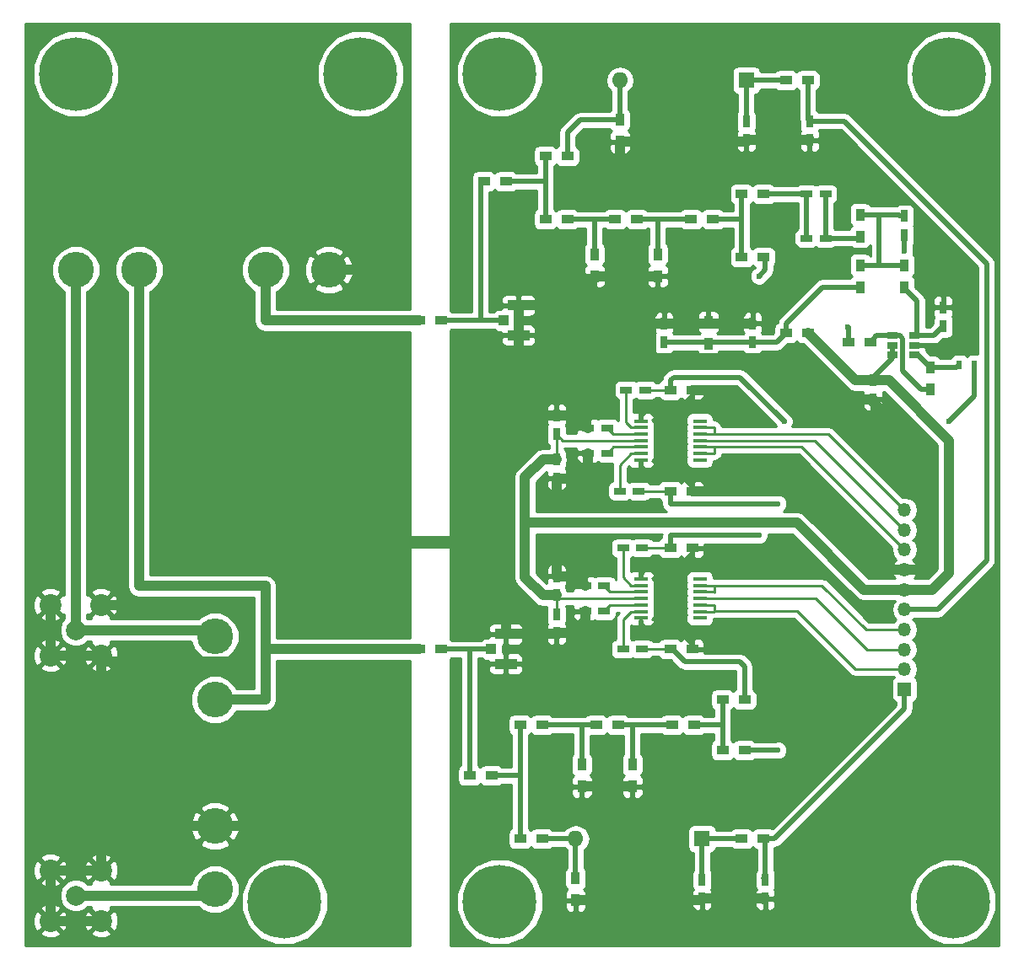
<source format=gtl>
G04 #@! TF.FileFunction,Copper,L1,Top,Signal*
%FSLAX46Y46*%
G04 Gerber Fmt 4.6, Leading zero omitted, Abs format (unit mm)*
G04 Created by KiCad (PCBNEW 4.0.6) date Friday, July 21, 2017 'PMt' 04:29:49 PM*
%MOMM*%
%LPD*%
G01*
G04 APERTURE LIST*
%ADD10C,0.100000*%
%ADD11R,1.000000X1.000000*%
%ADD12R,2.200000X1.000000*%
%ADD13R,0.750000X1.200000*%
%ADD14R,1.200000X0.750000*%
%ADD15R,1.600000X1.600000*%
%ADD16O,1.600000X1.600000*%
%ADD17C,2.200000*%
%ADD18C,2.000000*%
%ADD19R,1.350000X1.350000*%
%ADD20O,1.350000X1.350000*%
%ADD21R,0.900000X1.200000*%
%ADD22R,0.500000X0.900000*%
%ADD23R,1.200000X0.900000*%
%ADD24C,3.600000*%
%ADD25R,1.060000X0.650000*%
%ADD26R,1.450000X0.450000*%
%ADD27C,7.400000*%
%ADD28C,0.600000*%
%ADD29C,0.500000*%
%ADD30C,1.000000*%
%ADD31C,0.250000*%
%ADD32C,0.254000*%
G04 APERTURE END LIST*
D10*
D11*
X149630000Y-71120000D03*
D12*
X151130000Y-69620000D03*
X151130000Y-72620000D03*
D11*
X148360000Y-104140000D03*
D12*
X149860000Y-102640000D03*
X149860000Y-105640000D03*
D13*
X186690000Y-79055000D03*
X186690000Y-77155000D03*
X189865000Y-62545000D03*
X189865000Y-60645000D03*
X193739941Y-69812021D03*
X193739941Y-71712021D03*
D14*
X181925000Y-58420000D03*
X180025000Y-58420000D03*
X181925000Y-62865000D03*
X180025000Y-62865000D03*
D13*
X165735000Y-71440000D03*
X165735000Y-73340000D03*
X174625000Y-71440000D03*
X174625000Y-73340000D03*
X173990000Y-53020000D03*
X173990000Y-51120000D03*
X180340000Y-53020000D03*
X180340000Y-51120000D03*
X169545000Y-129220000D03*
X169545000Y-127320000D03*
X175895000Y-129220000D03*
X175895000Y-127320000D03*
X154940000Y-96840000D03*
X154940000Y-98740000D03*
X154940000Y-102550000D03*
X154940000Y-100650000D03*
D14*
X161610000Y-93980000D03*
X163510000Y-93980000D03*
X159700000Y-97790000D03*
X157800000Y-97790000D03*
X159700000Y-100330000D03*
X157800000Y-100330000D03*
X161610000Y-104140000D03*
X163510000Y-104140000D03*
D13*
X154940000Y-80645000D03*
X154940000Y-82545000D03*
X154940000Y-86995000D03*
X154940000Y-85095000D03*
D14*
X161930000Y-78105000D03*
X163830000Y-78105000D03*
X160020000Y-81915000D03*
X158120000Y-81915000D03*
X160020000Y-84455000D03*
X158120000Y-84455000D03*
X161290000Y-88265000D03*
X163190000Y-88265000D03*
D15*
X173990000Y-46990000D03*
D16*
X161290000Y-46990000D03*
D15*
X169545000Y-123190000D03*
D16*
X156845000Y-123190000D03*
D17*
X104140000Y-104775000D03*
X104140000Y-99695000D03*
X109220000Y-99695000D03*
X109220000Y-104775000D03*
D18*
X106680000Y-102235000D03*
D17*
X104140000Y-131445000D03*
X104140000Y-126365000D03*
X109220000Y-126365000D03*
X109220000Y-131445000D03*
D18*
X106680000Y-128905000D03*
D19*
X189865000Y-108170000D03*
D20*
X189865000Y-106170000D03*
X189865000Y-104170000D03*
X189865000Y-102170000D03*
X189865000Y-100170000D03*
X189865000Y-98170000D03*
X189865000Y-96170000D03*
X189865000Y-94170000D03*
X189865000Y-92170000D03*
X189865000Y-90170000D03*
D21*
X192469941Y-75842021D03*
X192469941Y-78042021D03*
D22*
X196850000Y-75565000D03*
X195350000Y-75565000D03*
D23*
X186414941Y-73302021D03*
X184214941Y-73302021D03*
D21*
X189865000Y-67775000D03*
X189865000Y-65575000D03*
X185420000Y-67775000D03*
X185420000Y-65575000D03*
X185420000Y-60495000D03*
X185420000Y-62695000D03*
X170180000Y-71290000D03*
X170180000Y-73490000D03*
D23*
X177970000Y-72390000D03*
X180170000Y-72390000D03*
D21*
X161290000Y-53170000D03*
X161290000Y-50970000D03*
D23*
X180170000Y-46990000D03*
X177970000Y-46990000D03*
D21*
X156845000Y-129370000D03*
X156845000Y-127170000D03*
D23*
X175725000Y-123190000D03*
X173525000Y-123190000D03*
X168570000Y-93980000D03*
X166370000Y-93980000D03*
X166370000Y-104140000D03*
X168570000Y-104140000D03*
X168570000Y-78105000D03*
X166370000Y-78105000D03*
X166370000Y-88265000D03*
X168570000Y-88265000D03*
X149860000Y-57150000D03*
X147660000Y-57150000D03*
X156040000Y-54610000D03*
X153840000Y-54610000D03*
X156040000Y-60960000D03*
X153840000Y-60960000D03*
D21*
X158750000Y-66675000D03*
X158750000Y-64475000D03*
D23*
X163025000Y-60960000D03*
X160825000Y-60960000D03*
D21*
X165100000Y-66675000D03*
X165100000Y-64475000D03*
D23*
X170645000Y-60960000D03*
X168445000Y-60960000D03*
X175725000Y-64770000D03*
X173525000Y-64770000D03*
X175725000Y-58420000D03*
X173525000Y-58420000D03*
X148420000Y-116840000D03*
X146220000Y-116840000D03*
X153500000Y-123190000D03*
X151300000Y-123190000D03*
X153500000Y-111760000D03*
X151300000Y-111760000D03*
D21*
X157480000Y-117940000D03*
X157480000Y-115740000D03*
D23*
X161120000Y-111760000D03*
X158920000Y-111760000D03*
D21*
X162560000Y-117940000D03*
X162560000Y-115740000D03*
D23*
X168740000Y-111760000D03*
X166540000Y-111760000D03*
X173820000Y-109220000D03*
X171620000Y-109220000D03*
X173820000Y-114300000D03*
X171620000Y-114300000D03*
D24*
X120650000Y-121920000D03*
X120650000Y-109220000D03*
X120650000Y-102870000D03*
X120650000Y-128270000D03*
X125730000Y-66040000D03*
X113030000Y-66040000D03*
X106680000Y-66040000D03*
X132080000Y-66040000D03*
D25*
X190859941Y-74567021D03*
X190859941Y-73617021D03*
X190859941Y-72667021D03*
X188659941Y-72667021D03*
X188659941Y-74567021D03*
X188659941Y-73617021D03*
D26*
X163420000Y-97110000D03*
X163420000Y-97760000D03*
X163420000Y-98410000D03*
X163420000Y-99060000D03*
X163420000Y-99710000D03*
X163420000Y-100360000D03*
X163420000Y-101010000D03*
X169320000Y-101010000D03*
X169320000Y-100360000D03*
X169320000Y-99710000D03*
X169320000Y-99060000D03*
X169320000Y-98410000D03*
X169320000Y-97760000D03*
X169320000Y-97110000D03*
X163420000Y-81235000D03*
X163420000Y-81885000D03*
X163420000Y-82535000D03*
X163420000Y-83185000D03*
X163420000Y-83835000D03*
X163420000Y-84485000D03*
X163420000Y-85135000D03*
X169320000Y-85135000D03*
X169320000Y-84485000D03*
X169320000Y-83835000D03*
X169320000Y-83185000D03*
X169320000Y-82535000D03*
X169320000Y-81885000D03*
X169320000Y-81235000D03*
D23*
X143340000Y-104140000D03*
X141140000Y-104140000D03*
X143340000Y-71120000D03*
X141140000Y-71120000D03*
D27*
X194310000Y-46355000D03*
D28*
X197085000Y-46355000D03*
X196272221Y-48317221D03*
X194310000Y-49130000D03*
X192347779Y-48317221D03*
X191535000Y-46355000D03*
X192347779Y-44392779D03*
X194310000Y-43580000D03*
X196272221Y-44392779D03*
D27*
X149225000Y-46355000D03*
D28*
X152000000Y-46355000D03*
X151187221Y-48317221D03*
X149225000Y-49130000D03*
X147262779Y-48317221D03*
X146450000Y-46355000D03*
X147262779Y-44392779D03*
X149225000Y-43580000D03*
X151187221Y-44392779D03*
D27*
X149225000Y-129540000D03*
D28*
X152000000Y-129540000D03*
X151187221Y-131502221D03*
X149225000Y-132315000D03*
X147262779Y-131502221D03*
X146450000Y-129540000D03*
X147262779Y-127577779D03*
X149225000Y-126765000D03*
X151187221Y-127577779D03*
D27*
X194710000Y-129540000D03*
D28*
X197485000Y-129540000D03*
X196672221Y-131502221D03*
X194710000Y-132315000D03*
X192747779Y-131502221D03*
X191935000Y-129540000D03*
X192747779Y-127577779D03*
X194710000Y-126765000D03*
X196672221Y-127577779D03*
D27*
X127635000Y-129540000D03*
D28*
X130410000Y-129540000D03*
X129597221Y-131502221D03*
X127635000Y-132315000D03*
X125672779Y-131502221D03*
X124860000Y-129540000D03*
X125672779Y-127577779D03*
X127635000Y-126765000D03*
X129597221Y-127577779D03*
D27*
X106680000Y-46355000D03*
D28*
X109455000Y-46355000D03*
X108642221Y-48317221D03*
X106680000Y-49130000D03*
X104717779Y-48317221D03*
X103905000Y-46355000D03*
X104717779Y-44392779D03*
X106680000Y-43580000D03*
X108642221Y-44392779D03*
D27*
X135255000Y-46355000D03*
D28*
X138030000Y-46355000D03*
X137217221Y-48317221D03*
X135255000Y-49130000D03*
X133292779Y-48317221D03*
X132480000Y-46355000D03*
X133292779Y-44392779D03*
X135255000Y-43580000D03*
X137217221Y-44392779D03*
X164805000Y-95250000D03*
X170180000Y-78105000D03*
X170180000Y-88265000D03*
X154940000Y-88900000D03*
X154940000Y-95250000D03*
X161290000Y-66675000D03*
X161290000Y-55245000D03*
X160020000Y-129370000D03*
X160020000Y-118110000D03*
X124460000Y-121920000D03*
X135890000Y-93345000D03*
X135890000Y-66040000D03*
X189865000Y-64135000D03*
X184150000Y-71755000D03*
X175260000Y-66675000D03*
X175260000Y-92710000D03*
X177800000Y-81280000D03*
X194310000Y-81280000D03*
X177165000Y-89535000D03*
X177165000Y-114300000D03*
D29*
X190859941Y-73617021D02*
X194352979Y-73617021D01*
X194352979Y-73617021D02*
X195580000Y-72390000D01*
X195580000Y-70485000D02*
X194907021Y-69812021D01*
X195580000Y-72390000D02*
X195580000Y-70485000D01*
X194907021Y-69812021D02*
X193739941Y-69812021D01*
D30*
X188245000Y-96170000D02*
X180340000Y-88265000D01*
X180340000Y-88265000D02*
X170180000Y-88265000D01*
X189865000Y-96170000D02*
X188245000Y-96170000D01*
X189865000Y-96170000D02*
X191485000Y-96170000D01*
X186690000Y-79280000D02*
X186690000Y-79055000D01*
X191485000Y-96170000D02*
X192405000Y-95250000D01*
X192405000Y-95250000D02*
X192405000Y-84995000D01*
X192405000Y-84995000D02*
X186690000Y-79280000D01*
X168570000Y-78105000D02*
X170180000Y-78105000D01*
X168570000Y-88265000D02*
X170180000Y-88265000D01*
X154940000Y-88900000D02*
X154940000Y-86995000D01*
X154940000Y-96840000D02*
X154940000Y-95250000D01*
X186690000Y-79055000D02*
X180655000Y-79055000D01*
X180655000Y-79055000D02*
X176530000Y-74930000D01*
X176530000Y-74930000D02*
X164465000Y-74930000D01*
X164465000Y-74930000D02*
X164465000Y-71545000D01*
X164465000Y-71545000D02*
X164360000Y-71440000D01*
D31*
X163420000Y-101010000D02*
X163420000Y-101485000D01*
X163420000Y-101485000D02*
X164805000Y-102870000D01*
X167640000Y-102870000D02*
X168570000Y-103800000D01*
X164805000Y-102870000D02*
X167640000Y-102870000D01*
X168570000Y-103800000D02*
X168570000Y-104140000D01*
X163420000Y-81235000D02*
X163420000Y-80760000D01*
X163420000Y-80760000D02*
X164805000Y-79375000D01*
X164805000Y-79375000D02*
X167640000Y-79375000D01*
X167640000Y-79375000D02*
X168570000Y-78445000D01*
X168570000Y-78445000D02*
X168570000Y-78105000D01*
X163420000Y-97110000D02*
X163420000Y-96635000D01*
X163420000Y-96635000D02*
X164805000Y-95250000D01*
X164805000Y-95250000D02*
X167640000Y-95250000D01*
X167640000Y-95250000D02*
X168570000Y-94320000D01*
X168570000Y-94320000D02*
X168570000Y-93980000D01*
X163420000Y-85135000D02*
X163420000Y-85610000D01*
X163420000Y-85610000D02*
X164805000Y-86995000D01*
X164805000Y-86995000D02*
X167640000Y-86995000D01*
X167640000Y-86995000D02*
X168570000Y-87925000D01*
X168570000Y-87925000D02*
X168570000Y-88265000D01*
D30*
X158120000Y-85720000D02*
X156845000Y-86995000D01*
X156845000Y-86995000D02*
X154940000Y-86995000D01*
X158120000Y-84455000D02*
X158120000Y-85720000D01*
X149860000Y-75390000D02*
X149860000Y-80645000D01*
X149860000Y-80645000D02*
X149860000Y-93345000D01*
X154940000Y-80645000D02*
X149860000Y-80645000D01*
X158120000Y-81915000D02*
X156850000Y-80645000D01*
X156850000Y-80645000D02*
X154940000Y-80645000D01*
X157800000Y-101280000D02*
X156530000Y-102550000D01*
X156530000Y-102550000D02*
X154940000Y-102550000D01*
X157800000Y-100330000D02*
X157800000Y-101280000D01*
X157800000Y-97790000D02*
X156850000Y-96840000D01*
X156850000Y-96840000D02*
X154940000Y-96840000D01*
X149860000Y-102640000D02*
X154850000Y-102640000D01*
X154850000Y-102640000D02*
X154940000Y-102550000D01*
X173990000Y-53020000D02*
X180340000Y-53020000D01*
X161290000Y-53170000D02*
X173840000Y-53170000D01*
X173840000Y-53170000D02*
X173990000Y-53020000D01*
X158750000Y-66675000D02*
X161290000Y-66675000D01*
X161290000Y-66675000D02*
X161925000Y-66675000D01*
X161290000Y-53170000D02*
X161290000Y-55245000D01*
X156845000Y-129370000D02*
X160020000Y-129370000D01*
X160020000Y-129370000D02*
X169395000Y-129370000D01*
X109220000Y-99695000D02*
X123825000Y-99695000D01*
X123825000Y-99695000D02*
X123825000Y-105410000D01*
X123825000Y-105410000D02*
X109855000Y-105410000D01*
X109855000Y-105410000D02*
X109220000Y-104775000D01*
X109220000Y-104775000D02*
X109220000Y-121920000D01*
X109220000Y-121920000D02*
X120650000Y-121920000D01*
X109220000Y-126365000D02*
X109220000Y-121920000D01*
X151130000Y-72620000D02*
X151130000Y-74120000D01*
X151130000Y-74120000D02*
X149860000Y-75390000D01*
X165735000Y-71440000D02*
X164360000Y-71440000D01*
X164360000Y-71440000D02*
X161925000Y-69005000D01*
X161925000Y-69005000D02*
X161925000Y-67405000D01*
X174625000Y-71440000D02*
X170180000Y-71440000D01*
X170180000Y-71440000D02*
X165735000Y-71440000D01*
X170180000Y-71290000D02*
X170180000Y-71440000D01*
X151130000Y-69620000D02*
X155805000Y-69620000D01*
X155805000Y-69620000D02*
X158750000Y-66675000D01*
X151130000Y-69620000D02*
X151130000Y-72620000D01*
X161925000Y-66675000D02*
X165100000Y-66675000D01*
X161925000Y-67405000D02*
X161925000Y-66675000D01*
D29*
X149860000Y-102640000D02*
X149860000Y-105640000D01*
D30*
X149860000Y-102640000D02*
X150265000Y-102640000D01*
X149860000Y-102640000D02*
X150460000Y-102640000D01*
X169545000Y-129220000D02*
X175895000Y-129220000D01*
X169395000Y-129370000D02*
X169545000Y-129220000D01*
X157480000Y-117940000D02*
X160190000Y-117940000D01*
X162560000Y-117940000D02*
X160190000Y-117940000D01*
X160190000Y-117940000D02*
X160020000Y-118110000D01*
X104140000Y-104775000D02*
X109220000Y-104775000D01*
X104140000Y-99695000D02*
X104140000Y-104775000D01*
X104140000Y-131445000D02*
X109220000Y-131445000D01*
X104140000Y-131445000D02*
X104140000Y-126365000D01*
X109220000Y-126365000D02*
X104140000Y-126365000D01*
X120650000Y-121920000D02*
X124460000Y-121920000D01*
X149860000Y-93345000D02*
X149860000Y-102640000D01*
X135890000Y-93345000D02*
X149860000Y-93345000D01*
X132080000Y-66040000D02*
X135890000Y-66040000D01*
X186690000Y-77155000D02*
X184935000Y-77155000D01*
X184935000Y-77155000D02*
X180170000Y-72390000D01*
X189865000Y-98170000D02*
X185800000Y-98170000D01*
X185800000Y-98170000D02*
X179070000Y-91440000D01*
X189865000Y-98170000D02*
X192660000Y-98170000D01*
X192660000Y-98170000D02*
X194310000Y-96520000D01*
X194310000Y-96520000D02*
X194310000Y-83185000D01*
X194310000Y-83185000D02*
X188280000Y-77155000D01*
X188280000Y-77155000D02*
X186690000Y-77155000D01*
X171450000Y-91440000D02*
X179070000Y-91440000D01*
X151765000Y-91440000D02*
X151765000Y-86895000D01*
X151765000Y-96940000D02*
X151765000Y-91440000D01*
X151765000Y-91440000D02*
X171450000Y-91440000D01*
X154940000Y-98740000D02*
X153565000Y-98740000D01*
X153565000Y-98740000D02*
X151765000Y-96940000D01*
X151765000Y-86895000D02*
X153565000Y-85095000D01*
X153565000Y-85095000D02*
X154940000Y-85095000D01*
D29*
X186690000Y-77155000D02*
X186690000Y-76856962D01*
X186690000Y-76856962D02*
X188659941Y-74887021D01*
X188659941Y-74887021D02*
X188659941Y-74567021D01*
X188659941Y-73617021D02*
X188659941Y-74567021D01*
D31*
X154940000Y-82545000D02*
X154940000Y-85095000D01*
X163420000Y-83185000D02*
X155580000Y-83185000D01*
X155580000Y-83185000D02*
X154940000Y-82545000D01*
X154940000Y-98740000D02*
X154940000Y-100650000D01*
X163420000Y-99060000D02*
X155260000Y-99060000D01*
X155260000Y-99060000D02*
X154940000Y-98740000D01*
D29*
X189865000Y-64135000D02*
X189865000Y-62545000D01*
X184214941Y-73302021D02*
X184214941Y-71819941D01*
X184214941Y-71819941D02*
X184150000Y-71755000D01*
X187325000Y-60495000D02*
X189230000Y-60495000D01*
X189865000Y-60645000D02*
X189380000Y-60645000D01*
X189380000Y-60645000D02*
X189230000Y-60495000D01*
X185420000Y-65575000D02*
X187325000Y-65575000D01*
X186055000Y-65575000D02*
X189865000Y-65575000D01*
X185420000Y-65575000D02*
X186055000Y-65575000D01*
X187325000Y-60495000D02*
X187325000Y-65575000D01*
X185420000Y-60495000D02*
X187325000Y-60495000D01*
X190859941Y-72667021D02*
X191135000Y-72667021D01*
X191135000Y-72667021D02*
X192784941Y-72667021D01*
X191135000Y-71755000D02*
X191135000Y-72667021D01*
X191135000Y-69195000D02*
X191135000Y-71755000D01*
X189865000Y-67775000D02*
X189865000Y-67925000D01*
X189865000Y-67925000D02*
X191135000Y-69195000D01*
X192784941Y-72667021D02*
X193739941Y-71712021D01*
X181925000Y-58420000D02*
X181925000Y-62865000D01*
X181925000Y-62865000D02*
X185250000Y-62865000D01*
X185250000Y-62865000D02*
X185420000Y-62695000D01*
X175725000Y-58420000D02*
X180025000Y-58420000D01*
X180025000Y-58420000D02*
X180025000Y-62865000D01*
X174625000Y-73340000D02*
X177020000Y-73340000D01*
X177020000Y-73340000D02*
X177970000Y-72390000D01*
X170815000Y-73340000D02*
X174625000Y-73340000D01*
X165735000Y-73340000D02*
X170815000Y-73340000D01*
X170815000Y-73340000D02*
X170330000Y-73340000D01*
X170330000Y-73340000D02*
X170180000Y-73490000D01*
X185420000Y-67775000D02*
X181635000Y-67775000D01*
X181635000Y-67775000D02*
X177970000Y-71440000D01*
X177970000Y-71440000D02*
X177970000Y-72390000D01*
X177970000Y-46990000D02*
X173990000Y-46990000D01*
X173990000Y-51120000D02*
X173990000Y-46990000D01*
X180340000Y-51120000D02*
X183835000Y-51120000D01*
X183835000Y-51120000D02*
X198120000Y-65405000D01*
X198120000Y-65405000D02*
X198120000Y-95250000D01*
X198120000Y-95250000D02*
X193200000Y-100170000D01*
X193200000Y-100170000D02*
X189865000Y-100170000D01*
X180170000Y-46990000D02*
X180170000Y-50950000D01*
X180170000Y-50950000D02*
X180340000Y-51120000D01*
X173525000Y-123190000D02*
X169545000Y-123190000D01*
X169545000Y-123190000D02*
X169545000Y-127320000D01*
X175725000Y-123190000D02*
X176825000Y-123190000D01*
X176825000Y-123190000D02*
X189865000Y-110150000D01*
X189865000Y-110150000D02*
X189865000Y-109345000D01*
X189865000Y-109345000D02*
X189865000Y-108170000D01*
X175895000Y-127320000D02*
X175895000Y-123360000D01*
X175895000Y-123360000D02*
X175725000Y-123190000D01*
X175725000Y-127150000D02*
X175895000Y-127320000D01*
D31*
X163420000Y-97760000D02*
X162445000Y-97760000D01*
X162445000Y-97760000D02*
X161610000Y-96925000D01*
X161610000Y-96925000D02*
X161610000Y-94605000D01*
X161610000Y-94605000D02*
X161610000Y-93980000D01*
D29*
X175260000Y-66675000D02*
X175895000Y-66040000D01*
X175895000Y-64940000D02*
X175725000Y-64770000D01*
X175895000Y-66040000D02*
X175895000Y-64940000D01*
X166370000Y-92710000D02*
X175260000Y-92710000D01*
X166370000Y-93980000D02*
X166370000Y-92710000D01*
D31*
X163510000Y-93980000D02*
X166370000Y-93980000D01*
X163420000Y-98410000D02*
X160320000Y-98410000D01*
X160320000Y-98410000D02*
X159700000Y-97790000D01*
X163420000Y-99710000D02*
X160320000Y-99710000D01*
X160320000Y-99710000D02*
X159700000Y-100330000D01*
X163420000Y-100360000D02*
X162445000Y-100360000D01*
X161610000Y-103515000D02*
X161610000Y-104140000D01*
X162445000Y-100360000D02*
X161610000Y-101195000D01*
X161610000Y-101195000D02*
X161610000Y-103515000D01*
D29*
X173355000Y-105410000D02*
X173820000Y-105875000D01*
X173820000Y-105875000D02*
X173820000Y-109220000D01*
X167790000Y-105410000D02*
X173355000Y-105410000D01*
X166370000Y-104140000D02*
X166520000Y-104140000D01*
X166520000Y-104140000D02*
X167790000Y-105410000D01*
D31*
X163510000Y-104140000D02*
X166370000Y-104140000D01*
X163420000Y-81885000D02*
X162445000Y-81885000D01*
X162445000Y-81885000D02*
X161930000Y-81370000D01*
X161930000Y-81370000D02*
X161930000Y-78730000D01*
X161930000Y-78730000D02*
X161930000Y-78105000D01*
D29*
X196850000Y-75565000D02*
X196850000Y-78740000D01*
X166370000Y-77155000D02*
X166370000Y-78105000D01*
X196850000Y-78740000D02*
X194310000Y-81280000D01*
X177800000Y-81280000D02*
X173355000Y-76835000D01*
X173355000Y-76835000D02*
X166690000Y-76835000D01*
X166690000Y-76835000D02*
X166370000Y-77155000D01*
D31*
X163830000Y-78105000D02*
X166370000Y-78105000D01*
X163420000Y-82535000D02*
X160640000Y-82535000D01*
X160640000Y-82535000D02*
X160020000Y-81915000D01*
X163420000Y-83835000D02*
X160640000Y-83835000D01*
X160640000Y-83835000D02*
X160020000Y-84455000D01*
X163420000Y-84485000D02*
X162445000Y-84485000D01*
X162445000Y-84485000D02*
X161290000Y-85640000D01*
X161290000Y-85640000D02*
X161290000Y-87640000D01*
X161290000Y-87640000D02*
X161290000Y-88265000D01*
D29*
X166370000Y-89535000D02*
X177165000Y-89535000D01*
X166370000Y-89215000D02*
X166370000Y-89535000D01*
X177165000Y-114300000D02*
X173820000Y-114300000D01*
X166370000Y-88265000D02*
X166370000Y-89215000D01*
D31*
X163190000Y-88265000D02*
X166370000Y-88265000D01*
D29*
X156040000Y-52240000D02*
X157310000Y-50970000D01*
X157310000Y-50970000D02*
X161290000Y-50970000D01*
X156040000Y-54610000D02*
X156040000Y-52240000D01*
X161290000Y-50970000D02*
X161290000Y-46990000D01*
X153500000Y-123190000D02*
X156845000Y-123190000D01*
X156845000Y-123190000D02*
X156845000Y-127170000D01*
D30*
X106680000Y-66040000D02*
X106680000Y-102235000D01*
X106680000Y-102235000D02*
X120015000Y-102235000D01*
X120015000Y-102235000D02*
X120650000Y-102870000D01*
X106680000Y-128905000D02*
X120015000Y-128905000D01*
X120015000Y-128905000D02*
X120650000Y-128270000D01*
D31*
X181580000Y-97760000D02*
X185990000Y-102170000D01*
X185990000Y-102170000D02*
X189865000Y-102170000D01*
X170785000Y-97760000D02*
X181580000Y-97760000D01*
X170815000Y-98425000D02*
X170800000Y-98410000D01*
X170800000Y-98410000D02*
X169320000Y-98410000D01*
X170815000Y-97790000D02*
X170815000Y-98425000D01*
X170785000Y-97760000D02*
X170815000Y-97790000D01*
X169320000Y-97760000D02*
X170785000Y-97760000D01*
X169320000Y-99060000D02*
X180975000Y-99060000D01*
X180975000Y-99060000D02*
X186085000Y-104170000D01*
X186085000Y-104170000D02*
X189865000Y-104170000D01*
X170815000Y-100330000D02*
X179070000Y-100330000D01*
X179070000Y-100330000D02*
X184910000Y-106170000D01*
X184910000Y-106170000D02*
X189865000Y-106170000D01*
X170815000Y-100330000D02*
X170785000Y-100360000D01*
X170785000Y-100360000D02*
X169320000Y-100360000D01*
X170815000Y-99725000D02*
X170815000Y-100330000D01*
X170800000Y-99710000D02*
X170815000Y-99725000D01*
X169320000Y-99710000D02*
X170800000Y-99710000D01*
X170800000Y-82535000D02*
X182230000Y-82535000D01*
X182230000Y-82535000D02*
X189865000Y-90170000D01*
X170785000Y-81885000D02*
X170785000Y-82520000D01*
X170785000Y-82520000D02*
X170800000Y-82535000D01*
X170785000Y-81885000D02*
X169320000Y-81885000D01*
X169320000Y-82535000D02*
X170800000Y-82535000D01*
X169320000Y-83185000D02*
X180880000Y-83185000D01*
X180880000Y-83185000D02*
X189865000Y-92170000D01*
X170800000Y-83835000D02*
X179530000Y-83835000D01*
X179530000Y-83835000D02*
X189865000Y-94170000D01*
X170815000Y-84455000D02*
X170785000Y-84485000D01*
X170785000Y-84485000D02*
X169320000Y-84485000D01*
X170815000Y-83850000D02*
X170815000Y-84455000D01*
X170800000Y-83835000D02*
X170815000Y-83850000D01*
X169320000Y-83835000D02*
X170800000Y-83835000D01*
D29*
X192469941Y-75842021D02*
X195072979Y-75842021D01*
X195072979Y-75842021D02*
X195350000Y-75565000D01*
X190859941Y-74567021D02*
X191194941Y-74567021D01*
X191194941Y-74567021D02*
X192469941Y-75842021D01*
X192469941Y-78042021D02*
X191519941Y-78042021D01*
X191519941Y-78042021D02*
X189639942Y-76162022D01*
X189639942Y-76162022D02*
X189639942Y-72932020D01*
X189639942Y-72932020D02*
X189374943Y-72667021D01*
X189374943Y-72667021D02*
X188659941Y-72667021D01*
X186414941Y-73302021D02*
X187049941Y-72667021D01*
X187049941Y-72667021D02*
X188659941Y-72667021D01*
X153840000Y-54610000D02*
X153840000Y-57150000D01*
X153840000Y-57150000D02*
X153840000Y-60960000D01*
X149860000Y-57150000D02*
X153840000Y-57150000D01*
X147320000Y-71120000D02*
X147320000Y-57490000D01*
X147320000Y-57490000D02*
X147660000Y-57150000D01*
X147320000Y-71120000D02*
X149630000Y-71120000D01*
X143340000Y-71120000D02*
X147320000Y-71120000D01*
X156040000Y-60960000D02*
X158750000Y-60960000D01*
X158750000Y-60960000D02*
X160825000Y-60960000D01*
X158750000Y-64475000D02*
X158750000Y-60960000D01*
X163025000Y-60960000D02*
X165100000Y-60960000D01*
X165100000Y-60960000D02*
X168445000Y-60960000D01*
X165100000Y-64475000D02*
X165100000Y-60960000D01*
X173525000Y-58420000D02*
X173525000Y-60960000D01*
X173525000Y-60960000D02*
X173525000Y-64770000D01*
X170645000Y-60960000D02*
X173525000Y-60960000D01*
X151300000Y-111760000D02*
X151300000Y-116840000D01*
X151300000Y-116840000D02*
X151300000Y-123190000D01*
X148420000Y-116840000D02*
X151300000Y-116840000D01*
X148360000Y-104140000D02*
X146050000Y-104140000D01*
X146220000Y-104310000D02*
X146050000Y-104140000D01*
X146050000Y-104140000D02*
X143340000Y-104140000D01*
X146220000Y-116840000D02*
X146220000Y-104310000D01*
X153500000Y-111760000D02*
X157480000Y-111760000D01*
X157480000Y-111760000D02*
X158920000Y-111760000D01*
X157480000Y-115740000D02*
X157480000Y-111760000D01*
X161120000Y-111760000D02*
X162560000Y-111760000D01*
X162560000Y-115740000D02*
X162560000Y-111760000D01*
X162560000Y-111760000D02*
X166540000Y-111760000D01*
X171620000Y-109220000D02*
X171620000Y-111760000D01*
X171620000Y-111760000D02*
X171620000Y-114300000D01*
X168740000Y-111760000D02*
X171620000Y-111760000D01*
X168740000Y-111760000D02*
X171450000Y-111760000D01*
D30*
X141140000Y-104140000D02*
X125730000Y-104140000D01*
X120650000Y-109220000D02*
X125730000Y-109220000D01*
X113030000Y-97790000D02*
X113030000Y-66040000D01*
X125730000Y-97790000D02*
X113030000Y-97790000D01*
X125730000Y-109220000D02*
X125730000Y-104140000D01*
X125730000Y-104140000D02*
X125730000Y-97790000D01*
X141140000Y-71120000D02*
X125730000Y-71120000D01*
X125730000Y-71120000D02*
X125730000Y-66040000D01*
D32*
G36*
X140208000Y-69985000D02*
X126865000Y-69985000D01*
X126865000Y-68205701D01*
X127107514Y-68105496D01*
X127442964Y-67770630D01*
X130528975Y-67770630D01*
X130725358Y-68120569D01*
X131624673Y-68480594D01*
X132593308Y-68469061D01*
X133434642Y-68120569D01*
X133631025Y-67770630D01*
X132080000Y-66219605D01*
X130528975Y-67770630D01*
X127442964Y-67770630D01*
X127793088Y-67421117D01*
X128164576Y-66526476D01*
X128165397Y-65584673D01*
X129639406Y-65584673D01*
X129650939Y-66553308D01*
X129999431Y-67394642D01*
X130349370Y-67591025D01*
X131900395Y-66040000D01*
X132259605Y-66040000D01*
X133810630Y-67591025D01*
X134160569Y-67394642D01*
X134520594Y-66495327D01*
X134509061Y-65526692D01*
X134160569Y-64685358D01*
X133810630Y-64488975D01*
X132259605Y-66040000D01*
X131900395Y-66040000D01*
X130349370Y-64488975D01*
X129999431Y-64685358D01*
X129639406Y-65584673D01*
X128165397Y-65584673D01*
X128165421Y-65557774D01*
X127795496Y-64662486D01*
X127442996Y-64309370D01*
X130528975Y-64309370D01*
X132080000Y-65860395D01*
X133631025Y-64309370D01*
X133434642Y-63959431D01*
X132535327Y-63599406D01*
X131566692Y-63610939D01*
X130725358Y-63959431D01*
X130528975Y-64309370D01*
X127442996Y-64309370D01*
X127111117Y-63976912D01*
X126216476Y-63605424D01*
X125247774Y-63604579D01*
X124352486Y-63974504D01*
X123666912Y-64658883D01*
X123295424Y-65553524D01*
X123294579Y-66522226D01*
X123664504Y-67417514D01*
X124348883Y-68103088D01*
X124595000Y-68205285D01*
X124595000Y-71120000D01*
X124681397Y-71554346D01*
X124927434Y-71922566D01*
X125295654Y-72168603D01*
X125730000Y-72255000D01*
X140208000Y-72255000D01*
X140208000Y-92710000D01*
X140218006Y-92759410D01*
X140246447Y-92801035D01*
X140288841Y-92828315D01*
X140335000Y-92837000D01*
X144145000Y-92837000D01*
X144194410Y-92826994D01*
X144236035Y-92798553D01*
X144263315Y-92756159D01*
X144272000Y-92710000D01*
X144272000Y-79918691D01*
X153930000Y-79918691D01*
X153930000Y-80359250D01*
X154088750Y-80518000D01*
X154813000Y-80518000D01*
X154813000Y-79568750D01*
X155067000Y-79568750D01*
X155067000Y-80518000D01*
X155791250Y-80518000D01*
X155950000Y-80359250D01*
X155950000Y-79918691D01*
X155853327Y-79685302D01*
X155674699Y-79506673D01*
X155441310Y-79410000D01*
X155225750Y-79410000D01*
X155067000Y-79568750D01*
X154813000Y-79568750D01*
X154654250Y-79410000D01*
X154438690Y-79410000D01*
X154205301Y-79506673D01*
X154026673Y-79685302D01*
X153930000Y-79918691D01*
X144272000Y-79918691D01*
X144272000Y-72905750D01*
X149395000Y-72905750D01*
X149395000Y-73246310D01*
X149491673Y-73479699D01*
X149670302Y-73658327D01*
X149903691Y-73755000D01*
X150844250Y-73755000D01*
X151003000Y-73596250D01*
X151003000Y-72747000D01*
X151257000Y-72747000D01*
X151257000Y-73596250D01*
X151415750Y-73755000D01*
X152356309Y-73755000D01*
X152589698Y-73658327D01*
X152768327Y-73479699D01*
X152865000Y-73246310D01*
X152865000Y-72905750D01*
X152706250Y-72747000D01*
X151257000Y-72747000D01*
X151003000Y-72747000D01*
X149553750Y-72747000D01*
X149395000Y-72905750D01*
X144272000Y-72905750D01*
X144272000Y-72110948D01*
X144391441Y-72034090D01*
X144411317Y-72005000D01*
X148623156Y-72005000D01*
X148665910Y-72071441D01*
X148878110Y-72216431D01*
X149130000Y-72267440D01*
X149395000Y-72267440D01*
X149395000Y-72334250D01*
X149553750Y-72493000D01*
X151003000Y-72493000D01*
X151003000Y-71643750D01*
X151257000Y-71643750D01*
X151257000Y-72493000D01*
X152706250Y-72493000D01*
X152865000Y-72334250D01*
X152865000Y-71993690D01*
X152768327Y-71760301D01*
X152589698Y-71581673D01*
X152356309Y-71485000D01*
X151415750Y-71485000D01*
X151257000Y-71643750D01*
X151003000Y-71643750D01*
X150844250Y-71485000D01*
X150777440Y-71485000D01*
X150777440Y-70755000D01*
X150844250Y-70755000D01*
X151003000Y-70596250D01*
X151003000Y-69747000D01*
X151257000Y-69747000D01*
X151257000Y-70596250D01*
X151415750Y-70755000D01*
X152356309Y-70755000D01*
X152456037Y-70713691D01*
X164725000Y-70713691D01*
X164725000Y-71154250D01*
X164883750Y-71313000D01*
X165608000Y-71313000D01*
X165608000Y-70363750D01*
X165862000Y-70363750D01*
X165862000Y-71313000D01*
X166586250Y-71313000D01*
X166745000Y-71154250D01*
X166745000Y-70713691D01*
X166682868Y-70563691D01*
X169095000Y-70563691D01*
X169095000Y-71004250D01*
X169253750Y-71163000D01*
X170053000Y-71163000D01*
X170053000Y-70213750D01*
X170307000Y-70213750D01*
X170307000Y-71163000D01*
X171106250Y-71163000D01*
X171265000Y-71004250D01*
X171265000Y-70713691D01*
X173615000Y-70713691D01*
X173615000Y-71154250D01*
X173773750Y-71313000D01*
X174498000Y-71313000D01*
X174498000Y-70363750D01*
X174752000Y-70363750D01*
X174752000Y-71313000D01*
X175476250Y-71313000D01*
X175635000Y-71154250D01*
X175635000Y-70713691D01*
X175538327Y-70480302D01*
X175359699Y-70301673D01*
X175126310Y-70205000D01*
X174910750Y-70205000D01*
X174752000Y-70363750D01*
X174498000Y-70363750D01*
X174339250Y-70205000D01*
X174123690Y-70205000D01*
X173890301Y-70301673D01*
X173711673Y-70480302D01*
X173615000Y-70713691D01*
X171265000Y-70713691D01*
X171265000Y-70563691D01*
X171168327Y-70330302D01*
X170989699Y-70151673D01*
X170756310Y-70055000D01*
X170465750Y-70055000D01*
X170307000Y-70213750D01*
X170053000Y-70213750D01*
X169894250Y-70055000D01*
X169603690Y-70055000D01*
X169370301Y-70151673D01*
X169191673Y-70330302D01*
X169095000Y-70563691D01*
X166682868Y-70563691D01*
X166648327Y-70480302D01*
X166469699Y-70301673D01*
X166236310Y-70205000D01*
X166020750Y-70205000D01*
X165862000Y-70363750D01*
X165608000Y-70363750D01*
X165449250Y-70205000D01*
X165233690Y-70205000D01*
X165000301Y-70301673D01*
X164821673Y-70480302D01*
X164725000Y-70713691D01*
X152456037Y-70713691D01*
X152589698Y-70658327D01*
X152768327Y-70479699D01*
X152865000Y-70246310D01*
X152865000Y-69905750D01*
X152706250Y-69747000D01*
X151257000Y-69747000D01*
X151003000Y-69747000D01*
X149553750Y-69747000D01*
X149395000Y-69905750D01*
X149395000Y-69972560D01*
X149130000Y-69972560D01*
X148894683Y-70016838D01*
X148678559Y-70155910D01*
X148624519Y-70235000D01*
X148205000Y-70235000D01*
X148205000Y-68993690D01*
X149395000Y-68993690D01*
X149395000Y-69334250D01*
X149553750Y-69493000D01*
X151003000Y-69493000D01*
X151003000Y-68643750D01*
X151257000Y-68643750D01*
X151257000Y-69493000D01*
X152706250Y-69493000D01*
X152865000Y-69334250D01*
X152865000Y-68993690D01*
X152768327Y-68760301D01*
X152589698Y-68581673D01*
X152356309Y-68485000D01*
X151415750Y-68485000D01*
X151257000Y-68643750D01*
X151003000Y-68643750D01*
X150844250Y-68485000D01*
X149903691Y-68485000D01*
X149670302Y-68581673D01*
X149491673Y-68760301D01*
X149395000Y-68993690D01*
X148205000Y-68993690D01*
X148205000Y-66960750D01*
X157665000Y-66960750D01*
X157665000Y-67401309D01*
X157761673Y-67634698D01*
X157940301Y-67813327D01*
X158173690Y-67910000D01*
X158464250Y-67910000D01*
X158623000Y-67751250D01*
X158623000Y-66802000D01*
X158877000Y-66802000D01*
X158877000Y-67751250D01*
X159035750Y-67910000D01*
X159326310Y-67910000D01*
X159559699Y-67813327D01*
X159738327Y-67634698D01*
X159835000Y-67401309D01*
X159835000Y-66960750D01*
X164015000Y-66960750D01*
X164015000Y-67401309D01*
X164111673Y-67634698D01*
X164290301Y-67813327D01*
X164523690Y-67910000D01*
X164814250Y-67910000D01*
X164973000Y-67751250D01*
X164973000Y-66802000D01*
X165227000Y-66802000D01*
X165227000Y-67751250D01*
X165385750Y-67910000D01*
X165676310Y-67910000D01*
X165909699Y-67813327D01*
X166088327Y-67634698D01*
X166185000Y-67401309D01*
X166185000Y-66960750D01*
X166026250Y-66802000D01*
X165227000Y-66802000D01*
X164973000Y-66802000D01*
X164173750Y-66802000D01*
X164015000Y-66960750D01*
X159835000Y-66960750D01*
X159676250Y-66802000D01*
X158877000Y-66802000D01*
X158623000Y-66802000D01*
X157823750Y-66802000D01*
X157665000Y-66960750D01*
X148205000Y-66960750D01*
X148205000Y-58247440D01*
X148260000Y-58247440D01*
X148495317Y-58203162D01*
X148711441Y-58064090D01*
X148759134Y-57994289D01*
X148795910Y-58051441D01*
X149008110Y-58196431D01*
X149260000Y-58247440D01*
X150460000Y-58247440D01*
X150695317Y-58203162D01*
X150911441Y-58064090D01*
X150931317Y-58035000D01*
X152955000Y-58035000D01*
X152955000Y-59938808D01*
X152788559Y-60045910D01*
X152643569Y-60258110D01*
X152592560Y-60510000D01*
X152592560Y-61410000D01*
X152636838Y-61645317D01*
X152775910Y-61861441D01*
X152988110Y-62006431D01*
X153240000Y-62057440D01*
X154440000Y-62057440D01*
X154675317Y-62013162D01*
X154891441Y-61874090D01*
X154939134Y-61804289D01*
X154975910Y-61861441D01*
X155188110Y-62006431D01*
X155440000Y-62057440D01*
X156640000Y-62057440D01*
X156875317Y-62013162D01*
X157091441Y-61874090D01*
X157111317Y-61845000D01*
X157865000Y-61845000D01*
X157865000Y-63400331D01*
X157848559Y-63410910D01*
X157703569Y-63623110D01*
X157652560Y-63875000D01*
X157652560Y-65075000D01*
X157696838Y-65310317D01*
X157835910Y-65526441D01*
X157904006Y-65572969D01*
X157761673Y-65715302D01*
X157665000Y-65948691D01*
X157665000Y-66389250D01*
X157823750Y-66548000D01*
X158623000Y-66548000D01*
X158623000Y-66528000D01*
X158877000Y-66528000D01*
X158877000Y-66548000D01*
X159676250Y-66548000D01*
X159835000Y-66389250D01*
X159835000Y-65948691D01*
X159738327Y-65715302D01*
X159597090Y-65574064D01*
X159651441Y-65539090D01*
X159796431Y-65326890D01*
X159847440Y-65075000D01*
X159847440Y-63875000D01*
X159803162Y-63639683D01*
X159664090Y-63423559D01*
X159635000Y-63403683D01*
X159635000Y-61845000D01*
X159750331Y-61845000D01*
X159760910Y-61861441D01*
X159973110Y-62006431D01*
X160225000Y-62057440D01*
X161425000Y-62057440D01*
X161660317Y-62013162D01*
X161876441Y-61874090D01*
X161924134Y-61804289D01*
X161960910Y-61861441D01*
X162173110Y-62006431D01*
X162425000Y-62057440D01*
X163625000Y-62057440D01*
X163860317Y-62013162D01*
X164076441Y-61874090D01*
X164096317Y-61845000D01*
X164215000Y-61845000D01*
X164215000Y-63400331D01*
X164198559Y-63410910D01*
X164053569Y-63623110D01*
X164002560Y-63875000D01*
X164002560Y-65075000D01*
X164046838Y-65310317D01*
X164185910Y-65526441D01*
X164254006Y-65572969D01*
X164111673Y-65715302D01*
X164015000Y-65948691D01*
X164015000Y-66389250D01*
X164173750Y-66548000D01*
X164973000Y-66548000D01*
X164973000Y-66528000D01*
X165227000Y-66528000D01*
X165227000Y-66548000D01*
X166026250Y-66548000D01*
X166185000Y-66389250D01*
X166185000Y-65948691D01*
X166088327Y-65715302D01*
X165947090Y-65574064D01*
X166001441Y-65539090D01*
X166146431Y-65326890D01*
X166197440Y-65075000D01*
X166197440Y-63875000D01*
X166153162Y-63639683D01*
X166014090Y-63423559D01*
X165985000Y-63403683D01*
X165985000Y-61845000D01*
X167370331Y-61845000D01*
X167380910Y-61861441D01*
X167593110Y-62006431D01*
X167845000Y-62057440D01*
X169045000Y-62057440D01*
X169280317Y-62013162D01*
X169496441Y-61874090D01*
X169544134Y-61804289D01*
X169580910Y-61861441D01*
X169793110Y-62006431D01*
X170045000Y-62057440D01*
X171245000Y-62057440D01*
X171480317Y-62013162D01*
X171696441Y-61874090D01*
X171716317Y-61845000D01*
X172640000Y-61845000D01*
X172640000Y-63748808D01*
X172473559Y-63855910D01*
X172328569Y-64068110D01*
X172277560Y-64320000D01*
X172277560Y-65220000D01*
X172321838Y-65455317D01*
X172460910Y-65671441D01*
X172673110Y-65816431D01*
X172925000Y-65867440D01*
X174125000Y-65867440D01*
X174360317Y-65823162D01*
X174576441Y-65684090D01*
X174624134Y-65614289D01*
X174660910Y-65671441D01*
X174869474Y-65813947D01*
X174851165Y-65832256D01*
X174731057Y-65881883D01*
X174467808Y-66144673D01*
X174325162Y-66488201D01*
X174324838Y-66860167D01*
X174466883Y-67203943D01*
X174729673Y-67467192D01*
X175073201Y-67609838D01*
X175445167Y-67610162D01*
X175788943Y-67468117D01*
X176052192Y-67205327D01*
X176102566Y-67084014D01*
X176520787Y-66665792D01*
X176520790Y-66665790D01*
X176712633Y-66378675D01*
X176712634Y-66378674D01*
X176780001Y-66040000D01*
X176780000Y-66039995D01*
X176780000Y-65678881D01*
X176921431Y-65471890D01*
X176972440Y-65220000D01*
X176972440Y-64320000D01*
X176928162Y-64084683D01*
X176789090Y-63868559D01*
X176576890Y-63723569D01*
X176325000Y-63672560D01*
X175125000Y-63672560D01*
X174889683Y-63716838D01*
X174673559Y-63855910D01*
X174625866Y-63925711D01*
X174589090Y-63868559D01*
X174410000Y-63746192D01*
X174410000Y-59441192D01*
X174576441Y-59334090D01*
X174624134Y-59264289D01*
X174660910Y-59321441D01*
X174873110Y-59466431D01*
X175125000Y-59517440D01*
X176325000Y-59517440D01*
X176560317Y-59473162D01*
X176776441Y-59334090D01*
X176796317Y-59305000D01*
X179046614Y-59305000D01*
X179140000Y-59368808D01*
X179140000Y-61918808D01*
X178973559Y-62025910D01*
X178828569Y-62238110D01*
X178777560Y-62490000D01*
X178777560Y-63240000D01*
X178821838Y-63475317D01*
X178960910Y-63691441D01*
X179173110Y-63836431D01*
X179425000Y-63887440D01*
X180625000Y-63887440D01*
X180860317Y-63843162D01*
X180974978Y-63769380D01*
X181073110Y-63836431D01*
X181325000Y-63887440D01*
X182525000Y-63887440D01*
X182760317Y-63843162D01*
X182905095Y-63750000D01*
X184511119Y-63750000D01*
X184718110Y-63891431D01*
X184970000Y-63942440D01*
X185870000Y-63942440D01*
X186105317Y-63898162D01*
X186321441Y-63759090D01*
X186440000Y-63585573D01*
X186440000Y-64688148D01*
X186334090Y-64523559D01*
X186121890Y-64378569D01*
X185870000Y-64327560D01*
X184970000Y-64327560D01*
X184734683Y-64371838D01*
X184518559Y-64510910D01*
X184373569Y-64723110D01*
X184322560Y-64975000D01*
X184322560Y-66175000D01*
X184366838Y-66410317D01*
X184505910Y-66626441D01*
X184575711Y-66674134D01*
X184518559Y-66710910D01*
X184396192Y-66890000D01*
X181635005Y-66890000D01*
X181635000Y-66889999D01*
X181352516Y-66946190D01*
X181296325Y-66957367D01*
X181009210Y-67149210D01*
X181009208Y-67149213D01*
X177344210Y-70814210D01*
X177152367Y-71101325D01*
X177148652Y-71120000D01*
X177101239Y-71358359D01*
X176918559Y-71475910D01*
X176773569Y-71688110D01*
X176722560Y-71940000D01*
X176722560Y-72385860D01*
X176653420Y-72455000D01*
X175571192Y-72455000D01*
X175536671Y-72401354D01*
X175538327Y-72399698D01*
X175635000Y-72166309D01*
X175635000Y-71725750D01*
X175476250Y-71567000D01*
X174752000Y-71567000D01*
X174752000Y-71587000D01*
X174498000Y-71587000D01*
X174498000Y-71567000D01*
X173773750Y-71567000D01*
X173615000Y-71725750D01*
X173615000Y-72166309D01*
X173711673Y-72399698D01*
X173713043Y-72401068D01*
X173676192Y-72455000D01*
X171104669Y-72455000D01*
X171094090Y-72438559D01*
X171025994Y-72392031D01*
X171168327Y-72249698D01*
X171265000Y-72016309D01*
X171265000Y-71575750D01*
X171106250Y-71417000D01*
X170307000Y-71417000D01*
X170307000Y-71437000D01*
X170053000Y-71437000D01*
X170053000Y-71417000D01*
X169253750Y-71417000D01*
X169095000Y-71575750D01*
X169095000Y-72016309D01*
X169191673Y-72249698D01*
X169332910Y-72390936D01*
X169278559Y-72425910D01*
X169258683Y-72455000D01*
X166681192Y-72455000D01*
X166646671Y-72401354D01*
X166648327Y-72399698D01*
X166745000Y-72166309D01*
X166745000Y-71725750D01*
X166586250Y-71567000D01*
X165862000Y-71567000D01*
X165862000Y-71587000D01*
X165608000Y-71587000D01*
X165608000Y-71567000D01*
X164883750Y-71567000D01*
X164725000Y-71725750D01*
X164725000Y-72166309D01*
X164821673Y-72399698D01*
X164823043Y-72401068D01*
X164763569Y-72488110D01*
X164712560Y-72740000D01*
X164712560Y-73940000D01*
X164756838Y-74175317D01*
X164895910Y-74391441D01*
X165108110Y-74536431D01*
X165360000Y-74587440D01*
X166110000Y-74587440D01*
X166345317Y-74543162D01*
X166561441Y-74404090D01*
X166683808Y-74225000D01*
X169107962Y-74225000D01*
X169126838Y-74325317D01*
X169265910Y-74541441D01*
X169478110Y-74686431D01*
X169730000Y-74737440D01*
X170630000Y-74737440D01*
X170865317Y-74693162D01*
X171081441Y-74554090D01*
X171226431Y-74341890D01*
X171250102Y-74225000D01*
X173678808Y-74225000D01*
X173785910Y-74391441D01*
X173998110Y-74536431D01*
X174250000Y-74587440D01*
X175000000Y-74587440D01*
X175235317Y-74543162D01*
X175451441Y-74404090D01*
X175573808Y-74225000D01*
X177019995Y-74225000D01*
X177020000Y-74225001D01*
X177302484Y-74168810D01*
X177358675Y-74157633D01*
X177645790Y-73965790D01*
X178124139Y-73487440D01*
X178570000Y-73487440D01*
X178805317Y-73443162D01*
X179021441Y-73304090D01*
X179069134Y-73234289D01*
X179105910Y-73291441D01*
X179318110Y-73436431D01*
X179570000Y-73487440D01*
X179662308Y-73487440D01*
X184132434Y-77957566D01*
X184500655Y-78203604D01*
X184935000Y-78290000D01*
X185696026Y-78290000D01*
X185680000Y-78328691D01*
X185680000Y-78769250D01*
X185838750Y-78928000D01*
X186563000Y-78928000D01*
X186563000Y-78908000D01*
X186817000Y-78908000D01*
X186817000Y-78928000D01*
X187541250Y-78928000D01*
X187700000Y-78769250D01*
X187700000Y-78328691D01*
X187683974Y-78290000D01*
X187809868Y-78290000D01*
X193175000Y-83655132D01*
X193175000Y-96049868D01*
X192189868Y-97035000D01*
X190815150Y-97035000D01*
X190994478Y-96833633D01*
X191132910Y-96499400D01*
X191009224Y-96297000D01*
X189992000Y-96297000D01*
X189992000Y-96317000D01*
X189738000Y-96317000D01*
X189738000Y-96297000D01*
X188720776Y-96297000D01*
X188597090Y-96499400D01*
X188735522Y-96833633D01*
X188914850Y-97035000D01*
X186270132Y-97035000D01*
X179872566Y-90637434D01*
X179785381Y-90579179D01*
X179504346Y-90391397D01*
X179070000Y-90305000D01*
X177717100Y-90305000D01*
X177957192Y-90065327D01*
X178099838Y-89721799D01*
X178100162Y-89349833D01*
X177958117Y-89006057D01*
X177695327Y-88742808D01*
X177351799Y-88600162D01*
X176979833Y-88599838D01*
X176858431Y-88650000D01*
X169805000Y-88650000D01*
X169805000Y-88550750D01*
X169646250Y-88392000D01*
X168697000Y-88392000D01*
X168697000Y-88412000D01*
X168443000Y-88412000D01*
X168443000Y-88392000D01*
X168423000Y-88392000D01*
X168423000Y-88138000D01*
X168443000Y-88138000D01*
X168443000Y-87338750D01*
X168697000Y-87338750D01*
X168697000Y-88138000D01*
X169646250Y-88138000D01*
X169805000Y-87979250D01*
X169805000Y-87688690D01*
X169708327Y-87455301D01*
X169529698Y-87276673D01*
X169296309Y-87180000D01*
X168855750Y-87180000D01*
X168697000Y-87338750D01*
X168443000Y-87338750D01*
X168284250Y-87180000D01*
X167843691Y-87180000D01*
X167610302Y-87276673D01*
X167469064Y-87417910D01*
X167434090Y-87363559D01*
X167221890Y-87218569D01*
X166970000Y-87167560D01*
X165770000Y-87167560D01*
X165534683Y-87211838D01*
X165318559Y-87350910D01*
X165213274Y-87505000D01*
X164296844Y-87505000D01*
X164254090Y-87438559D01*
X164041890Y-87293569D01*
X163790000Y-87242560D01*
X162590000Y-87242560D01*
X162354683Y-87286838D01*
X162240022Y-87360620D01*
X162141890Y-87293569D01*
X162050000Y-87274961D01*
X162050000Y-85954802D01*
X162220888Y-85783914D01*
X162335302Y-85898327D01*
X162568691Y-85995000D01*
X163134250Y-85995000D01*
X163293000Y-85836250D01*
X163293000Y-85357440D01*
X163547000Y-85357440D01*
X163547000Y-85836250D01*
X163705750Y-85995000D01*
X164271309Y-85995000D01*
X164504698Y-85898327D01*
X164683327Y-85719699D01*
X164780000Y-85486310D01*
X164780000Y-85406250D01*
X164621250Y-85247500D01*
X164482359Y-85247500D01*
X164596441Y-85174090D01*
X164741431Y-84961890D01*
X164756558Y-84887192D01*
X164780000Y-84863750D01*
X164780000Y-84783690D01*
X164778333Y-84779665D01*
X164792440Y-84710000D01*
X164792440Y-84260000D01*
X164772933Y-84156329D01*
X164792440Y-84060000D01*
X164792440Y-83610000D01*
X164772933Y-83506329D01*
X164792440Y-83410000D01*
X164792440Y-82960000D01*
X164772933Y-82856329D01*
X164792440Y-82760000D01*
X164792440Y-82310000D01*
X164772933Y-82206329D01*
X164792440Y-82110000D01*
X164792440Y-81660000D01*
X164779020Y-81588677D01*
X164780000Y-81586310D01*
X164780000Y-81506250D01*
X164759688Y-81485938D01*
X164748162Y-81424683D01*
X164609090Y-81208559D01*
X164483138Y-81122500D01*
X164621250Y-81122500D01*
X164780000Y-80963750D01*
X164780000Y-80883690D01*
X164683327Y-80650301D01*
X164504698Y-80471673D01*
X164271309Y-80375000D01*
X163705750Y-80375000D01*
X163547000Y-80533750D01*
X163547000Y-81012560D01*
X163293000Y-81012560D01*
X163293000Y-80533750D01*
X163134250Y-80375000D01*
X162690000Y-80375000D01*
X162690000Y-79097334D01*
X162765317Y-79083162D01*
X162879978Y-79009380D01*
X162978110Y-79076431D01*
X163230000Y-79127440D01*
X164430000Y-79127440D01*
X164665317Y-79083162D01*
X164881441Y-78944090D01*
X164935481Y-78865000D01*
X165214895Y-78865000D01*
X165305910Y-79006441D01*
X165518110Y-79151431D01*
X165770000Y-79202440D01*
X166970000Y-79202440D01*
X167205317Y-79158162D01*
X167421441Y-79019090D01*
X167467969Y-78950994D01*
X167610302Y-79093327D01*
X167843691Y-79190000D01*
X168284250Y-79190000D01*
X168443000Y-79031250D01*
X168443000Y-78232000D01*
X168697000Y-78232000D01*
X168697000Y-79031250D01*
X168855750Y-79190000D01*
X169296309Y-79190000D01*
X169529698Y-79093327D01*
X169708327Y-78914699D01*
X169805000Y-78681310D01*
X169805000Y-78390750D01*
X169646250Y-78232000D01*
X168697000Y-78232000D01*
X168443000Y-78232000D01*
X168423000Y-78232000D01*
X168423000Y-77978000D01*
X168443000Y-77978000D01*
X168443000Y-77958000D01*
X168697000Y-77958000D01*
X168697000Y-77978000D01*
X169646250Y-77978000D01*
X169805000Y-77819250D01*
X169805000Y-77720000D01*
X172988420Y-77720000D01*
X176957255Y-81688834D01*
X176992858Y-81775000D01*
X171523119Y-81775000D01*
X171487148Y-81594161D01*
X171322401Y-81347599D01*
X171075839Y-81182852D01*
X170785000Y-81125000D01*
X170692440Y-81125000D01*
X170692440Y-81010000D01*
X170648162Y-80774683D01*
X170509090Y-80558559D01*
X170296890Y-80413569D01*
X170045000Y-80362560D01*
X168595000Y-80362560D01*
X168359683Y-80406838D01*
X168143559Y-80545910D01*
X167998569Y-80758110D01*
X167947560Y-81010000D01*
X167947560Y-81460000D01*
X167967067Y-81563671D01*
X167947560Y-81660000D01*
X167947560Y-82110000D01*
X167967067Y-82213671D01*
X167947560Y-82310000D01*
X167947560Y-82760000D01*
X167967067Y-82863671D01*
X167947560Y-82960000D01*
X167947560Y-83410000D01*
X167967067Y-83513671D01*
X167947560Y-83610000D01*
X167947560Y-84060000D01*
X167967067Y-84163671D01*
X167947560Y-84260000D01*
X167947560Y-84710000D01*
X167967067Y-84813671D01*
X167947560Y-84910000D01*
X167947560Y-85360000D01*
X167991838Y-85595317D01*
X168130910Y-85811441D01*
X168343110Y-85956431D01*
X168595000Y-86007440D01*
X170045000Y-86007440D01*
X170280317Y-85963162D01*
X170496441Y-85824090D01*
X170641431Y-85611890D01*
X170692440Y-85360000D01*
X170692440Y-85245000D01*
X170785000Y-85245000D01*
X171075839Y-85187148D01*
X171322401Y-85022401D01*
X171352401Y-84992401D01*
X171517148Y-84745840D01*
X171531302Y-84674683D01*
X171547152Y-84595000D01*
X179215198Y-84595000D01*
X188572616Y-93952418D01*
X188529336Y-94170000D01*
X188629054Y-94671315D01*
X188913026Y-95096310D01*
X189030686Y-95174928D01*
X188735522Y-95506367D01*
X188597090Y-95840600D01*
X188720776Y-96043000D01*
X189738000Y-96043000D01*
X189738000Y-96023000D01*
X189992000Y-96023000D01*
X189992000Y-96043000D01*
X191009224Y-96043000D01*
X191132910Y-95840600D01*
X190994478Y-95506367D01*
X190699314Y-95174928D01*
X190816974Y-95096310D01*
X191100946Y-94671315D01*
X191200664Y-94170000D01*
X191100946Y-93668685D01*
X190816974Y-93243690D01*
X190706689Y-93170000D01*
X190816974Y-93096310D01*
X191100946Y-92671315D01*
X191200664Y-92170000D01*
X191100946Y-91668685D01*
X190816974Y-91243690D01*
X190706689Y-91170000D01*
X190816974Y-91096310D01*
X191100946Y-90671315D01*
X191200664Y-90170000D01*
X191100946Y-89668685D01*
X190816974Y-89243690D01*
X190391979Y-88959718D01*
X189890664Y-88860000D01*
X189839336Y-88860000D01*
X189664566Y-88894764D01*
X182767401Y-81997599D01*
X182520839Y-81832852D01*
X182230000Y-81775000D01*
X178606861Y-81775000D01*
X178734838Y-81466799D01*
X178735162Y-81094833D01*
X178593117Y-80751057D01*
X178330327Y-80487808D01*
X178209013Y-80437434D01*
X177112330Y-79340750D01*
X185680000Y-79340750D01*
X185680000Y-79781309D01*
X185776673Y-80014698D01*
X185955301Y-80193327D01*
X186188690Y-80290000D01*
X186404250Y-80290000D01*
X186563000Y-80131250D01*
X186563000Y-79182000D01*
X186817000Y-79182000D01*
X186817000Y-80131250D01*
X186975750Y-80290000D01*
X187191310Y-80290000D01*
X187424699Y-80193327D01*
X187603327Y-80014698D01*
X187700000Y-79781309D01*
X187700000Y-79340750D01*
X187541250Y-79182000D01*
X186817000Y-79182000D01*
X186563000Y-79182000D01*
X185838750Y-79182000D01*
X185680000Y-79340750D01*
X177112330Y-79340750D01*
X173980790Y-76209210D01*
X173953221Y-76190789D01*
X173693675Y-76017367D01*
X173600293Y-75998792D01*
X173355000Y-75949999D01*
X173354995Y-75950000D01*
X166690000Y-75950000D01*
X166351325Y-76017367D01*
X166064210Y-76209210D01*
X166064208Y-76209213D01*
X165744210Y-76529210D01*
X165552367Y-76816325D01*
X165552367Y-76816326D01*
X165501239Y-77073359D01*
X165318559Y-77190910D01*
X165213274Y-77345000D01*
X164936844Y-77345000D01*
X164894090Y-77278559D01*
X164681890Y-77133569D01*
X164430000Y-77082560D01*
X163230000Y-77082560D01*
X162994683Y-77126838D01*
X162880022Y-77200620D01*
X162781890Y-77133569D01*
X162530000Y-77082560D01*
X161330000Y-77082560D01*
X161094683Y-77126838D01*
X160878559Y-77265910D01*
X160733569Y-77478110D01*
X160682560Y-77730000D01*
X160682560Y-78480000D01*
X160726838Y-78715317D01*
X160865910Y-78931441D01*
X161078110Y-79076431D01*
X161170000Y-79095039D01*
X161170000Y-81222067D01*
X161084090Y-81088559D01*
X160871890Y-80943569D01*
X160620000Y-80892560D01*
X159420000Y-80892560D01*
X159184683Y-80936838D01*
X159081354Y-81003329D01*
X159079698Y-81001673D01*
X158846309Y-80905000D01*
X158405750Y-80905000D01*
X158247000Y-81063750D01*
X158247000Y-81788000D01*
X158267000Y-81788000D01*
X158267000Y-82042000D01*
X158247000Y-82042000D01*
X158247000Y-82062000D01*
X157993000Y-82062000D01*
X157993000Y-82042000D01*
X157043750Y-82042000D01*
X156885000Y-82200750D01*
X156885000Y-82416310D01*
X156888600Y-82425000D01*
X155962440Y-82425000D01*
X155962440Y-81945000D01*
X155918162Y-81709683D01*
X155851671Y-81606354D01*
X155853327Y-81604698D01*
X155932445Y-81413690D01*
X156885000Y-81413690D01*
X156885000Y-81629250D01*
X157043750Y-81788000D01*
X157993000Y-81788000D01*
X157993000Y-81063750D01*
X157834250Y-80905000D01*
X157393691Y-80905000D01*
X157160302Y-81001673D01*
X156981673Y-81180301D01*
X156885000Y-81413690D01*
X155932445Y-81413690D01*
X155950000Y-81371309D01*
X155950000Y-80930750D01*
X155791250Y-80772000D01*
X155067000Y-80772000D01*
X155067000Y-80792000D01*
X154813000Y-80792000D01*
X154813000Y-80772000D01*
X154088750Y-80772000D01*
X153930000Y-80930750D01*
X153930000Y-81371309D01*
X154026673Y-81604698D01*
X154028043Y-81606068D01*
X153968569Y-81693110D01*
X153917560Y-81945000D01*
X153917560Y-83145000D01*
X153961838Y-83380317D01*
X154100910Y-83596441D01*
X154180000Y-83650481D01*
X154180000Y-83960000D01*
X153565000Y-83960000D01*
X153144922Y-84043559D01*
X153130654Y-84046397D01*
X152762434Y-84292434D01*
X150962434Y-86092434D01*
X150716397Y-86460654D01*
X150630000Y-86895000D01*
X150630000Y-96940000D01*
X150716397Y-97374346D01*
X150870515Y-97605000D01*
X150962434Y-97742566D01*
X152762434Y-99542566D01*
X153130654Y-99788603D01*
X153565000Y-99875000D01*
X153952998Y-99875000D01*
X153917560Y-100050000D01*
X153917560Y-101250000D01*
X153961838Y-101485317D01*
X154028329Y-101588646D01*
X154026673Y-101590302D01*
X153930000Y-101823691D01*
X153930000Y-102264250D01*
X154088750Y-102423000D01*
X154813000Y-102423000D01*
X154813000Y-102403000D01*
X155067000Y-102403000D01*
X155067000Y-102423000D01*
X155791250Y-102423000D01*
X155950000Y-102264250D01*
X155950000Y-101823691D01*
X155853327Y-101590302D01*
X155851957Y-101588932D01*
X155911431Y-101501890D01*
X155962440Y-101250000D01*
X155962440Y-100615750D01*
X156565000Y-100615750D01*
X156565000Y-100831310D01*
X156661673Y-101064699D01*
X156840302Y-101243327D01*
X157073691Y-101340000D01*
X157514250Y-101340000D01*
X157673000Y-101181250D01*
X157673000Y-100457000D01*
X156723750Y-100457000D01*
X156565000Y-100615750D01*
X155962440Y-100615750D01*
X155962440Y-100050000D01*
X155919162Y-99820000D01*
X156568600Y-99820000D01*
X156565000Y-99828690D01*
X156565000Y-100044250D01*
X156723750Y-100203000D01*
X157673000Y-100203000D01*
X157673000Y-100183000D01*
X157927000Y-100183000D01*
X157927000Y-100203000D01*
X157947000Y-100203000D01*
X157947000Y-100457000D01*
X157927000Y-100457000D01*
X157927000Y-101181250D01*
X158085750Y-101340000D01*
X158526309Y-101340000D01*
X158759698Y-101243327D01*
X158761068Y-101241957D01*
X158848110Y-101301431D01*
X159100000Y-101352440D01*
X160300000Y-101352440D01*
X160535317Y-101308162D01*
X160751441Y-101169090D01*
X160896431Y-100956890D01*
X160947440Y-100705000D01*
X160947440Y-100470000D01*
X161260198Y-100470000D01*
X161072599Y-100657599D01*
X160907852Y-100904161D01*
X160850000Y-101195000D01*
X160850000Y-103147666D01*
X160774683Y-103161838D01*
X160558559Y-103300910D01*
X160413569Y-103513110D01*
X160362560Y-103765000D01*
X160362560Y-104515000D01*
X160406838Y-104750317D01*
X160545910Y-104966441D01*
X160758110Y-105111431D01*
X161010000Y-105162440D01*
X162210000Y-105162440D01*
X162445317Y-105118162D01*
X162559978Y-105044380D01*
X162658110Y-105111431D01*
X162910000Y-105162440D01*
X164110000Y-105162440D01*
X164345317Y-105118162D01*
X164561441Y-104979090D01*
X164615481Y-104900000D01*
X165214895Y-104900000D01*
X165305910Y-105041441D01*
X165518110Y-105186431D01*
X165770000Y-105237440D01*
X166365860Y-105237440D01*
X167164208Y-106035787D01*
X167164210Y-106035790D01*
X167365071Y-106170000D01*
X167451325Y-106227633D01*
X167790000Y-106295001D01*
X167790005Y-106295000D01*
X172935000Y-106295000D01*
X172935000Y-108198808D01*
X172768559Y-108305910D01*
X172720866Y-108375711D01*
X172684090Y-108318559D01*
X172471890Y-108173569D01*
X172220000Y-108122560D01*
X171020000Y-108122560D01*
X170784683Y-108166838D01*
X170568559Y-108305910D01*
X170423569Y-108518110D01*
X170372560Y-108770000D01*
X170372560Y-109670000D01*
X170416838Y-109905317D01*
X170555910Y-110121441D01*
X170735000Y-110243808D01*
X170735000Y-110875000D01*
X169814669Y-110875000D01*
X169804090Y-110858559D01*
X169591890Y-110713569D01*
X169340000Y-110662560D01*
X168140000Y-110662560D01*
X167904683Y-110706838D01*
X167688559Y-110845910D01*
X167640866Y-110915711D01*
X167604090Y-110858559D01*
X167391890Y-110713569D01*
X167140000Y-110662560D01*
X165940000Y-110662560D01*
X165704683Y-110706838D01*
X165488559Y-110845910D01*
X165468683Y-110875000D01*
X162194669Y-110875000D01*
X162184090Y-110858559D01*
X161971890Y-110713569D01*
X161720000Y-110662560D01*
X160520000Y-110662560D01*
X160284683Y-110706838D01*
X160068559Y-110845910D01*
X160020866Y-110915711D01*
X159984090Y-110858559D01*
X159771890Y-110713569D01*
X159520000Y-110662560D01*
X158320000Y-110662560D01*
X158084683Y-110706838D01*
X157868559Y-110845910D01*
X157848683Y-110875000D01*
X154574669Y-110875000D01*
X154564090Y-110858559D01*
X154351890Y-110713569D01*
X154100000Y-110662560D01*
X152900000Y-110662560D01*
X152664683Y-110706838D01*
X152448559Y-110845910D01*
X152400866Y-110915711D01*
X152364090Y-110858559D01*
X152151890Y-110713569D01*
X151900000Y-110662560D01*
X150700000Y-110662560D01*
X150464683Y-110706838D01*
X150248559Y-110845910D01*
X150103569Y-111058110D01*
X150052560Y-111310000D01*
X150052560Y-112210000D01*
X150096838Y-112445317D01*
X150235910Y-112661441D01*
X150415000Y-112783808D01*
X150415000Y-115955000D01*
X149494669Y-115955000D01*
X149484090Y-115938559D01*
X149271890Y-115793569D01*
X149020000Y-115742560D01*
X147820000Y-115742560D01*
X147584683Y-115786838D01*
X147368559Y-115925910D01*
X147320866Y-115995711D01*
X147284090Y-115938559D01*
X147105000Y-115816192D01*
X147105000Y-105925750D01*
X148125000Y-105925750D01*
X148125000Y-106266310D01*
X148221673Y-106499699D01*
X148400302Y-106678327D01*
X148633691Y-106775000D01*
X149574250Y-106775000D01*
X149733000Y-106616250D01*
X149733000Y-105767000D01*
X149987000Y-105767000D01*
X149987000Y-106616250D01*
X150145750Y-106775000D01*
X151086309Y-106775000D01*
X151319698Y-106678327D01*
X151498327Y-106499699D01*
X151595000Y-106266310D01*
X151595000Y-105925750D01*
X151436250Y-105767000D01*
X149987000Y-105767000D01*
X149733000Y-105767000D01*
X148283750Y-105767000D01*
X148125000Y-105925750D01*
X147105000Y-105925750D01*
X147105000Y-105025000D01*
X147353156Y-105025000D01*
X147395910Y-105091441D01*
X147608110Y-105236431D01*
X147860000Y-105287440D01*
X148125000Y-105287440D01*
X148125000Y-105354250D01*
X148283750Y-105513000D01*
X149733000Y-105513000D01*
X149733000Y-104663750D01*
X149987000Y-104663750D01*
X149987000Y-105513000D01*
X151436250Y-105513000D01*
X151595000Y-105354250D01*
X151595000Y-105013690D01*
X151498327Y-104780301D01*
X151319698Y-104601673D01*
X151086309Y-104505000D01*
X150145750Y-104505000D01*
X149987000Y-104663750D01*
X149733000Y-104663750D01*
X149574250Y-104505000D01*
X149507440Y-104505000D01*
X149507440Y-103775000D01*
X149574250Y-103775000D01*
X149733000Y-103616250D01*
X149733000Y-102767000D01*
X149987000Y-102767000D01*
X149987000Y-103616250D01*
X150145750Y-103775000D01*
X151086309Y-103775000D01*
X151319698Y-103678327D01*
X151498327Y-103499699D01*
X151595000Y-103266310D01*
X151595000Y-102925750D01*
X151505000Y-102835750D01*
X153930000Y-102835750D01*
X153930000Y-103276309D01*
X154026673Y-103509698D01*
X154205301Y-103688327D01*
X154438690Y-103785000D01*
X154654250Y-103785000D01*
X154813000Y-103626250D01*
X154813000Y-102677000D01*
X155067000Y-102677000D01*
X155067000Y-103626250D01*
X155225750Y-103785000D01*
X155441310Y-103785000D01*
X155674699Y-103688327D01*
X155853327Y-103509698D01*
X155950000Y-103276309D01*
X155950000Y-102835750D01*
X155791250Y-102677000D01*
X155067000Y-102677000D01*
X154813000Y-102677000D01*
X154088750Y-102677000D01*
X153930000Y-102835750D01*
X151505000Y-102835750D01*
X151436250Y-102767000D01*
X149987000Y-102767000D01*
X149733000Y-102767000D01*
X148283750Y-102767000D01*
X148125000Y-102925750D01*
X148125000Y-102992560D01*
X147860000Y-102992560D01*
X147624683Y-103036838D01*
X147408559Y-103175910D01*
X147354519Y-103255000D01*
X146050005Y-103255000D01*
X146050000Y-103254999D01*
X146049995Y-103255000D01*
X144414669Y-103255000D01*
X144404090Y-103238559D01*
X144272000Y-103148306D01*
X144272000Y-102013690D01*
X148125000Y-102013690D01*
X148125000Y-102354250D01*
X148283750Y-102513000D01*
X149733000Y-102513000D01*
X149733000Y-101663750D01*
X149987000Y-101663750D01*
X149987000Y-102513000D01*
X151436250Y-102513000D01*
X151595000Y-102354250D01*
X151595000Y-102013690D01*
X151498327Y-101780301D01*
X151319698Y-101601673D01*
X151086309Y-101505000D01*
X150145750Y-101505000D01*
X149987000Y-101663750D01*
X149733000Y-101663750D01*
X149574250Y-101505000D01*
X148633691Y-101505000D01*
X148400302Y-101601673D01*
X148221673Y-101780301D01*
X148125000Y-102013690D01*
X144272000Y-102013690D01*
X144272000Y-93980000D01*
X144261994Y-93930590D01*
X144233553Y-93888965D01*
X144191159Y-93861685D01*
X144145000Y-93853000D01*
X140335000Y-93853000D01*
X140285590Y-93863006D01*
X140243965Y-93891447D01*
X140216685Y-93933841D01*
X140208000Y-93980000D01*
X140208000Y-103005000D01*
X126865000Y-103005000D01*
X126865000Y-97790000D01*
X126778603Y-97355654D01*
X126532566Y-96987434D01*
X126164346Y-96741397D01*
X125730000Y-96655000D01*
X114165000Y-96655000D01*
X114165000Y-68205701D01*
X114407514Y-68105496D01*
X115093088Y-67421117D01*
X115464576Y-66526476D01*
X115465421Y-65557774D01*
X115095496Y-64662486D01*
X114411117Y-63976912D01*
X113516476Y-63605424D01*
X112547774Y-63604579D01*
X111652486Y-63974504D01*
X110966912Y-64658883D01*
X110595424Y-65553524D01*
X110594579Y-66522226D01*
X110964504Y-67417514D01*
X111648883Y-68103088D01*
X111895000Y-68205285D01*
X111895000Y-97790000D01*
X111981397Y-98224346D01*
X112227434Y-98592566D01*
X112595654Y-98838603D01*
X113030000Y-98925000D01*
X124595000Y-98925000D01*
X124595000Y-108085000D01*
X122815701Y-108085000D01*
X122715496Y-107842486D01*
X122031117Y-107156912D01*
X121136476Y-106785424D01*
X120167774Y-106784579D01*
X119272486Y-107154504D01*
X118586912Y-107838883D01*
X118215424Y-108733524D01*
X118214579Y-109702226D01*
X118584504Y-110597514D01*
X119268883Y-111283088D01*
X120163524Y-111654576D01*
X121132226Y-111655421D01*
X122027514Y-111285496D01*
X122713088Y-110601117D01*
X122815285Y-110355000D01*
X125730000Y-110355000D01*
X126164346Y-110268603D01*
X126532566Y-110022566D01*
X126778603Y-109654346D01*
X126865000Y-109220000D01*
X126865000Y-105275000D01*
X140208000Y-105275000D01*
X140208000Y-133935000D01*
X101650000Y-133935000D01*
X101650000Y-132669868D01*
X103094737Y-132669868D01*
X103205641Y-132947099D01*
X103851593Y-133190323D01*
X104541453Y-133167836D01*
X105074359Y-132947099D01*
X105185263Y-132669868D01*
X108174737Y-132669868D01*
X108285641Y-132947099D01*
X108931593Y-133190323D01*
X109621453Y-133167836D01*
X110154359Y-132947099D01*
X110265263Y-132669868D01*
X109220000Y-131624605D01*
X108174737Y-132669868D01*
X105185263Y-132669868D01*
X104140000Y-131624605D01*
X103094737Y-132669868D01*
X101650000Y-132669868D01*
X101650000Y-131156593D01*
X102394677Y-131156593D01*
X102417164Y-131846453D01*
X102637901Y-132379359D01*
X102915132Y-132490263D01*
X103960395Y-131445000D01*
X104319605Y-131445000D01*
X105364868Y-132490263D01*
X105642099Y-132379359D01*
X105885323Y-131733407D01*
X105866521Y-131156593D01*
X107474677Y-131156593D01*
X107497164Y-131846453D01*
X107717901Y-132379359D01*
X107995132Y-132490263D01*
X109040395Y-131445000D01*
X109399605Y-131445000D01*
X110444868Y-132490263D01*
X110722099Y-132379359D01*
X110965323Y-131733407D01*
X110942836Y-131043547D01*
X110722099Y-130510641D01*
X110444868Y-130399737D01*
X109399605Y-131445000D01*
X109040395Y-131445000D01*
X107995132Y-130399737D01*
X107717901Y-130510641D01*
X107474677Y-131156593D01*
X105866521Y-131156593D01*
X105862836Y-131043547D01*
X105642099Y-130510641D01*
X105364868Y-130399737D01*
X104319605Y-131445000D01*
X103960395Y-131445000D01*
X102915132Y-130399737D01*
X102637901Y-130510641D01*
X102394677Y-131156593D01*
X101650000Y-131156593D01*
X101650000Y-130220132D01*
X103094737Y-130220132D01*
X104140000Y-131265395D01*
X105185263Y-130220132D01*
X105074359Y-129942901D01*
X104428407Y-129699677D01*
X103738547Y-129722164D01*
X103205641Y-129942901D01*
X103094737Y-130220132D01*
X101650000Y-130220132D01*
X101650000Y-129228795D01*
X105044716Y-129228795D01*
X105293106Y-129829943D01*
X105752637Y-130290278D01*
X106353352Y-130539716D01*
X107003795Y-130540284D01*
X107604943Y-130291894D01*
X107857278Y-130040000D01*
X108246797Y-130040000D01*
X108174737Y-130220132D01*
X109220000Y-131265395D01*
X110265263Y-130220132D01*
X110193203Y-130040000D01*
X118976306Y-130040000D01*
X119268883Y-130333088D01*
X120163524Y-130704576D01*
X121132226Y-130705421D01*
X121875027Y-130398502D01*
X123299249Y-130398502D01*
X123957823Y-131992372D01*
X125176213Y-133212892D01*
X126768932Y-133874246D01*
X128493502Y-133875751D01*
X130087372Y-133217177D01*
X131307892Y-131998787D01*
X131969246Y-130406068D01*
X131970751Y-128681498D01*
X131312177Y-127087628D01*
X130093787Y-125867108D01*
X128501068Y-125205754D01*
X126776498Y-125204249D01*
X125182628Y-125862823D01*
X123962108Y-127081213D01*
X123300754Y-128673932D01*
X123299249Y-130398502D01*
X121875027Y-130398502D01*
X122027514Y-130335496D01*
X122713088Y-129651117D01*
X123084576Y-128756476D01*
X123085421Y-127787774D01*
X122715496Y-126892486D01*
X122031117Y-126206912D01*
X121136476Y-125835424D01*
X120167774Y-125834579D01*
X119272486Y-126204504D01*
X118586912Y-126888883D01*
X118221040Y-127770000D01*
X110193203Y-127770000D01*
X110265263Y-127589868D01*
X109220000Y-126544605D01*
X108174737Y-127589868D01*
X108246797Y-127770000D01*
X107857204Y-127770000D01*
X107607363Y-127519722D01*
X107006648Y-127270284D01*
X106356205Y-127269716D01*
X105755057Y-127518106D01*
X105294722Y-127977637D01*
X105045284Y-128578352D01*
X105044716Y-129228795D01*
X101650000Y-129228795D01*
X101650000Y-127589868D01*
X103094737Y-127589868D01*
X103205641Y-127867099D01*
X103851593Y-128110323D01*
X104541453Y-128087836D01*
X105074359Y-127867099D01*
X105185263Y-127589868D01*
X104140000Y-126544605D01*
X103094737Y-127589868D01*
X101650000Y-127589868D01*
X101650000Y-126076593D01*
X102394677Y-126076593D01*
X102417164Y-126766453D01*
X102637901Y-127299359D01*
X102915132Y-127410263D01*
X103960395Y-126365000D01*
X104319605Y-126365000D01*
X105364868Y-127410263D01*
X105642099Y-127299359D01*
X105885323Y-126653407D01*
X105866521Y-126076593D01*
X107474677Y-126076593D01*
X107497164Y-126766453D01*
X107717901Y-127299359D01*
X107995132Y-127410263D01*
X109040395Y-126365000D01*
X109399605Y-126365000D01*
X110444868Y-127410263D01*
X110722099Y-127299359D01*
X110965323Y-126653407D01*
X110942836Y-125963547D01*
X110722099Y-125430641D01*
X110444868Y-125319737D01*
X109399605Y-126365000D01*
X109040395Y-126365000D01*
X107995132Y-125319737D01*
X107717901Y-125430641D01*
X107474677Y-126076593D01*
X105866521Y-126076593D01*
X105862836Y-125963547D01*
X105642099Y-125430641D01*
X105364868Y-125319737D01*
X104319605Y-126365000D01*
X103960395Y-126365000D01*
X102915132Y-125319737D01*
X102637901Y-125430641D01*
X102394677Y-126076593D01*
X101650000Y-126076593D01*
X101650000Y-125140132D01*
X103094737Y-125140132D01*
X104140000Y-126185395D01*
X105185263Y-125140132D01*
X108174737Y-125140132D01*
X109220000Y-126185395D01*
X110265263Y-125140132D01*
X110154359Y-124862901D01*
X109508407Y-124619677D01*
X108818547Y-124642164D01*
X108285641Y-124862901D01*
X108174737Y-125140132D01*
X105185263Y-125140132D01*
X105074359Y-124862901D01*
X104428407Y-124619677D01*
X103738547Y-124642164D01*
X103205641Y-124862901D01*
X103094737Y-125140132D01*
X101650000Y-125140132D01*
X101650000Y-123650630D01*
X119098975Y-123650630D01*
X119295358Y-124000569D01*
X120194673Y-124360594D01*
X121163308Y-124349061D01*
X122004642Y-124000569D01*
X122201025Y-123650630D01*
X120650000Y-122099605D01*
X119098975Y-123650630D01*
X101650000Y-123650630D01*
X101650000Y-121464673D01*
X118209406Y-121464673D01*
X118220939Y-122433308D01*
X118569431Y-123274642D01*
X118919370Y-123471025D01*
X120470395Y-121920000D01*
X120829605Y-121920000D01*
X122380630Y-123471025D01*
X122730569Y-123274642D01*
X123090594Y-122375327D01*
X123079061Y-121406692D01*
X122730569Y-120565358D01*
X122380630Y-120368975D01*
X120829605Y-121920000D01*
X120470395Y-121920000D01*
X118919370Y-120368975D01*
X118569431Y-120565358D01*
X118209406Y-121464673D01*
X101650000Y-121464673D01*
X101650000Y-120189370D01*
X119098975Y-120189370D01*
X120650000Y-121740395D01*
X122201025Y-120189370D01*
X122004642Y-119839431D01*
X121105327Y-119479406D01*
X120136692Y-119490939D01*
X119295358Y-119839431D01*
X119098975Y-120189370D01*
X101650000Y-120189370D01*
X101650000Y-105999868D01*
X103094737Y-105999868D01*
X103205641Y-106277099D01*
X103851593Y-106520323D01*
X104541453Y-106497836D01*
X105074359Y-106277099D01*
X105185263Y-105999868D01*
X108174737Y-105999868D01*
X108285641Y-106277099D01*
X108931593Y-106520323D01*
X109621453Y-106497836D01*
X110154359Y-106277099D01*
X110265263Y-105999868D01*
X109220000Y-104954605D01*
X108174737Y-105999868D01*
X105185263Y-105999868D01*
X104140000Y-104954605D01*
X103094737Y-105999868D01*
X101650000Y-105999868D01*
X101650000Y-104486593D01*
X102394677Y-104486593D01*
X102417164Y-105176453D01*
X102637901Y-105709359D01*
X102915132Y-105820263D01*
X103960395Y-104775000D01*
X104319605Y-104775000D01*
X105364868Y-105820263D01*
X105642099Y-105709359D01*
X105885323Y-105063407D01*
X105866521Y-104486593D01*
X107474677Y-104486593D01*
X107497164Y-105176453D01*
X107717901Y-105709359D01*
X107995132Y-105820263D01*
X109040395Y-104775000D01*
X109399605Y-104775000D01*
X110444868Y-105820263D01*
X110722099Y-105709359D01*
X110965323Y-105063407D01*
X110942836Y-104373547D01*
X110722099Y-103840641D01*
X110444868Y-103729737D01*
X109399605Y-104775000D01*
X109040395Y-104775000D01*
X107995132Y-103729737D01*
X107717901Y-103840641D01*
X107474677Y-104486593D01*
X105866521Y-104486593D01*
X105862836Y-104373547D01*
X105642099Y-103840641D01*
X105364868Y-103729737D01*
X104319605Y-104775000D01*
X103960395Y-104775000D01*
X102915132Y-103729737D01*
X102637901Y-103840641D01*
X102394677Y-104486593D01*
X101650000Y-104486593D01*
X101650000Y-103550132D01*
X103094737Y-103550132D01*
X104140000Y-104595395D01*
X105185263Y-103550132D01*
X105074359Y-103272901D01*
X104428407Y-103029677D01*
X103738547Y-103052164D01*
X103205641Y-103272901D01*
X103094737Y-103550132D01*
X101650000Y-103550132D01*
X101650000Y-100919868D01*
X103094737Y-100919868D01*
X103205641Y-101197099D01*
X103851593Y-101440323D01*
X104541453Y-101417836D01*
X105074359Y-101197099D01*
X105185263Y-100919868D01*
X104140000Y-99874605D01*
X103094737Y-100919868D01*
X101650000Y-100919868D01*
X101650000Y-99406593D01*
X102394677Y-99406593D01*
X102417164Y-100096453D01*
X102637901Y-100629359D01*
X102915132Y-100740263D01*
X103960395Y-99695000D01*
X102915132Y-98649737D01*
X102637901Y-98760641D01*
X102394677Y-99406593D01*
X101650000Y-99406593D01*
X101650000Y-98470132D01*
X103094737Y-98470132D01*
X104140000Y-99515395D01*
X105185263Y-98470132D01*
X105074359Y-98192901D01*
X104428407Y-97949677D01*
X103738547Y-97972164D01*
X103205641Y-98192901D01*
X103094737Y-98470132D01*
X101650000Y-98470132D01*
X101650000Y-66522226D01*
X104244579Y-66522226D01*
X104614504Y-67417514D01*
X105298883Y-68103088D01*
X105545000Y-68205285D01*
X105545000Y-98721797D01*
X105364868Y-98649737D01*
X104319605Y-99695000D01*
X105364868Y-100740263D01*
X105545000Y-100668203D01*
X105545000Y-101057796D01*
X105294722Y-101307637D01*
X105045284Y-101908352D01*
X105044716Y-102558795D01*
X105293106Y-103159943D01*
X105752637Y-103620278D01*
X106353352Y-103869716D01*
X107003795Y-103870284D01*
X107604943Y-103621894D01*
X107857278Y-103370000D01*
X108246797Y-103370000D01*
X108174737Y-103550132D01*
X109220000Y-104595395D01*
X110265263Y-103550132D01*
X110193203Y-103370000D01*
X118221923Y-103370000D01*
X118584504Y-104247514D01*
X119268883Y-104933088D01*
X120163524Y-105304576D01*
X121132226Y-105305421D01*
X122027514Y-104935496D01*
X122713088Y-104251117D01*
X123084576Y-103356476D01*
X123085421Y-102387774D01*
X122715496Y-101492486D01*
X122031117Y-100806912D01*
X121136476Y-100435424D01*
X120167774Y-100434579D01*
X119272486Y-100804504D01*
X118976474Y-101100000D01*
X110193203Y-101100000D01*
X110265263Y-100919868D01*
X109220000Y-99874605D01*
X108174737Y-100919868D01*
X108246797Y-101100000D01*
X107857204Y-101100000D01*
X107815000Y-101057722D01*
X107815000Y-100668203D01*
X107995132Y-100740263D01*
X109040395Y-99695000D01*
X109399605Y-99695000D01*
X110444868Y-100740263D01*
X110722099Y-100629359D01*
X110965323Y-99983407D01*
X110942836Y-99293547D01*
X110722099Y-98760641D01*
X110444868Y-98649737D01*
X109399605Y-99695000D01*
X109040395Y-99695000D01*
X107995132Y-98649737D01*
X107815000Y-98721797D01*
X107815000Y-98470132D01*
X108174737Y-98470132D01*
X109220000Y-99515395D01*
X110265263Y-98470132D01*
X110154359Y-98192901D01*
X109508407Y-97949677D01*
X108818547Y-97972164D01*
X108285641Y-98192901D01*
X108174737Y-98470132D01*
X107815000Y-98470132D01*
X107815000Y-68205701D01*
X108057514Y-68105496D01*
X108743088Y-67421117D01*
X109114576Y-66526476D01*
X109115421Y-65557774D01*
X108745496Y-64662486D01*
X108061117Y-63976912D01*
X107166476Y-63605424D01*
X106197774Y-63604579D01*
X105302486Y-63974504D01*
X104616912Y-64658883D01*
X104245424Y-65553524D01*
X104244579Y-66522226D01*
X101650000Y-66522226D01*
X101650000Y-47213502D01*
X102344249Y-47213502D01*
X103002823Y-48807372D01*
X104221213Y-50027892D01*
X105813932Y-50689246D01*
X107538502Y-50690751D01*
X109132372Y-50032177D01*
X110352892Y-48813787D01*
X111014246Y-47221068D01*
X111014252Y-47213502D01*
X130919249Y-47213502D01*
X131577823Y-48807372D01*
X132796213Y-50027892D01*
X134388932Y-50689246D01*
X136113502Y-50690751D01*
X137707372Y-50032177D01*
X138927892Y-48813787D01*
X139589246Y-47221068D01*
X139590751Y-45496498D01*
X138932177Y-43902628D01*
X137713787Y-42682108D01*
X136121068Y-42020754D01*
X134396498Y-42019249D01*
X132802628Y-42677823D01*
X131582108Y-43896213D01*
X130920754Y-45488932D01*
X130919249Y-47213502D01*
X111014252Y-47213502D01*
X111015751Y-45496498D01*
X110357177Y-43902628D01*
X109138787Y-42682108D01*
X107546068Y-42020754D01*
X105821498Y-42019249D01*
X104227628Y-42677823D01*
X103007108Y-43896213D01*
X102345754Y-45488932D01*
X102344249Y-47213502D01*
X101650000Y-47213502D01*
X101650000Y-41325000D01*
X140208000Y-41325000D01*
X140208000Y-69985000D01*
X140208000Y-69985000D01*
G37*
X140208000Y-69985000D02*
X126865000Y-69985000D01*
X126865000Y-68205701D01*
X127107514Y-68105496D01*
X127442964Y-67770630D01*
X130528975Y-67770630D01*
X130725358Y-68120569D01*
X131624673Y-68480594D01*
X132593308Y-68469061D01*
X133434642Y-68120569D01*
X133631025Y-67770630D01*
X132080000Y-66219605D01*
X130528975Y-67770630D01*
X127442964Y-67770630D01*
X127793088Y-67421117D01*
X128164576Y-66526476D01*
X128165397Y-65584673D01*
X129639406Y-65584673D01*
X129650939Y-66553308D01*
X129999431Y-67394642D01*
X130349370Y-67591025D01*
X131900395Y-66040000D01*
X132259605Y-66040000D01*
X133810630Y-67591025D01*
X134160569Y-67394642D01*
X134520594Y-66495327D01*
X134509061Y-65526692D01*
X134160569Y-64685358D01*
X133810630Y-64488975D01*
X132259605Y-66040000D01*
X131900395Y-66040000D01*
X130349370Y-64488975D01*
X129999431Y-64685358D01*
X129639406Y-65584673D01*
X128165397Y-65584673D01*
X128165421Y-65557774D01*
X127795496Y-64662486D01*
X127442996Y-64309370D01*
X130528975Y-64309370D01*
X132080000Y-65860395D01*
X133631025Y-64309370D01*
X133434642Y-63959431D01*
X132535327Y-63599406D01*
X131566692Y-63610939D01*
X130725358Y-63959431D01*
X130528975Y-64309370D01*
X127442996Y-64309370D01*
X127111117Y-63976912D01*
X126216476Y-63605424D01*
X125247774Y-63604579D01*
X124352486Y-63974504D01*
X123666912Y-64658883D01*
X123295424Y-65553524D01*
X123294579Y-66522226D01*
X123664504Y-67417514D01*
X124348883Y-68103088D01*
X124595000Y-68205285D01*
X124595000Y-71120000D01*
X124681397Y-71554346D01*
X124927434Y-71922566D01*
X125295654Y-72168603D01*
X125730000Y-72255000D01*
X140208000Y-72255000D01*
X140208000Y-92710000D01*
X140218006Y-92759410D01*
X140246447Y-92801035D01*
X140288841Y-92828315D01*
X140335000Y-92837000D01*
X144145000Y-92837000D01*
X144194410Y-92826994D01*
X144236035Y-92798553D01*
X144263315Y-92756159D01*
X144272000Y-92710000D01*
X144272000Y-79918691D01*
X153930000Y-79918691D01*
X153930000Y-80359250D01*
X154088750Y-80518000D01*
X154813000Y-80518000D01*
X154813000Y-79568750D01*
X155067000Y-79568750D01*
X155067000Y-80518000D01*
X155791250Y-80518000D01*
X155950000Y-80359250D01*
X155950000Y-79918691D01*
X155853327Y-79685302D01*
X155674699Y-79506673D01*
X155441310Y-79410000D01*
X155225750Y-79410000D01*
X155067000Y-79568750D01*
X154813000Y-79568750D01*
X154654250Y-79410000D01*
X154438690Y-79410000D01*
X154205301Y-79506673D01*
X154026673Y-79685302D01*
X153930000Y-79918691D01*
X144272000Y-79918691D01*
X144272000Y-72905750D01*
X149395000Y-72905750D01*
X149395000Y-73246310D01*
X149491673Y-73479699D01*
X149670302Y-73658327D01*
X149903691Y-73755000D01*
X150844250Y-73755000D01*
X151003000Y-73596250D01*
X151003000Y-72747000D01*
X151257000Y-72747000D01*
X151257000Y-73596250D01*
X151415750Y-73755000D01*
X152356309Y-73755000D01*
X152589698Y-73658327D01*
X152768327Y-73479699D01*
X152865000Y-73246310D01*
X152865000Y-72905750D01*
X152706250Y-72747000D01*
X151257000Y-72747000D01*
X151003000Y-72747000D01*
X149553750Y-72747000D01*
X149395000Y-72905750D01*
X144272000Y-72905750D01*
X144272000Y-72110948D01*
X144391441Y-72034090D01*
X144411317Y-72005000D01*
X148623156Y-72005000D01*
X148665910Y-72071441D01*
X148878110Y-72216431D01*
X149130000Y-72267440D01*
X149395000Y-72267440D01*
X149395000Y-72334250D01*
X149553750Y-72493000D01*
X151003000Y-72493000D01*
X151003000Y-71643750D01*
X151257000Y-71643750D01*
X151257000Y-72493000D01*
X152706250Y-72493000D01*
X152865000Y-72334250D01*
X152865000Y-71993690D01*
X152768327Y-71760301D01*
X152589698Y-71581673D01*
X152356309Y-71485000D01*
X151415750Y-71485000D01*
X151257000Y-71643750D01*
X151003000Y-71643750D01*
X150844250Y-71485000D01*
X150777440Y-71485000D01*
X150777440Y-70755000D01*
X150844250Y-70755000D01*
X151003000Y-70596250D01*
X151003000Y-69747000D01*
X151257000Y-69747000D01*
X151257000Y-70596250D01*
X151415750Y-70755000D01*
X152356309Y-70755000D01*
X152456037Y-70713691D01*
X164725000Y-70713691D01*
X164725000Y-71154250D01*
X164883750Y-71313000D01*
X165608000Y-71313000D01*
X165608000Y-70363750D01*
X165862000Y-70363750D01*
X165862000Y-71313000D01*
X166586250Y-71313000D01*
X166745000Y-71154250D01*
X166745000Y-70713691D01*
X166682868Y-70563691D01*
X169095000Y-70563691D01*
X169095000Y-71004250D01*
X169253750Y-71163000D01*
X170053000Y-71163000D01*
X170053000Y-70213750D01*
X170307000Y-70213750D01*
X170307000Y-71163000D01*
X171106250Y-71163000D01*
X171265000Y-71004250D01*
X171265000Y-70713691D01*
X173615000Y-70713691D01*
X173615000Y-71154250D01*
X173773750Y-71313000D01*
X174498000Y-71313000D01*
X174498000Y-70363750D01*
X174752000Y-70363750D01*
X174752000Y-71313000D01*
X175476250Y-71313000D01*
X175635000Y-71154250D01*
X175635000Y-70713691D01*
X175538327Y-70480302D01*
X175359699Y-70301673D01*
X175126310Y-70205000D01*
X174910750Y-70205000D01*
X174752000Y-70363750D01*
X174498000Y-70363750D01*
X174339250Y-70205000D01*
X174123690Y-70205000D01*
X173890301Y-70301673D01*
X173711673Y-70480302D01*
X173615000Y-70713691D01*
X171265000Y-70713691D01*
X171265000Y-70563691D01*
X171168327Y-70330302D01*
X170989699Y-70151673D01*
X170756310Y-70055000D01*
X170465750Y-70055000D01*
X170307000Y-70213750D01*
X170053000Y-70213750D01*
X169894250Y-70055000D01*
X169603690Y-70055000D01*
X169370301Y-70151673D01*
X169191673Y-70330302D01*
X169095000Y-70563691D01*
X166682868Y-70563691D01*
X166648327Y-70480302D01*
X166469699Y-70301673D01*
X166236310Y-70205000D01*
X166020750Y-70205000D01*
X165862000Y-70363750D01*
X165608000Y-70363750D01*
X165449250Y-70205000D01*
X165233690Y-70205000D01*
X165000301Y-70301673D01*
X164821673Y-70480302D01*
X164725000Y-70713691D01*
X152456037Y-70713691D01*
X152589698Y-70658327D01*
X152768327Y-70479699D01*
X152865000Y-70246310D01*
X152865000Y-69905750D01*
X152706250Y-69747000D01*
X151257000Y-69747000D01*
X151003000Y-69747000D01*
X149553750Y-69747000D01*
X149395000Y-69905750D01*
X149395000Y-69972560D01*
X149130000Y-69972560D01*
X148894683Y-70016838D01*
X148678559Y-70155910D01*
X148624519Y-70235000D01*
X148205000Y-70235000D01*
X148205000Y-68993690D01*
X149395000Y-68993690D01*
X149395000Y-69334250D01*
X149553750Y-69493000D01*
X151003000Y-69493000D01*
X151003000Y-68643750D01*
X151257000Y-68643750D01*
X151257000Y-69493000D01*
X152706250Y-69493000D01*
X152865000Y-69334250D01*
X152865000Y-68993690D01*
X152768327Y-68760301D01*
X152589698Y-68581673D01*
X152356309Y-68485000D01*
X151415750Y-68485000D01*
X151257000Y-68643750D01*
X151003000Y-68643750D01*
X150844250Y-68485000D01*
X149903691Y-68485000D01*
X149670302Y-68581673D01*
X149491673Y-68760301D01*
X149395000Y-68993690D01*
X148205000Y-68993690D01*
X148205000Y-66960750D01*
X157665000Y-66960750D01*
X157665000Y-67401309D01*
X157761673Y-67634698D01*
X157940301Y-67813327D01*
X158173690Y-67910000D01*
X158464250Y-67910000D01*
X158623000Y-67751250D01*
X158623000Y-66802000D01*
X158877000Y-66802000D01*
X158877000Y-67751250D01*
X159035750Y-67910000D01*
X159326310Y-67910000D01*
X159559699Y-67813327D01*
X159738327Y-67634698D01*
X159835000Y-67401309D01*
X159835000Y-66960750D01*
X164015000Y-66960750D01*
X164015000Y-67401309D01*
X164111673Y-67634698D01*
X164290301Y-67813327D01*
X164523690Y-67910000D01*
X164814250Y-67910000D01*
X164973000Y-67751250D01*
X164973000Y-66802000D01*
X165227000Y-66802000D01*
X165227000Y-67751250D01*
X165385750Y-67910000D01*
X165676310Y-67910000D01*
X165909699Y-67813327D01*
X166088327Y-67634698D01*
X166185000Y-67401309D01*
X166185000Y-66960750D01*
X166026250Y-66802000D01*
X165227000Y-66802000D01*
X164973000Y-66802000D01*
X164173750Y-66802000D01*
X164015000Y-66960750D01*
X159835000Y-66960750D01*
X159676250Y-66802000D01*
X158877000Y-66802000D01*
X158623000Y-66802000D01*
X157823750Y-66802000D01*
X157665000Y-66960750D01*
X148205000Y-66960750D01*
X148205000Y-58247440D01*
X148260000Y-58247440D01*
X148495317Y-58203162D01*
X148711441Y-58064090D01*
X148759134Y-57994289D01*
X148795910Y-58051441D01*
X149008110Y-58196431D01*
X149260000Y-58247440D01*
X150460000Y-58247440D01*
X150695317Y-58203162D01*
X150911441Y-58064090D01*
X150931317Y-58035000D01*
X152955000Y-58035000D01*
X152955000Y-59938808D01*
X152788559Y-60045910D01*
X152643569Y-60258110D01*
X152592560Y-60510000D01*
X152592560Y-61410000D01*
X152636838Y-61645317D01*
X152775910Y-61861441D01*
X152988110Y-62006431D01*
X153240000Y-62057440D01*
X154440000Y-62057440D01*
X154675317Y-62013162D01*
X154891441Y-61874090D01*
X154939134Y-61804289D01*
X154975910Y-61861441D01*
X155188110Y-62006431D01*
X155440000Y-62057440D01*
X156640000Y-62057440D01*
X156875317Y-62013162D01*
X157091441Y-61874090D01*
X157111317Y-61845000D01*
X157865000Y-61845000D01*
X157865000Y-63400331D01*
X157848559Y-63410910D01*
X157703569Y-63623110D01*
X157652560Y-63875000D01*
X157652560Y-65075000D01*
X157696838Y-65310317D01*
X157835910Y-65526441D01*
X157904006Y-65572969D01*
X157761673Y-65715302D01*
X157665000Y-65948691D01*
X157665000Y-66389250D01*
X157823750Y-66548000D01*
X158623000Y-66548000D01*
X158623000Y-66528000D01*
X158877000Y-66528000D01*
X158877000Y-66548000D01*
X159676250Y-66548000D01*
X159835000Y-66389250D01*
X159835000Y-65948691D01*
X159738327Y-65715302D01*
X159597090Y-65574064D01*
X159651441Y-65539090D01*
X159796431Y-65326890D01*
X159847440Y-65075000D01*
X159847440Y-63875000D01*
X159803162Y-63639683D01*
X159664090Y-63423559D01*
X159635000Y-63403683D01*
X159635000Y-61845000D01*
X159750331Y-61845000D01*
X159760910Y-61861441D01*
X159973110Y-62006431D01*
X160225000Y-62057440D01*
X161425000Y-62057440D01*
X161660317Y-62013162D01*
X161876441Y-61874090D01*
X161924134Y-61804289D01*
X161960910Y-61861441D01*
X162173110Y-62006431D01*
X162425000Y-62057440D01*
X163625000Y-62057440D01*
X163860317Y-62013162D01*
X164076441Y-61874090D01*
X164096317Y-61845000D01*
X164215000Y-61845000D01*
X164215000Y-63400331D01*
X164198559Y-63410910D01*
X164053569Y-63623110D01*
X164002560Y-63875000D01*
X164002560Y-65075000D01*
X164046838Y-65310317D01*
X164185910Y-65526441D01*
X164254006Y-65572969D01*
X164111673Y-65715302D01*
X164015000Y-65948691D01*
X164015000Y-66389250D01*
X164173750Y-66548000D01*
X164973000Y-66548000D01*
X164973000Y-66528000D01*
X165227000Y-66528000D01*
X165227000Y-66548000D01*
X166026250Y-66548000D01*
X166185000Y-66389250D01*
X166185000Y-65948691D01*
X166088327Y-65715302D01*
X165947090Y-65574064D01*
X166001441Y-65539090D01*
X166146431Y-65326890D01*
X166197440Y-65075000D01*
X166197440Y-63875000D01*
X166153162Y-63639683D01*
X166014090Y-63423559D01*
X165985000Y-63403683D01*
X165985000Y-61845000D01*
X167370331Y-61845000D01*
X167380910Y-61861441D01*
X167593110Y-62006431D01*
X167845000Y-62057440D01*
X169045000Y-62057440D01*
X169280317Y-62013162D01*
X169496441Y-61874090D01*
X169544134Y-61804289D01*
X169580910Y-61861441D01*
X169793110Y-62006431D01*
X170045000Y-62057440D01*
X171245000Y-62057440D01*
X171480317Y-62013162D01*
X171696441Y-61874090D01*
X171716317Y-61845000D01*
X172640000Y-61845000D01*
X172640000Y-63748808D01*
X172473559Y-63855910D01*
X172328569Y-64068110D01*
X172277560Y-64320000D01*
X172277560Y-65220000D01*
X172321838Y-65455317D01*
X172460910Y-65671441D01*
X172673110Y-65816431D01*
X172925000Y-65867440D01*
X174125000Y-65867440D01*
X174360317Y-65823162D01*
X174576441Y-65684090D01*
X174624134Y-65614289D01*
X174660910Y-65671441D01*
X174869474Y-65813947D01*
X174851165Y-65832256D01*
X174731057Y-65881883D01*
X174467808Y-66144673D01*
X174325162Y-66488201D01*
X174324838Y-66860167D01*
X174466883Y-67203943D01*
X174729673Y-67467192D01*
X175073201Y-67609838D01*
X175445167Y-67610162D01*
X175788943Y-67468117D01*
X176052192Y-67205327D01*
X176102566Y-67084014D01*
X176520787Y-66665792D01*
X176520790Y-66665790D01*
X176712633Y-66378675D01*
X176712634Y-66378674D01*
X176780001Y-66040000D01*
X176780000Y-66039995D01*
X176780000Y-65678881D01*
X176921431Y-65471890D01*
X176972440Y-65220000D01*
X176972440Y-64320000D01*
X176928162Y-64084683D01*
X176789090Y-63868559D01*
X176576890Y-63723569D01*
X176325000Y-63672560D01*
X175125000Y-63672560D01*
X174889683Y-63716838D01*
X174673559Y-63855910D01*
X174625866Y-63925711D01*
X174589090Y-63868559D01*
X174410000Y-63746192D01*
X174410000Y-59441192D01*
X174576441Y-59334090D01*
X174624134Y-59264289D01*
X174660910Y-59321441D01*
X174873110Y-59466431D01*
X175125000Y-59517440D01*
X176325000Y-59517440D01*
X176560317Y-59473162D01*
X176776441Y-59334090D01*
X176796317Y-59305000D01*
X179046614Y-59305000D01*
X179140000Y-59368808D01*
X179140000Y-61918808D01*
X178973559Y-62025910D01*
X178828569Y-62238110D01*
X178777560Y-62490000D01*
X178777560Y-63240000D01*
X178821838Y-63475317D01*
X178960910Y-63691441D01*
X179173110Y-63836431D01*
X179425000Y-63887440D01*
X180625000Y-63887440D01*
X180860317Y-63843162D01*
X180974978Y-63769380D01*
X181073110Y-63836431D01*
X181325000Y-63887440D01*
X182525000Y-63887440D01*
X182760317Y-63843162D01*
X182905095Y-63750000D01*
X184511119Y-63750000D01*
X184718110Y-63891431D01*
X184970000Y-63942440D01*
X185870000Y-63942440D01*
X186105317Y-63898162D01*
X186321441Y-63759090D01*
X186440000Y-63585573D01*
X186440000Y-64688148D01*
X186334090Y-64523559D01*
X186121890Y-64378569D01*
X185870000Y-64327560D01*
X184970000Y-64327560D01*
X184734683Y-64371838D01*
X184518559Y-64510910D01*
X184373569Y-64723110D01*
X184322560Y-64975000D01*
X184322560Y-66175000D01*
X184366838Y-66410317D01*
X184505910Y-66626441D01*
X184575711Y-66674134D01*
X184518559Y-66710910D01*
X184396192Y-66890000D01*
X181635005Y-66890000D01*
X181635000Y-66889999D01*
X181352516Y-66946190D01*
X181296325Y-66957367D01*
X181009210Y-67149210D01*
X181009208Y-67149213D01*
X177344210Y-70814210D01*
X177152367Y-71101325D01*
X177148652Y-71120000D01*
X177101239Y-71358359D01*
X176918559Y-71475910D01*
X176773569Y-71688110D01*
X176722560Y-71940000D01*
X176722560Y-72385860D01*
X176653420Y-72455000D01*
X175571192Y-72455000D01*
X175536671Y-72401354D01*
X175538327Y-72399698D01*
X175635000Y-72166309D01*
X175635000Y-71725750D01*
X175476250Y-71567000D01*
X174752000Y-71567000D01*
X174752000Y-71587000D01*
X174498000Y-71587000D01*
X174498000Y-71567000D01*
X173773750Y-71567000D01*
X173615000Y-71725750D01*
X173615000Y-72166309D01*
X173711673Y-72399698D01*
X173713043Y-72401068D01*
X173676192Y-72455000D01*
X171104669Y-72455000D01*
X171094090Y-72438559D01*
X171025994Y-72392031D01*
X171168327Y-72249698D01*
X171265000Y-72016309D01*
X171265000Y-71575750D01*
X171106250Y-71417000D01*
X170307000Y-71417000D01*
X170307000Y-71437000D01*
X170053000Y-71437000D01*
X170053000Y-71417000D01*
X169253750Y-71417000D01*
X169095000Y-71575750D01*
X169095000Y-72016309D01*
X169191673Y-72249698D01*
X169332910Y-72390936D01*
X169278559Y-72425910D01*
X169258683Y-72455000D01*
X166681192Y-72455000D01*
X166646671Y-72401354D01*
X166648327Y-72399698D01*
X166745000Y-72166309D01*
X166745000Y-71725750D01*
X166586250Y-71567000D01*
X165862000Y-71567000D01*
X165862000Y-71587000D01*
X165608000Y-71587000D01*
X165608000Y-71567000D01*
X164883750Y-71567000D01*
X164725000Y-71725750D01*
X164725000Y-72166309D01*
X164821673Y-72399698D01*
X164823043Y-72401068D01*
X164763569Y-72488110D01*
X164712560Y-72740000D01*
X164712560Y-73940000D01*
X164756838Y-74175317D01*
X164895910Y-74391441D01*
X165108110Y-74536431D01*
X165360000Y-74587440D01*
X166110000Y-74587440D01*
X166345317Y-74543162D01*
X166561441Y-74404090D01*
X166683808Y-74225000D01*
X169107962Y-74225000D01*
X169126838Y-74325317D01*
X169265910Y-74541441D01*
X169478110Y-74686431D01*
X169730000Y-74737440D01*
X170630000Y-74737440D01*
X170865317Y-74693162D01*
X171081441Y-74554090D01*
X171226431Y-74341890D01*
X171250102Y-74225000D01*
X173678808Y-74225000D01*
X173785910Y-74391441D01*
X173998110Y-74536431D01*
X174250000Y-74587440D01*
X175000000Y-74587440D01*
X175235317Y-74543162D01*
X175451441Y-74404090D01*
X175573808Y-74225000D01*
X177019995Y-74225000D01*
X177020000Y-74225001D01*
X177302484Y-74168810D01*
X177358675Y-74157633D01*
X177645790Y-73965790D01*
X178124139Y-73487440D01*
X178570000Y-73487440D01*
X178805317Y-73443162D01*
X179021441Y-73304090D01*
X179069134Y-73234289D01*
X179105910Y-73291441D01*
X179318110Y-73436431D01*
X179570000Y-73487440D01*
X179662308Y-73487440D01*
X184132434Y-77957566D01*
X184500655Y-78203604D01*
X184935000Y-78290000D01*
X185696026Y-78290000D01*
X185680000Y-78328691D01*
X185680000Y-78769250D01*
X185838750Y-78928000D01*
X186563000Y-78928000D01*
X186563000Y-78908000D01*
X186817000Y-78908000D01*
X186817000Y-78928000D01*
X187541250Y-78928000D01*
X187700000Y-78769250D01*
X187700000Y-78328691D01*
X187683974Y-78290000D01*
X187809868Y-78290000D01*
X193175000Y-83655132D01*
X193175000Y-96049868D01*
X192189868Y-97035000D01*
X190815150Y-97035000D01*
X190994478Y-96833633D01*
X191132910Y-96499400D01*
X191009224Y-96297000D01*
X189992000Y-96297000D01*
X189992000Y-96317000D01*
X189738000Y-96317000D01*
X189738000Y-96297000D01*
X188720776Y-96297000D01*
X188597090Y-96499400D01*
X188735522Y-96833633D01*
X188914850Y-97035000D01*
X186270132Y-97035000D01*
X179872566Y-90637434D01*
X179785381Y-90579179D01*
X179504346Y-90391397D01*
X179070000Y-90305000D01*
X177717100Y-90305000D01*
X177957192Y-90065327D01*
X178099838Y-89721799D01*
X178100162Y-89349833D01*
X177958117Y-89006057D01*
X177695327Y-88742808D01*
X177351799Y-88600162D01*
X176979833Y-88599838D01*
X176858431Y-88650000D01*
X169805000Y-88650000D01*
X169805000Y-88550750D01*
X169646250Y-88392000D01*
X168697000Y-88392000D01*
X168697000Y-88412000D01*
X168443000Y-88412000D01*
X168443000Y-88392000D01*
X168423000Y-88392000D01*
X168423000Y-88138000D01*
X168443000Y-88138000D01*
X168443000Y-87338750D01*
X168697000Y-87338750D01*
X168697000Y-88138000D01*
X169646250Y-88138000D01*
X169805000Y-87979250D01*
X169805000Y-87688690D01*
X169708327Y-87455301D01*
X169529698Y-87276673D01*
X169296309Y-87180000D01*
X168855750Y-87180000D01*
X168697000Y-87338750D01*
X168443000Y-87338750D01*
X168284250Y-87180000D01*
X167843691Y-87180000D01*
X167610302Y-87276673D01*
X167469064Y-87417910D01*
X167434090Y-87363559D01*
X167221890Y-87218569D01*
X166970000Y-87167560D01*
X165770000Y-87167560D01*
X165534683Y-87211838D01*
X165318559Y-87350910D01*
X165213274Y-87505000D01*
X164296844Y-87505000D01*
X164254090Y-87438559D01*
X164041890Y-87293569D01*
X163790000Y-87242560D01*
X162590000Y-87242560D01*
X162354683Y-87286838D01*
X162240022Y-87360620D01*
X162141890Y-87293569D01*
X162050000Y-87274961D01*
X162050000Y-85954802D01*
X162220888Y-85783914D01*
X162335302Y-85898327D01*
X162568691Y-85995000D01*
X163134250Y-85995000D01*
X163293000Y-85836250D01*
X163293000Y-85357440D01*
X163547000Y-85357440D01*
X163547000Y-85836250D01*
X163705750Y-85995000D01*
X164271309Y-85995000D01*
X164504698Y-85898327D01*
X164683327Y-85719699D01*
X164780000Y-85486310D01*
X164780000Y-85406250D01*
X164621250Y-85247500D01*
X164482359Y-85247500D01*
X164596441Y-85174090D01*
X164741431Y-84961890D01*
X164756558Y-84887192D01*
X164780000Y-84863750D01*
X164780000Y-84783690D01*
X164778333Y-84779665D01*
X164792440Y-84710000D01*
X164792440Y-84260000D01*
X164772933Y-84156329D01*
X164792440Y-84060000D01*
X164792440Y-83610000D01*
X164772933Y-83506329D01*
X164792440Y-83410000D01*
X164792440Y-82960000D01*
X164772933Y-82856329D01*
X164792440Y-82760000D01*
X164792440Y-82310000D01*
X164772933Y-82206329D01*
X164792440Y-82110000D01*
X164792440Y-81660000D01*
X164779020Y-81588677D01*
X164780000Y-81586310D01*
X164780000Y-81506250D01*
X164759688Y-81485938D01*
X164748162Y-81424683D01*
X164609090Y-81208559D01*
X164483138Y-81122500D01*
X164621250Y-81122500D01*
X164780000Y-80963750D01*
X164780000Y-80883690D01*
X164683327Y-80650301D01*
X164504698Y-80471673D01*
X164271309Y-80375000D01*
X163705750Y-80375000D01*
X163547000Y-80533750D01*
X163547000Y-81012560D01*
X163293000Y-81012560D01*
X163293000Y-80533750D01*
X163134250Y-80375000D01*
X162690000Y-80375000D01*
X162690000Y-79097334D01*
X162765317Y-79083162D01*
X162879978Y-79009380D01*
X162978110Y-79076431D01*
X163230000Y-79127440D01*
X164430000Y-79127440D01*
X164665317Y-79083162D01*
X164881441Y-78944090D01*
X164935481Y-78865000D01*
X165214895Y-78865000D01*
X165305910Y-79006441D01*
X165518110Y-79151431D01*
X165770000Y-79202440D01*
X166970000Y-79202440D01*
X167205317Y-79158162D01*
X167421441Y-79019090D01*
X167467969Y-78950994D01*
X167610302Y-79093327D01*
X167843691Y-79190000D01*
X168284250Y-79190000D01*
X168443000Y-79031250D01*
X168443000Y-78232000D01*
X168697000Y-78232000D01*
X168697000Y-79031250D01*
X168855750Y-79190000D01*
X169296309Y-79190000D01*
X169529698Y-79093327D01*
X169708327Y-78914699D01*
X169805000Y-78681310D01*
X169805000Y-78390750D01*
X169646250Y-78232000D01*
X168697000Y-78232000D01*
X168443000Y-78232000D01*
X168423000Y-78232000D01*
X168423000Y-77978000D01*
X168443000Y-77978000D01*
X168443000Y-77958000D01*
X168697000Y-77958000D01*
X168697000Y-77978000D01*
X169646250Y-77978000D01*
X169805000Y-77819250D01*
X169805000Y-77720000D01*
X172988420Y-77720000D01*
X176957255Y-81688834D01*
X176992858Y-81775000D01*
X171523119Y-81775000D01*
X171487148Y-81594161D01*
X171322401Y-81347599D01*
X171075839Y-81182852D01*
X170785000Y-81125000D01*
X170692440Y-81125000D01*
X170692440Y-81010000D01*
X170648162Y-80774683D01*
X170509090Y-80558559D01*
X170296890Y-80413569D01*
X170045000Y-80362560D01*
X168595000Y-80362560D01*
X168359683Y-80406838D01*
X168143559Y-80545910D01*
X167998569Y-80758110D01*
X167947560Y-81010000D01*
X167947560Y-81460000D01*
X167967067Y-81563671D01*
X167947560Y-81660000D01*
X167947560Y-82110000D01*
X167967067Y-82213671D01*
X167947560Y-82310000D01*
X167947560Y-82760000D01*
X167967067Y-82863671D01*
X167947560Y-82960000D01*
X167947560Y-83410000D01*
X167967067Y-83513671D01*
X167947560Y-83610000D01*
X167947560Y-84060000D01*
X167967067Y-84163671D01*
X167947560Y-84260000D01*
X167947560Y-84710000D01*
X167967067Y-84813671D01*
X167947560Y-84910000D01*
X167947560Y-85360000D01*
X167991838Y-85595317D01*
X168130910Y-85811441D01*
X168343110Y-85956431D01*
X168595000Y-86007440D01*
X170045000Y-86007440D01*
X170280317Y-85963162D01*
X170496441Y-85824090D01*
X170641431Y-85611890D01*
X170692440Y-85360000D01*
X170692440Y-85245000D01*
X170785000Y-85245000D01*
X171075839Y-85187148D01*
X171322401Y-85022401D01*
X171352401Y-84992401D01*
X171517148Y-84745840D01*
X171531302Y-84674683D01*
X171547152Y-84595000D01*
X179215198Y-84595000D01*
X188572616Y-93952418D01*
X188529336Y-94170000D01*
X188629054Y-94671315D01*
X188913026Y-95096310D01*
X189030686Y-95174928D01*
X188735522Y-95506367D01*
X188597090Y-95840600D01*
X188720776Y-96043000D01*
X189738000Y-96043000D01*
X189738000Y-96023000D01*
X189992000Y-96023000D01*
X189992000Y-96043000D01*
X191009224Y-96043000D01*
X191132910Y-95840600D01*
X190994478Y-95506367D01*
X190699314Y-95174928D01*
X190816974Y-95096310D01*
X191100946Y-94671315D01*
X191200664Y-94170000D01*
X191100946Y-93668685D01*
X190816974Y-93243690D01*
X190706689Y-93170000D01*
X190816974Y-93096310D01*
X191100946Y-92671315D01*
X191200664Y-92170000D01*
X191100946Y-91668685D01*
X190816974Y-91243690D01*
X190706689Y-91170000D01*
X190816974Y-91096310D01*
X191100946Y-90671315D01*
X191200664Y-90170000D01*
X191100946Y-89668685D01*
X190816974Y-89243690D01*
X190391979Y-88959718D01*
X189890664Y-88860000D01*
X189839336Y-88860000D01*
X189664566Y-88894764D01*
X182767401Y-81997599D01*
X182520839Y-81832852D01*
X182230000Y-81775000D01*
X178606861Y-81775000D01*
X178734838Y-81466799D01*
X178735162Y-81094833D01*
X178593117Y-80751057D01*
X178330327Y-80487808D01*
X178209013Y-80437434D01*
X177112330Y-79340750D01*
X185680000Y-79340750D01*
X185680000Y-79781309D01*
X185776673Y-80014698D01*
X185955301Y-80193327D01*
X186188690Y-80290000D01*
X186404250Y-80290000D01*
X186563000Y-80131250D01*
X186563000Y-79182000D01*
X186817000Y-79182000D01*
X186817000Y-80131250D01*
X186975750Y-80290000D01*
X187191310Y-80290000D01*
X187424699Y-80193327D01*
X187603327Y-80014698D01*
X187700000Y-79781309D01*
X187700000Y-79340750D01*
X187541250Y-79182000D01*
X186817000Y-79182000D01*
X186563000Y-79182000D01*
X185838750Y-79182000D01*
X185680000Y-79340750D01*
X177112330Y-79340750D01*
X173980790Y-76209210D01*
X173953221Y-76190789D01*
X173693675Y-76017367D01*
X173600293Y-75998792D01*
X173355000Y-75949999D01*
X173354995Y-75950000D01*
X166690000Y-75950000D01*
X166351325Y-76017367D01*
X166064210Y-76209210D01*
X166064208Y-76209213D01*
X165744210Y-76529210D01*
X165552367Y-76816325D01*
X165552367Y-76816326D01*
X165501239Y-77073359D01*
X165318559Y-77190910D01*
X165213274Y-77345000D01*
X164936844Y-77345000D01*
X164894090Y-77278559D01*
X164681890Y-77133569D01*
X164430000Y-77082560D01*
X163230000Y-77082560D01*
X162994683Y-77126838D01*
X162880022Y-77200620D01*
X162781890Y-77133569D01*
X162530000Y-77082560D01*
X161330000Y-77082560D01*
X161094683Y-77126838D01*
X160878559Y-77265910D01*
X160733569Y-77478110D01*
X160682560Y-77730000D01*
X160682560Y-78480000D01*
X160726838Y-78715317D01*
X160865910Y-78931441D01*
X161078110Y-79076431D01*
X161170000Y-79095039D01*
X161170000Y-81222067D01*
X161084090Y-81088559D01*
X160871890Y-80943569D01*
X160620000Y-80892560D01*
X159420000Y-80892560D01*
X159184683Y-80936838D01*
X159081354Y-81003329D01*
X159079698Y-81001673D01*
X158846309Y-80905000D01*
X158405750Y-80905000D01*
X158247000Y-81063750D01*
X158247000Y-81788000D01*
X158267000Y-81788000D01*
X158267000Y-82042000D01*
X158247000Y-82042000D01*
X158247000Y-82062000D01*
X157993000Y-82062000D01*
X157993000Y-82042000D01*
X157043750Y-82042000D01*
X156885000Y-82200750D01*
X156885000Y-82416310D01*
X156888600Y-82425000D01*
X155962440Y-82425000D01*
X155962440Y-81945000D01*
X155918162Y-81709683D01*
X155851671Y-81606354D01*
X155853327Y-81604698D01*
X155932445Y-81413690D01*
X156885000Y-81413690D01*
X156885000Y-81629250D01*
X157043750Y-81788000D01*
X157993000Y-81788000D01*
X157993000Y-81063750D01*
X157834250Y-80905000D01*
X157393691Y-80905000D01*
X157160302Y-81001673D01*
X156981673Y-81180301D01*
X156885000Y-81413690D01*
X155932445Y-81413690D01*
X155950000Y-81371309D01*
X155950000Y-80930750D01*
X155791250Y-80772000D01*
X155067000Y-80772000D01*
X155067000Y-80792000D01*
X154813000Y-80792000D01*
X154813000Y-80772000D01*
X154088750Y-80772000D01*
X153930000Y-80930750D01*
X153930000Y-81371309D01*
X154026673Y-81604698D01*
X154028043Y-81606068D01*
X153968569Y-81693110D01*
X153917560Y-81945000D01*
X153917560Y-83145000D01*
X153961838Y-83380317D01*
X154100910Y-83596441D01*
X154180000Y-83650481D01*
X154180000Y-83960000D01*
X153565000Y-83960000D01*
X153144922Y-84043559D01*
X153130654Y-84046397D01*
X152762434Y-84292434D01*
X150962434Y-86092434D01*
X150716397Y-86460654D01*
X150630000Y-86895000D01*
X150630000Y-96940000D01*
X150716397Y-97374346D01*
X150870515Y-97605000D01*
X150962434Y-97742566D01*
X152762434Y-99542566D01*
X153130654Y-99788603D01*
X153565000Y-99875000D01*
X153952998Y-99875000D01*
X153917560Y-100050000D01*
X153917560Y-101250000D01*
X153961838Y-101485317D01*
X154028329Y-101588646D01*
X154026673Y-101590302D01*
X153930000Y-101823691D01*
X153930000Y-102264250D01*
X154088750Y-102423000D01*
X154813000Y-102423000D01*
X154813000Y-102403000D01*
X155067000Y-102403000D01*
X155067000Y-102423000D01*
X155791250Y-102423000D01*
X155950000Y-102264250D01*
X155950000Y-101823691D01*
X155853327Y-101590302D01*
X155851957Y-101588932D01*
X155911431Y-101501890D01*
X155962440Y-101250000D01*
X155962440Y-100615750D01*
X156565000Y-100615750D01*
X156565000Y-100831310D01*
X156661673Y-101064699D01*
X156840302Y-101243327D01*
X157073691Y-101340000D01*
X157514250Y-101340000D01*
X157673000Y-101181250D01*
X157673000Y-100457000D01*
X156723750Y-100457000D01*
X156565000Y-100615750D01*
X155962440Y-100615750D01*
X155962440Y-100050000D01*
X155919162Y-99820000D01*
X156568600Y-99820000D01*
X156565000Y-99828690D01*
X156565000Y-100044250D01*
X156723750Y-100203000D01*
X157673000Y-100203000D01*
X157673000Y-100183000D01*
X157927000Y-100183000D01*
X157927000Y-100203000D01*
X157947000Y-100203000D01*
X157947000Y-100457000D01*
X157927000Y-100457000D01*
X157927000Y-101181250D01*
X158085750Y-101340000D01*
X158526309Y-101340000D01*
X158759698Y-101243327D01*
X158761068Y-101241957D01*
X158848110Y-101301431D01*
X159100000Y-101352440D01*
X160300000Y-101352440D01*
X160535317Y-101308162D01*
X160751441Y-101169090D01*
X160896431Y-100956890D01*
X160947440Y-100705000D01*
X160947440Y-100470000D01*
X161260198Y-100470000D01*
X161072599Y-100657599D01*
X160907852Y-100904161D01*
X160850000Y-101195000D01*
X160850000Y-103147666D01*
X160774683Y-103161838D01*
X160558559Y-103300910D01*
X160413569Y-103513110D01*
X160362560Y-103765000D01*
X160362560Y-104515000D01*
X160406838Y-104750317D01*
X160545910Y-104966441D01*
X160758110Y-105111431D01*
X161010000Y-105162440D01*
X162210000Y-105162440D01*
X162445317Y-105118162D01*
X162559978Y-105044380D01*
X162658110Y-105111431D01*
X162910000Y-105162440D01*
X164110000Y-105162440D01*
X164345317Y-105118162D01*
X164561441Y-104979090D01*
X164615481Y-104900000D01*
X165214895Y-104900000D01*
X165305910Y-105041441D01*
X165518110Y-105186431D01*
X165770000Y-105237440D01*
X166365860Y-105237440D01*
X167164208Y-106035787D01*
X167164210Y-106035790D01*
X167365071Y-106170000D01*
X167451325Y-106227633D01*
X167790000Y-106295001D01*
X167790005Y-106295000D01*
X172935000Y-106295000D01*
X172935000Y-108198808D01*
X172768559Y-108305910D01*
X172720866Y-108375711D01*
X172684090Y-108318559D01*
X172471890Y-108173569D01*
X172220000Y-108122560D01*
X171020000Y-108122560D01*
X170784683Y-108166838D01*
X170568559Y-108305910D01*
X170423569Y-108518110D01*
X170372560Y-108770000D01*
X170372560Y-109670000D01*
X170416838Y-109905317D01*
X170555910Y-110121441D01*
X170735000Y-110243808D01*
X170735000Y-110875000D01*
X169814669Y-110875000D01*
X169804090Y-110858559D01*
X169591890Y-110713569D01*
X169340000Y-110662560D01*
X168140000Y-110662560D01*
X167904683Y-110706838D01*
X167688559Y-110845910D01*
X167640866Y-110915711D01*
X167604090Y-110858559D01*
X167391890Y-110713569D01*
X167140000Y-110662560D01*
X165940000Y-110662560D01*
X165704683Y-110706838D01*
X165488559Y-110845910D01*
X165468683Y-110875000D01*
X162194669Y-110875000D01*
X162184090Y-110858559D01*
X161971890Y-110713569D01*
X161720000Y-110662560D01*
X160520000Y-110662560D01*
X160284683Y-110706838D01*
X160068559Y-110845910D01*
X160020866Y-110915711D01*
X159984090Y-110858559D01*
X159771890Y-110713569D01*
X159520000Y-110662560D01*
X158320000Y-110662560D01*
X158084683Y-110706838D01*
X157868559Y-110845910D01*
X157848683Y-110875000D01*
X154574669Y-110875000D01*
X154564090Y-110858559D01*
X154351890Y-110713569D01*
X154100000Y-110662560D01*
X152900000Y-110662560D01*
X152664683Y-110706838D01*
X152448559Y-110845910D01*
X152400866Y-110915711D01*
X152364090Y-110858559D01*
X152151890Y-110713569D01*
X151900000Y-110662560D01*
X150700000Y-110662560D01*
X150464683Y-110706838D01*
X150248559Y-110845910D01*
X150103569Y-111058110D01*
X150052560Y-111310000D01*
X150052560Y-112210000D01*
X150096838Y-112445317D01*
X150235910Y-112661441D01*
X150415000Y-112783808D01*
X150415000Y-115955000D01*
X149494669Y-115955000D01*
X149484090Y-115938559D01*
X149271890Y-115793569D01*
X149020000Y-115742560D01*
X147820000Y-115742560D01*
X147584683Y-115786838D01*
X147368559Y-115925910D01*
X147320866Y-115995711D01*
X147284090Y-115938559D01*
X147105000Y-115816192D01*
X147105000Y-105925750D01*
X148125000Y-105925750D01*
X148125000Y-106266310D01*
X148221673Y-106499699D01*
X148400302Y-106678327D01*
X148633691Y-106775000D01*
X149574250Y-106775000D01*
X149733000Y-106616250D01*
X149733000Y-105767000D01*
X149987000Y-105767000D01*
X149987000Y-106616250D01*
X150145750Y-106775000D01*
X151086309Y-106775000D01*
X151319698Y-106678327D01*
X151498327Y-106499699D01*
X151595000Y-106266310D01*
X151595000Y-105925750D01*
X151436250Y-105767000D01*
X149987000Y-105767000D01*
X149733000Y-105767000D01*
X148283750Y-105767000D01*
X148125000Y-105925750D01*
X147105000Y-105925750D01*
X147105000Y-105025000D01*
X147353156Y-105025000D01*
X147395910Y-105091441D01*
X147608110Y-105236431D01*
X147860000Y-105287440D01*
X148125000Y-105287440D01*
X148125000Y-105354250D01*
X148283750Y-105513000D01*
X149733000Y-105513000D01*
X149733000Y-104663750D01*
X149987000Y-104663750D01*
X149987000Y-105513000D01*
X151436250Y-105513000D01*
X151595000Y-105354250D01*
X151595000Y-105013690D01*
X151498327Y-104780301D01*
X151319698Y-104601673D01*
X151086309Y-104505000D01*
X150145750Y-104505000D01*
X149987000Y-104663750D01*
X149733000Y-104663750D01*
X149574250Y-104505000D01*
X149507440Y-104505000D01*
X149507440Y-103775000D01*
X149574250Y-103775000D01*
X149733000Y-103616250D01*
X149733000Y-102767000D01*
X149987000Y-102767000D01*
X149987000Y-103616250D01*
X150145750Y-103775000D01*
X151086309Y-103775000D01*
X151319698Y-103678327D01*
X151498327Y-103499699D01*
X151595000Y-103266310D01*
X151595000Y-102925750D01*
X151505000Y-102835750D01*
X153930000Y-102835750D01*
X153930000Y-103276309D01*
X154026673Y-103509698D01*
X154205301Y-103688327D01*
X154438690Y-103785000D01*
X154654250Y-103785000D01*
X154813000Y-103626250D01*
X154813000Y-102677000D01*
X155067000Y-102677000D01*
X155067000Y-103626250D01*
X155225750Y-103785000D01*
X155441310Y-103785000D01*
X155674699Y-103688327D01*
X155853327Y-103509698D01*
X155950000Y-103276309D01*
X155950000Y-102835750D01*
X155791250Y-102677000D01*
X155067000Y-102677000D01*
X154813000Y-102677000D01*
X154088750Y-102677000D01*
X153930000Y-102835750D01*
X151505000Y-102835750D01*
X151436250Y-102767000D01*
X149987000Y-102767000D01*
X149733000Y-102767000D01*
X148283750Y-102767000D01*
X148125000Y-102925750D01*
X148125000Y-102992560D01*
X147860000Y-102992560D01*
X147624683Y-103036838D01*
X147408559Y-103175910D01*
X147354519Y-103255000D01*
X146050005Y-103255000D01*
X146050000Y-103254999D01*
X146049995Y-103255000D01*
X144414669Y-103255000D01*
X144404090Y-103238559D01*
X144272000Y-103148306D01*
X144272000Y-102013690D01*
X148125000Y-102013690D01*
X148125000Y-102354250D01*
X148283750Y-102513000D01*
X149733000Y-102513000D01*
X149733000Y-101663750D01*
X149987000Y-101663750D01*
X149987000Y-102513000D01*
X151436250Y-102513000D01*
X151595000Y-102354250D01*
X151595000Y-102013690D01*
X151498327Y-101780301D01*
X151319698Y-101601673D01*
X151086309Y-101505000D01*
X150145750Y-101505000D01*
X149987000Y-101663750D01*
X149733000Y-101663750D01*
X149574250Y-101505000D01*
X148633691Y-101505000D01*
X148400302Y-101601673D01*
X148221673Y-101780301D01*
X148125000Y-102013690D01*
X144272000Y-102013690D01*
X144272000Y-93980000D01*
X144261994Y-93930590D01*
X144233553Y-93888965D01*
X144191159Y-93861685D01*
X144145000Y-93853000D01*
X140335000Y-93853000D01*
X140285590Y-93863006D01*
X140243965Y-93891447D01*
X140216685Y-93933841D01*
X140208000Y-93980000D01*
X140208000Y-103005000D01*
X126865000Y-103005000D01*
X126865000Y-97790000D01*
X126778603Y-97355654D01*
X126532566Y-96987434D01*
X126164346Y-96741397D01*
X125730000Y-96655000D01*
X114165000Y-96655000D01*
X114165000Y-68205701D01*
X114407514Y-68105496D01*
X115093088Y-67421117D01*
X115464576Y-66526476D01*
X115465421Y-65557774D01*
X115095496Y-64662486D01*
X114411117Y-63976912D01*
X113516476Y-63605424D01*
X112547774Y-63604579D01*
X111652486Y-63974504D01*
X110966912Y-64658883D01*
X110595424Y-65553524D01*
X110594579Y-66522226D01*
X110964504Y-67417514D01*
X111648883Y-68103088D01*
X111895000Y-68205285D01*
X111895000Y-97790000D01*
X111981397Y-98224346D01*
X112227434Y-98592566D01*
X112595654Y-98838603D01*
X113030000Y-98925000D01*
X124595000Y-98925000D01*
X124595000Y-108085000D01*
X122815701Y-108085000D01*
X122715496Y-107842486D01*
X122031117Y-107156912D01*
X121136476Y-106785424D01*
X120167774Y-106784579D01*
X119272486Y-107154504D01*
X118586912Y-107838883D01*
X118215424Y-108733524D01*
X118214579Y-109702226D01*
X118584504Y-110597514D01*
X119268883Y-111283088D01*
X120163524Y-111654576D01*
X121132226Y-111655421D01*
X122027514Y-111285496D01*
X122713088Y-110601117D01*
X122815285Y-110355000D01*
X125730000Y-110355000D01*
X126164346Y-110268603D01*
X126532566Y-110022566D01*
X126778603Y-109654346D01*
X126865000Y-109220000D01*
X126865000Y-105275000D01*
X140208000Y-105275000D01*
X140208000Y-133935000D01*
X101650000Y-133935000D01*
X101650000Y-132669868D01*
X103094737Y-132669868D01*
X103205641Y-132947099D01*
X103851593Y-133190323D01*
X104541453Y-133167836D01*
X105074359Y-132947099D01*
X105185263Y-132669868D01*
X108174737Y-132669868D01*
X108285641Y-132947099D01*
X108931593Y-133190323D01*
X109621453Y-133167836D01*
X110154359Y-132947099D01*
X110265263Y-132669868D01*
X109220000Y-131624605D01*
X108174737Y-132669868D01*
X105185263Y-132669868D01*
X104140000Y-131624605D01*
X103094737Y-132669868D01*
X101650000Y-132669868D01*
X101650000Y-131156593D01*
X102394677Y-131156593D01*
X102417164Y-131846453D01*
X102637901Y-132379359D01*
X102915132Y-132490263D01*
X103960395Y-131445000D01*
X104319605Y-131445000D01*
X105364868Y-132490263D01*
X105642099Y-132379359D01*
X105885323Y-131733407D01*
X105866521Y-131156593D01*
X107474677Y-131156593D01*
X107497164Y-131846453D01*
X107717901Y-132379359D01*
X107995132Y-132490263D01*
X109040395Y-131445000D01*
X109399605Y-131445000D01*
X110444868Y-132490263D01*
X110722099Y-132379359D01*
X110965323Y-131733407D01*
X110942836Y-131043547D01*
X110722099Y-130510641D01*
X110444868Y-130399737D01*
X109399605Y-131445000D01*
X109040395Y-131445000D01*
X107995132Y-130399737D01*
X107717901Y-130510641D01*
X107474677Y-131156593D01*
X105866521Y-131156593D01*
X105862836Y-131043547D01*
X105642099Y-130510641D01*
X105364868Y-130399737D01*
X104319605Y-131445000D01*
X103960395Y-131445000D01*
X102915132Y-130399737D01*
X102637901Y-130510641D01*
X102394677Y-131156593D01*
X101650000Y-131156593D01*
X101650000Y-130220132D01*
X103094737Y-130220132D01*
X104140000Y-131265395D01*
X105185263Y-130220132D01*
X105074359Y-129942901D01*
X104428407Y-129699677D01*
X103738547Y-129722164D01*
X103205641Y-129942901D01*
X103094737Y-130220132D01*
X101650000Y-130220132D01*
X101650000Y-129228795D01*
X105044716Y-129228795D01*
X105293106Y-129829943D01*
X105752637Y-130290278D01*
X106353352Y-130539716D01*
X107003795Y-130540284D01*
X107604943Y-130291894D01*
X107857278Y-130040000D01*
X108246797Y-130040000D01*
X108174737Y-130220132D01*
X109220000Y-131265395D01*
X110265263Y-130220132D01*
X110193203Y-130040000D01*
X118976306Y-130040000D01*
X119268883Y-130333088D01*
X120163524Y-130704576D01*
X121132226Y-130705421D01*
X121875027Y-130398502D01*
X123299249Y-130398502D01*
X123957823Y-131992372D01*
X125176213Y-133212892D01*
X126768932Y-133874246D01*
X128493502Y-133875751D01*
X130087372Y-133217177D01*
X131307892Y-131998787D01*
X131969246Y-130406068D01*
X131970751Y-128681498D01*
X131312177Y-127087628D01*
X130093787Y-125867108D01*
X128501068Y-125205754D01*
X126776498Y-125204249D01*
X125182628Y-125862823D01*
X123962108Y-127081213D01*
X123300754Y-128673932D01*
X123299249Y-130398502D01*
X121875027Y-130398502D01*
X122027514Y-130335496D01*
X122713088Y-129651117D01*
X123084576Y-128756476D01*
X123085421Y-127787774D01*
X122715496Y-126892486D01*
X122031117Y-126206912D01*
X121136476Y-125835424D01*
X120167774Y-125834579D01*
X119272486Y-126204504D01*
X118586912Y-126888883D01*
X118221040Y-127770000D01*
X110193203Y-127770000D01*
X110265263Y-127589868D01*
X109220000Y-126544605D01*
X108174737Y-127589868D01*
X108246797Y-127770000D01*
X107857204Y-127770000D01*
X107607363Y-127519722D01*
X107006648Y-127270284D01*
X106356205Y-127269716D01*
X105755057Y-127518106D01*
X105294722Y-127977637D01*
X105045284Y-128578352D01*
X105044716Y-129228795D01*
X101650000Y-129228795D01*
X101650000Y-127589868D01*
X103094737Y-127589868D01*
X103205641Y-127867099D01*
X103851593Y-128110323D01*
X104541453Y-128087836D01*
X105074359Y-127867099D01*
X105185263Y-127589868D01*
X104140000Y-126544605D01*
X103094737Y-127589868D01*
X101650000Y-127589868D01*
X101650000Y-126076593D01*
X102394677Y-126076593D01*
X102417164Y-126766453D01*
X102637901Y-127299359D01*
X102915132Y-127410263D01*
X103960395Y-126365000D01*
X104319605Y-126365000D01*
X105364868Y-127410263D01*
X105642099Y-127299359D01*
X105885323Y-126653407D01*
X105866521Y-126076593D01*
X107474677Y-126076593D01*
X107497164Y-126766453D01*
X107717901Y-127299359D01*
X107995132Y-127410263D01*
X109040395Y-126365000D01*
X109399605Y-126365000D01*
X110444868Y-127410263D01*
X110722099Y-127299359D01*
X110965323Y-126653407D01*
X110942836Y-125963547D01*
X110722099Y-125430641D01*
X110444868Y-125319737D01*
X109399605Y-126365000D01*
X109040395Y-126365000D01*
X107995132Y-125319737D01*
X107717901Y-125430641D01*
X107474677Y-126076593D01*
X105866521Y-126076593D01*
X105862836Y-125963547D01*
X105642099Y-125430641D01*
X105364868Y-125319737D01*
X104319605Y-126365000D01*
X103960395Y-126365000D01*
X102915132Y-125319737D01*
X102637901Y-125430641D01*
X102394677Y-126076593D01*
X101650000Y-126076593D01*
X101650000Y-125140132D01*
X103094737Y-125140132D01*
X104140000Y-126185395D01*
X105185263Y-125140132D01*
X108174737Y-125140132D01*
X109220000Y-126185395D01*
X110265263Y-125140132D01*
X110154359Y-124862901D01*
X109508407Y-124619677D01*
X108818547Y-124642164D01*
X108285641Y-124862901D01*
X108174737Y-125140132D01*
X105185263Y-125140132D01*
X105074359Y-124862901D01*
X104428407Y-124619677D01*
X103738547Y-124642164D01*
X103205641Y-124862901D01*
X103094737Y-125140132D01*
X101650000Y-125140132D01*
X101650000Y-123650630D01*
X119098975Y-123650630D01*
X119295358Y-124000569D01*
X120194673Y-124360594D01*
X121163308Y-124349061D01*
X122004642Y-124000569D01*
X122201025Y-123650630D01*
X120650000Y-122099605D01*
X119098975Y-123650630D01*
X101650000Y-123650630D01*
X101650000Y-121464673D01*
X118209406Y-121464673D01*
X118220939Y-122433308D01*
X118569431Y-123274642D01*
X118919370Y-123471025D01*
X120470395Y-121920000D01*
X120829605Y-121920000D01*
X122380630Y-123471025D01*
X122730569Y-123274642D01*
X123090594Y-122375327D01*
X123079061Y-121406692D01*
X122730569Y-120565358D01*
X122380630Y-120368975D01*
X120829605Y-121920000D01*
X120470395Y-121920000D01*
X118919370Y-120368975D01*
X118569431Y-120565358D01*
X118209406Y-121464673D01*
X101650000Y-121464673D01*
X101650000Y-120189370D01*
X119098975Y-120189370D01*
X120650000Y-121740395D01*
X122201025Y-120189370D01*
X122004642Y-119839431D01*
X121105327Y-119479406D01*
X120136692Y-119490939D01*
X119295358Y-119839431D01*
X119098975Y-120189370D01*
X101650000Y-120189370D01*
X101650000Y-105999868D01*
X103094737Y-105999868D01*
X103205641Y-106277099D01*
X103851593Y-106520323D01*
X104541453Y-106497836D01*
X105074359Y-106277099D01*
X105185263Y-105999868D01*
X108174737Y-105999868D01*
X108285641Y-106277099D01*
X108931593Y-106520323D01*
X109621453Y-106497836D01*
X110154359Y-106277099D01*
X110265263Y-105999868D01*
X109220000Y-104954605D01*
X108174737Y-105999868D01*
X105185263Y-105999868D01*
X104140000Y-104954605D01*
X103094737Y-105999868D01*
X101650000Y-105999868D01*
X101650000Y-104486593D01*
X102394677Y-104486593D01*
X102417164Y-105176453D01*
X102637901Y-105709359D01*
X102915132Y-105820263D01*
X103960395Y-104775000D01*
X104319605Y-104775000D01*
X105364868Y-105820263D01*
X105642099Y-105709359D01*
X105885323Y-105063407D01*
X105866521Y-104486593D01*
X107474677Y-104486593D01*
X107497164Y-105176453D01*
X107717901Y-105709359D01*
X107995132Y-105820263D01*
X109040395Y-104775000D01*
X109399605Y-104775000D01*
X110444868Y-105820263D01*
X110722099Y-105709359D01*
X110965323Y-105063407D01*
X110942836Y-104373547D01*
X110722099Y-103840641D01*
X110444868Y-103729737D01*
X109399605Y-104775000D01*
X109040395Y-104775000D01*
X107995132Y-103729737D01*
X107717901Y-103840641D01*
X107474677Y-104486593D01*
X105866521Y-104486593D01*
X105862836Y-104373547D01*
X105642099Y-103840641D01*
X105364868Y-103729737D01*
X104319605Y-104775000D01*
X103960395Y-104775000D01*
X102915132Y-103729737D01*
X102637901Y-103840641D01*
X102394677Y-104486593D01*
X101650000Y-104486593D01*
X101650000Y-103550132D01*
X103094737Y-103550132D01*
X104140000Y-104595395D01*
X105185263Y-103550132D01*
X105074359Y-103272901D01*
X104428407Y-103029677D01*
X103738547Y-103052164D01*
X103205641Y-103272901D01*
X103094737Y-103550132D01*
X101650000Y-103550132D01*
X101650000Y-100919868D01*
X103094737Y-100919868D01*
X103205641Y-101197099D01*
X103851593Y-101440323D01*
X104541453Y-101417836D01*
X105074359Y-101197099D01*
X105185263Y-100919868D01*
X104140000Y-99874605D01*
X103094737Y-100919868D01*
X101650000Y-100919868D01*
X101650000Y-99406593D01*
X102394677Y-99406593D01*
X102417164Y-100096453D01*
X102637901Y-100629359D01*
X102915132Y-100740263D01*
X103960395Y-99695000D01*
X102915132Y-98649737D01*
X102637901Y-98760641D01*
X102394677Y-99406593D01*
X101650000Y-99406593D01*
X101650000Y-98470132D01*
X103094737Y-98470132D01*
X104140000Y-99515395D01*
X105185263Y-98470132D01*
X105074359Y-98192901D01*
X104428407Y-97949677D01*
X103738547Y-97972164D01*
X103205641Y-98192901D01*
X103094737Y-98470132D01*
X101650000Y-98470132D01*
X101650000Y-66522226D01*
X104244579Y-66522226D01*
X104614504Y-67417514D01*
X105298883Y-68103088D01*
X105545000Y-68205285D01*
X105545000Y-98721797D01*
X105364868Y-98649737D01*
X104319605Y-99695000D01*
X105364868Y-100740263D01*
X105545000Y-100668203D01*
X105545000Y-101057796D01*
X105294722Y-101307637D01*
X105045284Y-101908352D01*
X105044716Y-102558795D01*
X105293106Y-103159943D01*
X105752637Y-103620278D01*
X106353352Y-103869716D01*
X107003795Y-103870284D01*
X107604943Y-103621894D01*
X107857278Y-103370000D01*
X108246797Y-103370000D01*
X108174737Y-103550132D01*
X109220000Y-104595395D01*
X110265263Y-103550132D01*
X110193203Y-103370000D01*
X118221923Y-103370000D01*
X118584504Y-104247514D01*
X119268883Y-104933088D01*
X120163524Y-105304576D01*
X121132226Y-105305421D01*
X122027514Y-104935496D01*
X122713088Y-104251117D01*
X123084576Y-103356476D01*
X123085421Y-102387774D01*
X122715496Y-101492486D01*
X122031117Y-100806912D01*
X121136476Y-100435424D01*
X120167774Y-100434579D01*
X119272486Y-100804504D01*
X118976474Y-101100000D01*
X110193203Y-101100000D01*
X110265263Y-100919868D01*
X109220000Y-99874605D01*
X108174737Y-100919868D01*
X108246797Y-101100000D01*
X107857204Y-101100000D01*
X107815000Y-101057722D01*
X107815000Y-100668203D01*
X107995132Y-100740263D01*
X109040395Y-99695000D01*
X109399605Y-99695000D01*
X110444868Y-100740263D01*
X110722099Y-100629359D01*
X110965323Y-99983407D01*
X110942836Y-99293547D01*
X110722099Y-98760641D01*
X110444868Y-98649737D01*
X109399605Y-99695000D01*
X109040395Y-99695000D01*
X107995132Y-98649737D01*
X107815000Y-98721797D01*
X107815000Y-98470132D01*
X108174737Y-98470132D01*
X109220000Y-99515395D01*
X110265263Y-98470132D01*
X110154359Y-98192901D01*
X109508407Y-97949677D01*
X108818547Y-97972164D01*
X108285641Y-98192901D01*
X108174737Y-98470132D01*
X107815000Y-98470132D01*
X107815000Y-68205701D01*
X108057514Y-68105496D01*
X108743088Y-67421117D01*
X109114576Y-66526476D01*
X109115421Y-65557774D01*
X108745496Y-64662486D01*
X108061117Y-63976912D01*
X107166476Y-63605424D01*
X106197774Y-63604579D01*
X105302486Y-63974504D01*
X104616912Y-64658883D01*
X104245424Y-65553524D01*
X104244579Y-66522226D01*
X101650000Y-66522226D01*
X101650000Y-47213502D01*
X102344249Y-47213502D01*
X103002823Y-48807372D01*
X104221213Y-50027892D01*
X105813932Y-50689246D01*
X107538502Y-50690751D01*
X109132372Y-50032177D01*
X110352892Y-48813787D01*
X111014246Y-47221068D01*
X111014252Y-47213502D01*
X130919249Y-47213502D01*
X131577823Y-48807372D01*
X132796213Y-50027892D01*
X134388932Y-50689246D01*
X136113502Y-50690751D01*
X137707372Y-50032177D01*
X138927892Y-48813787D01*
X139589246Y-47221068D01*
X139590751Y-45496498D01*
X138932177Y-43902628D01*
X137713787Y-42682108D01*
X136121068Y-42020754D01*
X134396498Y-42019249D01*
X132802628Y-42677823D01*
X131582108Y-43896213D01*
X130920754Y-45488932D01*
X130919249Y-47213502D01*
X111014252Y-47213502D01*
X111015751Y-45496498D01*
X110357177Y-43902628D01*
X109138787Y-42682108D01*
X107546068Y-42020754D01*
X105821498Y-42019249D01*
X104227628Y-42677823D01*
X103007108Y-43896213D01*
X102345754Y-45488932D01*
X102344249Y-47213502D01*
X101650000Y-47213502D01*
X101650000Y-41325000D01*
X140208000Y-41325000D01*
X140208000Y-69985000D01*
G36*
X199340000Y-133935000D02*
X144272000Y-133935000D01*
X144272000Y-130398502D01*
X144889249Y-130398502D01*
X145547823Y-131992372D01*
X146766213Y-133212892D01*
X148358932Y-133874246D01*
X150083502Y-133875751D01*
X151677372Y-133217177D01*
X152897892Y-131998787D01*
X153559246Y-130406068D01*
X153559900Y-129655750D01*
X155760000Y-129655750D01*
X155760000Y-130096309D01*
X155856673Y-130329698D01*
X156035301Y-130508327D01*
X156268690Y-130605000D01*
X156559250Y-130605000D01*
X156718000Y-130446250D01*
X156718000Y-129497000D01*
X156972000Y-129497000D01*
X156972000Y-130446250D01*
X157130750Y-130605000D01*
X157421310Y-130605000D01*
X157654699Y-130508327D01*
X157833327Y-130329698D01*
X157930000Y-130096309D01*
X157930000Y-129655750D01*
X157780000Y-129505750D01*
X168535000Y-129505750D01*
X168535000Y-129946309D01*
X168631673Y-130179698D01*
X168810301Y-130358327D01*
X169043690Y-130455000D01*
X169259250Y-130455000D01*
X169418000Y-130296250D01*
X169418000Y-129347000D01*
X169672000Y-129347000D01*
X169672000Y-130296250D01*
X169830750Y-130455000D01*
X170046310Y-130455000D01*
X170279699Y-130358327D01*
X170458327Y-130179698D01*
X170555000Y-129946309D01*
X170555000Y-129505750D01*
X174885000Y-129505750D01*
X174885000Y-129946309D01*
X174981673Y-130179698D01*
X175160301Y-130358327D01*
X175393690Y-130455000D01*
X175609250Y-130455000D01*
X175768000Y-130296250D01*
X175768000Y-129347000D01*
X176022000Y-129347000D01*
X176022000Y-130296250D01*
X176180750Y-130455000D01*
X176396310Y-130455000D01*
X176532708Y-130398502D01*
X190374249Y-130398502D01*
X191032823Y-131992372D01*
X192251213Y-133212892D01*
X193843932Y-133874246D01*
X195568502Y-133875751D01*
X197162372Y-133217177D01*
X198382892Y-131998787D01*
X199044246Y-130406068D01*
X199045751Y-128681498D01*
X198387177Y-127087628D01*
X197168787Y-125867108D01*
X195576068Y-125205754D01*
X193851498Y-125204249D01*
X192257628Y-125862823D01*
X191037108Y-127081213D01*
X190375754Y-128673932D01*
X190374249Y-130398502D01*
X176532708Y-130398502D01*
X176629699Y-130358327D01*
X176808327Y-130179698D01*
X176905000Y-129946309D01*
X176905000Y-129505750D01*
X176746250Y-129347000D01*
X176022000Y-129347000D01*
X175768000Y-129347000D01*
X175043750Y-129347000D01*
X174885000Y-129505750D01*
X170555000Y-129505750D01*
X170396250Y-129347000D01*
X169672000Y-129347000D01*
X169418000Y-129347000D01*
X168693750Y-129347000D01*
X168535000Y-129505750D01*
X157780000Y-129505750D01*
X157771250Y-129497000D01*
X156972000Y-129497000D01*
X156718000Y-129497000D01*
X155918750Y-129497000D01*
X155760000Y-129655750D01*
X153559900Y-129655750D01*
X153560751Y-128681498D01*
X152902177Y-127087628D01*
X151683787Y-125867108D01*
X150091068Y-125205754D01*
X148366498Y-125204249D01*
X146772628Y-125862823D01*
X145552108Y-127081213D01*
X144890754Y-128673932D01*
X144889249Y-130398502D01*
X144272000Y-130398502D01*
X144272000Y-105130948D01*
X144391441Y-105054090D01*
X144411317Y-105025000D01*
X145335000Y-105025000D01*
X145335000Y-115818808D01*
X145168559Y-115925910D01*
X145023569Y-116138110D01*
X144972560Y-116390000D01*
X144972560Y-117290000D01*
X145016838Y-117525317D01*
X145155910Y-117741441D01*
X145368110Y-117886431D01*
X145620000Y-117937440D01*
X146820000Y-117937440D01*
X147055317Y-117893162D01*
X147271441Y-117754090D01*
X147319134Y-117684289D01*
X147355910Y-117741441D01*
X147568110Y-117886431D01*
X147820000Y-117937440D01*
X149020000Y-117937440D01*
X149255317Y-117893162D01*
X149471441Y-117754090D01*
X149491317Y-117725000D01*
X150415000Y-117725000D01*
X150415000Y-122168808D01*
X150248559Y-122275910D01*
X150103569Y-122488110D01*
X150052560Y-122740000D01*
X150052560Y-123640000D01*
X150096838Y-123875317D01*
X150235910Y-124091441D01*
X150448110Y-124236431D01*
X150700000Y-124287440D01*
X151900000Y-124287440D01*
X152135317Y-124243162D01*
X152351441Y-124104090D01*
X152399134Y-124034289D01*
X152435910Y-124091441D01*
X152648110Y-124236431D01*
X152900000Y-124287440D01*
X154100000Y-124287440D01*
X154335317Y-124243162D01*
X154551441Y-124104090D01*
X154571317Y-124075000D01*
X155715527Y-124075000D01*
X155802189Y-124204698D01*
X155960000Y-124310144D01*
X155960000Y-126095331D01*
X155943559Y-126105910D01*
X155798569Y-126318110D01*
X155747560Y-126570000D01*
X155747560Y-127770000D01*
X155791838Y-128005317D01*
X155930910Y-128221441D01*
X155999006Y-128267969D01*
X155856673Y-128410302D01*
X155760000Y-128643691D01*
X155760000Y-129084250D01*
X155918750Y-129243000D01*
X156718000Y-129243000D01*
X156718000Y-129223000D01*
X156972000Y-129223000D01*
X156972000Y-129243000D01*
X157771250Y-129243000D01*
X157930000Y-129084250D01*
X157930000Y-128643691D01*
X157833327Y-128410302D01*
X157692090Y-128269064D01*
X157746441Y-128234090D01*
X157891431Y-128021890D01*
X157942440Y-127770000D01*
X157942440Y-126570000D01*
X157898162Y-126334683D01*
X157759090Y-126118559D01*
X157730000Y-126098683D01*
X157730000Y-124310144D01*
X157887811Y-124204698D01*
X158198880Y-123739151D01*
X158308113Y-123190000D01*
X158198880Y-122640849D01*
X157887811Y-122175302D01*
X157422264Y-121864233D01*
X156873113Y-121755000D01*
X156816887Y-121755000D01*
X156267736Y-121864233D01*
X155802189Y-122175302D01*
X155715527Y-122305000D01*
X154574669Y-122305000D01*
X154564090Y-122288559D01*
X154351890Y-122143569D01*
X154100000Y-122092560D01*
X152900000Y-122092560D01*
X152664683Y-122136838D01*
X152448559Y-122275910D01*
X152400866Y-122345711D01*
X152364090Y-122288559D01*
X152185000Y-122166192D01*
X152185000Y-118225750D01*
X156395000Y-118225750D01*
X156395000Y-118666309D01*
X156491673Y-118899698D01*
X156670301Y-119078327D01*
X156903690Y-119175000D01*
X157194250Y-119175000D01*
X157353000Y-119016250D01*
X157353000Y-118067000D01*
X157607000Y-118067000D01*
X157607000Y-119016250D01*
X157765750Y-119175000D01*
X158056310Y-119175000D01*
X158289699Y-119078327D01*
X158468327Y-118899698D01*
X158565000Y-118666309D01*
X158565000Y-118225750D01*
X161475000Y-118225750D01*
X161475000Y-118666309D01*
X161571673Y-118899698D01*
X161750301Y-119078327D01*
X161983690Y-119175000D01*
X162274250Y-119175000D01*
X162433000Y-119016250D01*
X162433000Y-118067000D01*
X162687000Y-118067000D01*
X162687000Y-119016250D01*
X162845750Y-119175000D01*
X163136310Y-119175000D01*
X163369699Y-119078327D01*
X163548327Y-118899698D01*
X163645000Y-118666309D01*
X163645000Y-118225750D01*
X163486250Y-118067000D01*
X162687000Y-118067000D01*
X162433000Y-118067000D01*
X161633750Y-118067000D01*
X161475000Y-118225750D01*
X158565000Y-118225750D01*
X158406250Y-118067000D01*
X157607000Y-118067000D01*
X157353000Y-118067000D01*
X156553750Y-118067000D01*
X156395000Y-118225750D01*
X152185000Y-118225750D01*
X152185000Y-112781192D01*
X152351441Y-112674090D01*
X152399134Y-112604289D01*
X152435910Y-112661441D01*
X152648110Y-112806431D01*
X152900000Y-112857440D01*
X154100000Y-112857440D01*
X154335317Y-112813162D01*
X154551441Y-112674090D01*
X154571317Y-112645000D01*
X156595000Y-112645000D01*
X156595000Y-114665331D01*
X156578559Y-114675910D01*
X156433569Y-114888110D01*
X156382560Y-115140000D01*
X156382560Y-116340000D01*
X156426838Y-116575317D01*
X156565910Y-116791441D01*
X156634006Y-116837969D01*
X156491673Y-116980302D01*
X156395000Y-117213691D01*
X156395000Y-117654250D01*
X156553750Y-117813000D01*
X157353000Y-117813000D01*
X157353000Y-117793000D01*
X157607000Y-117793000D01*
X157607000Y-117813000D01*
X158406250Y-117813000D01*
X158565000Y-117654250D01*
X158565000Y-117213691D01*
X158468327Y-116980302D01*
X158327090Y-116839064D01*
X158381441Y-116804090D01*
X158526431Y-116591890D01*
X158577440Y-116340000D01*
X158577440Y-115140000D01*
X158533162Y-114904683D01*
X158394090Y-114688559D01*
X158365000Y-114668683D01*
X158365000Y-112857440D01*
X159520000Y-112857440D01*
X159755317Y-112813162D01*
X159971441Y-112674090D01*
X160019134Y-112604289D01*
X160055910Y-112661441D01*
X160268110Y-112806431D01*
X160520000Y-112857440D01*
X161675000Y-112857440D01*
X161675000Y-114665331D01*
X161658559Y-114675910D01*
X161513569Y-114888110D01*
X161462560Y-115140000D01*
X161462560Y-116340000D01*
X161506838Y-116575317D01*
X161645910Y-116791441D01*
X161714006Y-116837969D01*
X161571673Y-116980302D01*
X161475000Y-117213691D01*
X161475000Y-117654250D01*
X161633750Y-117813000D01*
X162433000Y-117813000D01*
X162433000Y-117793000D01*
X162687000Y-117793000D01*
X162687000Y-117813000D01*
X163486250Y-117813000D01*
X163645000Y-117654250D01*
X163645000Y-117213691D01*
X163548327Y-116980302D01*
X163407090Y-116839064D01*
X163461441Y-116804090D01*
X163606431Y-116591890D01*
X163657440Y-116340000D01*
X163657440Y-115140000D01*
X163613162Y-114904683D01*
X163474090Y-114688559D01*
X163445000Y-114668683D01*
X163445000Y-112645000D01*
X165465331Y-112645000D01*
X165475910Y-112661441D01*
X165688110Y-112806431D01*
X165940000Y-112857440D01*
X167140000Y-112857440D01*
X167375317Y-112813162D01*
X167591441Y-112674090D01*
X167639134Y-112604289D01*
X167675910Y-112661441D01*
X167888110Y-112806431D01*
X168140000Y-112857440D01*
X169340000Y-112857440D01*
X169575317Y-112813162D01*
X169791441Y-112674090D01*
X169811317Y-112645000D01*
X170735000Y-112645000D01*
X170735000Y-113278808D01*
X170568559Y-113385910D01*
X170423569Y-113598110D01*
X170372560Y-113850000D01*
X170372560Y-114750000D01*
X170416838Y-114985317D01*
X170555910Y-115201441D01*
X170768110Y-115346431D01*
X171020000Y-115397440D01*
X172220000Y-115397440D01*
X172455317Y-115353162D01*
X172671441Y-115214090D01*
X172719134Y-115144289D01*
X172755910Y-115201441D01*
X172968110Y-115346431D01*
X173220000Y-115397440D01*
X174420000Y-115397440D01*
X174655317Y-115353162D01*
X174871441Y-115214090D01*
X174891317Y-115185000D01*
X176858178Y-115185000D01*
X176978201Y-115234838D01*
X177350167Y-115235162D01*
X177693943Y-115093117D01*
X177957192Y-114830327D01*
X178099838Y-114486799D01*
X178100162Y-114114833D01*
X177958117Y-113771057D01*
X177695327Y-113507808D01*
X177351799Y-113365162D01*
X176979833Y-113364838D01*
X176858431Y-113415000D01*
X174894669Y-113415000D01*
X174884090Y-113398559D01*
X174671890Y-113253569D01*
X174420000Y-113202560D01*
X173220000Y-113202560D01*
X172984683Y-113246838D01*
X172768559Y-113385910D01*
X172720866Y-113455711D01*
X172684090Y-113398559D01*
X172505000Y-113276192D01*
X172505000Y-110241192D01*
X172671441Y-110134090D01*
X172719134Y-110064289D01*
X172755910Y-110121441D01*
X172968110Y-110266431D01*
X173220000Y-110317440D01*
X174420000Y-110317440D01*
X174655317Y-110273162D01*
X174871441Y-110134090D01*
X175016431Y-109921890D01*
X175067440Y-109670000D01*
X175067440Y-108770000D01*
X175023162Y-108534683D01*
X174884090Y-108318559D01*
X174705000Y-108196192D01*
X174705000Y-105875000D01*
X174637633Y-105536325D01*
X174445790Y-105249210D01*
X174445787Y-105249208D01*
X173980790Y-104784210D01*
X173879170Y-104716310D01*
X173693675Y-104592367D01*
X173603078Y-104574346D01*
X173355000Y-104524999D01*
X173354995Y-104525000D01*
X169805000Y-104525000D01*
X169805000Y-104425750D01*
X169646250Y-104267000D01*
X168697000Y-104267000D01*
X168697000Y-104287000D01*
X168443000Y-104287000D01*
X168443000Y-104267000D01*
X168423000Y-104267000D01*
X168423000Y-104013000D01*
X168443000Y-104013000D01*
X168443000Y-103213750D01*
X168697000Y-103213750D01*
X168697000Y-104013000D01*
X169646250Y-104013000D01*
X169805000Y-103854250D01*
X169805000Y-103563690D01*
X169708327Y-103330301D01*
X169529698Y-103151673D01*
X169296309Y-103055000D01*
X168855750Y-103055000D01*
X168697000Y-103213750D01*
X168443000Y-103213750D01*
X168284250Y-103055000D01*
X167843691Y-103055000D01*
X167610302Y-103151673D01*
X167469064Y-103292910D01*
X167434090Y-103238559D01*
X167221890Y-103093569D01*
X166970000Y-103042560D01*
X165770000Y-103042560D01*
X165534683Y-103086838D01*
X165318559Y-103225910D01*
X165213274Y-103380000D01*
X164616844Y-103380000D01*
X164574090Y-103313559D01*
X164361890Y-103168569D01*
X164110000Y-103117560D01*
X162910000Y-103117560D01*
X162674683Y-103161838D01*
X162560022Y-103235620D01*
X162461890Y-103168569D01*
X162370000Y-103149961D01*
X162370000Y-101787699D01*
X162568691Y-101870000D01*
X163134250Y-101870000D01*
X163293000Y-101711250D01*
X163293000Y-101232440D01*
X163547000Y-101232440D01*
X163547000Y-101711250D01*
X163705750Y-101870000D01*
X164271309Y-101870000D01*
X164504698Y-101773327D01*
X164683327Y-101594699D01*
X164780000Y-101361310D01*
X164780000Y-101281250D01*
X164621250Y-101122500D01*
X164482359Y-101122500D01*
X164596441Y-101049090D01*
X164741431Y-100836890D01*
X164756558Y-100762192D01*
X164780000Y-100738750D01*
X164780000Y-100658690D01*
X164778333Y-100654665D01*
X164792440Y-100585000D01*
X164792440Y-100135000D01*
X164772933Y-100031329D01*
X164792440Y-99935000D01*
X164792440Y-99485000D01*
X164772933Y-99381329D01*
X164792440Y-99285000D01*
X164792440Y-98835000D01*
X164772933Y-98731329D01*
X164792440Y-98635000D01*
X164792440Y-98185000D01*
X164772933Y-98081329D01*
X164792440Y-97985000D01*
X164792440Y-97535000D01*
X164779020Y-97463677D01*
X164780000Y-97461310D01*
X164780000Y-97381250D01*
X164759688Y-97360938D01*
X164748162Y-97299683D01*
X164609090Y-97083559D01*
X164483138Y-96997500D01*
X164621250Y-96997500D01*
X164780000Y-96838750D01*
X164780000Y-96758690D01*
X164683327Y-96525301D01*
X164504698Y-96346673D01*
X164271309Y-96250000D01*
X163705750Y-96250000D01*
X163547000Y-96408750D01*
X163547000Y-96887560D01*
X163293000Y-96887560D01*
X163293000Y-96408750D01*
X163134250Y-96250000D01*
X162568691Y-96250000D01*
X162370000Y-96332301D01*
X162370000Y-94972334D01*
X162445317Y-94958162D01*
X162559978Y-94884380D01*
X162658110Y-94951431D01*
X162910000Y-95002440D01*
X164110000Y-95002440D01*
X164345317Y-94958162D01*
X164561441Y-94819090D01*
X164615481Y-94740000D01*
X165214895Y-94740000D01*
X165305910Y-94881441D01*
X165518110Y-95026431D01*
X165770000Y-95077440D01*
X166970000Y-95077440D01*
X167205317Y-95033162D01*
X167421441Y-94894090D01*
X167467969Y-94825994D01*
X167610302Y-94968327D01*
X167843691Y-95065000D01*
X168284250Y-95065000D01*
X168443000Y-94906250D01*
X168443000Y-94107000D01*
X168697000Y-94107000D01*
X168697000Y-94906250D01*
X168855750Y-95065000D01*
X169296309Y-95065000D01*
X169529698Y-94968327D01*
X169708327Y-94789699D01*
X169805000Y-94556310D01*
X169805000Y-94265750D01*
X169646250Y-94107000D01*
X168697000Y-94107000D01*
X168443000Y-94107000D01*
X168423000Y-94107000D01*
X168423000Y-93853000D01*
X168443000Y-93853000D01*
X168443000Y-93833000D01*
X168697000Y-93833000D01*
X168697000Y-93853000D01*
X169646250Y-93853000D01*
X169805000Y-93694250D01*
X169805000Y-93595000D01*
X174953178Y-93595000D01*
X175073201Y-93644838D01*
X175445167Y-93645162D01*
X175788943Y-93503117D01*
X176052192Y-93240327D01*
X176194838Y-92896799D01*
X176195118Y-92575000D01*
X178599868Y-92575000D01*
X184997434Y-98972566D01*
X185365654Y-99218603D01*
X185800000Y-99305000D01*
X188872060Y-99305000D01*
X188629054Y-99668685D01*
X188529336Y-100170000D01*
X188629054Y-100671315D01*
X188913026Y-101096310D01*
X189023311Y-101170000D01*
X188913026Y-101243690D01*
X188801901Y-101410000D01*
X186304802Y-101410000D01*
X182117401Y-97222599D01*
X181870839Y-97057852D01*
X181580000Y-97000000D01*
X170692440Y-97000000D01*
X170692440Y-96885000D01*
X170648162Y-96649683D01*
X170509090Y-96433559D01*
X170296890Y-96288569D01*
X170045000Y-96237560D01*
X168595000Y-96237560D01*
X168359683Y-96281838D01*
X168143559Y-96420910D01*
X167998569Y-96633110D01*
X167947560Y-96885000D01*
X167947560Y-97335000D01*
X167967067Y-97438671D01*
X167947560Y-97535000D01*
X167947560Y-97985000D01*
X167967067Y-98088671D01*
X167947560Y-98185000D01*
X167947560Y-98635000D01*
X167967067Y-98738671D01*
X167947560Y-98835000D01*
X167947560Y-99285000D01*
X167967067Y-99388671D01*
X167947560Y-99485000D01*
X167947560Y-99935000D01*
X167967067Y-100038671D01*
X167947560Y-100135000D01*
X167947560Y-100585000D01*
X167967067Y-100688671D01*
X167947560Y-100785000D01*
X167947560Y-101235000D01*
X167991838Y-101470317D01*
X168130910Y-101686441D01*
X168343110Y-101831431D01*
X168595000Y-101882440D01*
X170045000Y-101882440D01*
X170280317Y-101838162D01*
X170496441Y-101699090D01*
X170641431Y-101486890D01*
X170692440Y-101235000D01*
X170692440Y-101120000D01*
X170785000Y-101120000D01*
X170935819Y-101090000D01*
X178755198Y-101090000D01*
X184372599Y-106707401D01*
X184619160Y-106872148D01*
X184910000Y-106930000D01*
X188801901Y-106930000D01*
X188830008Y-106972064D01*
X188738559Y-107030910D01*
X188593569Y-107243110D01*
X188542560Y-107495000D01*
X188542560Y-108845000D01*
X188586838Y-109080317D01*
X188725910Y-109296441D01*
X188938110Y-109441431D01*
X188980000Y-109449914D01*
X188980000Y-109783421D01*
X176602412Y-122161008D01*
X176576890Y-122143569D01*
X176325000Y-122092560D01*
X175125000Y-122092560D01*
X174889683Y-122136838D01*
X174673559Y-122275910D01*
X174625866Y-122345711D01*
X174589090Y-122288559D01*
X174376890Y-122143569D01*
X174125000Y-122092560D01*
X172925000Y-122092560D01*
X172689683Y-122136838D01*
X172473559Y-122275910D01*
X172453683Y-122305000D01*
X170976446Y-122305000D01*
X170948162Y-122154683D01*
X170809090Y-121938559D01*
X170596890Y-121793569D01*
X170345000Y-121742560D01*
X168745000Y-121742560D01*
X168509683Y-121786838D01*
X168293559Y-121925910D01*
X168148569Y-122138110D01*
X168097560Y-122390000D01*
X168097560Y-123990000D01*
X168141838Y-124225317D01*
X168280910Y-124441441D01*
X168493110Y-124586431D01*
X168660000Y-124620227D01*
X168660000Y-126341614D01*
X168573569Y-126468110D01*
X168522560Y-126720000D01*
X168522560Y-127920000D01*
X168566838Y-128155317D01*
X168633329Y-128258646D01*
X168631673Y-128260302D01*
X168535000Y-128493691D01*
X168535000Y-128934250D01*
X168693750Y-129093000D01*
X169418000Y-129093000D01*
X169418000Y-129073000D01*
X169672000Y-129073000D01*
X169672000Y-129093000D01*
X170396250Y-129093000D01*
X170555000Y-128934250D01*
X170555000Y-128493691D01*
X170458327Y-128260302D01*
X170456957Y-128258932D01*
X170516431Y-128171890D01*
X170567440Y-127920000D01*
X170567440Y-126720000D01*
X170523162Y-126484683D01*
X170430000Y-126339905D01*
X170430000Y-124621446D01*
X170580317Y-124593162D01*
X170796441Y-124454090D01*
X170941431Y-124241890D01*
X170975227Y-124075000D01*
X172450331Y-124075000D01*
X172460910Y-124091441D01*
X172673110Y-124236431D01*
X172925000Y-124287440D01*
X174125000Y-124287440D01*
X174360317Y-124243162D01*
X174576441Y-124104090D01*
X174624134Y-124034289D01*
X174660910Y-124091441D01*
X174873110Y-124236431D01*
X175010000Y-124264152D01*
X175010000Y-126341614D01*
X174923569Y-126468110D01*
X174872560Y-126720000D01*
X174872560Y-126986309D01*
X174839999Y-127150000D01*
X174872560Y-127313691D01*
X174872560Y-127920000D01*
X174916838Y-128155317D01*
X174983329Y-128258646D01*
X174981673Y-128260302D01*
X174885000Y-128493691D01*
X174885000Y-128934250D01*
X175043750Y-129093000D01*
X175768000Y-129093000D01*
X175768000Y-129073000D01*
X176022000Y-129073000D01*
X176022000Y-129093000D01*
X176746250Y-129093000D01*
X176905000Y-128934250D01*
X176905000Y-128493691D01*
X176808327Y-128260302D01*
X176806957Y-128258932D01*
X176866431Y-128171890D01*
X176917440Y-127920000D01*
X176917440Y-126720000D01*
X176873162Y-126484683D01*
X176780000Y-126339905D01*
X176780000Y-124098881D01*
X176796317Y-124075000D01*
X176824995Y-124075000D01*
X176825000Y-124075001D01*
X177107484Y-124018810D01*
X177163675Y-124007633D01*
X177450790Y-123815790D01*
X190490787Y-110775792D01*
X190490790Y-110775790D01*
X190682633Y-110488675D01*
X190716694Y-110317440D01*
X190750001Y-110150000D01*
X190750000Y-110149995D01*
X190750000Y-109452926D01*
X190775317Y-109448162D01*
X190991441Y-109309090D01*
X191136431Y-109096890D01*
X191187440Y-108845000D01*
X191187440Y-107495000D01*
X191143162Y-107259683D01*
X191004090Y-107043559D01*
X190899823Y-106972317D01*
X191100946Y-106671315D01*
X191200664Y-106170000D01*
X191100946Y-105668685D01*
X190816974Y-105243690D01*
X190706689Y-105170000D01*
X190816974Y-105096310D01*
X191100946Y-104671315D01*
X191200664Y-104170000D01*
X191100946Y-103668685D01*
X190816974Y-103243690D01*
X190706689Y-103170000D01*
X190816974Y-103096310D01*
X191100946Y-102671315D01*
X191200664Y-102170000D01*
X191100946Y-101668685D01*
X190816974Y-101243690D01*
X190706689Y-101170000D01*
X190816974Y-101096310D01*
X190844576Y-101055000D01*
X193199995Y-101055000D01*
X193200000Y-101055001D01*
X193482484Y-100998810D01*
X193538675Y-100987633D01*
X193825790Y-100795790D01*
X198745787Y-95875792D01*
X198745790Y-95875790D01*
X198937633Y-95588675D01*
X198964977Y-95451208D01*
X199005001Y-95250000D01*
X199005000Y-95249995D01*
X199005000Y-65405005D01*
X199005001Y-65405000D01*
X198946057Y-65108674D01*
X198937633Y-65066325D01*
X198745790Y-64779210D01*
X198745787Y-64779208D01*
X184460790Y-50494210D01*
X184307559Y-50391825D01*
X184173675Y-50302367D01*
X184117484Y-50291190D01*
X183835000Y-50234999D01*
X183834995Y-50235000D01*
X181286192Y-50235000D01*
X181179090Y-50068559D01*
X181055000Y-49983772D01*
X181055000Y-48011192D01*
X181221441Y-47904090D01*
X181366431Y-47691890D01*
X181417440Y-47440000D01*
X181417440Y-47213502D01*
X189974249Y-47213502D01*
X190632823Y-48807372D01*
X191851213Y-50027892D01*
X193443932Y-50689246D01*
X195168502Y-50690751D01*
X196762372Y-50032177D01*
X197982892Y-48813787D01*
X198644246Y-47221068D01*
X198645751Y-45496498D01*
X197987177Y-43902628D01*
X196768787Y-42682108D01*
X195176068Y-42020754D01*
X193451498Y-42019249D01*
X191857628Y-42677823D01*
X190637108Y-43896213D01*
X189975754Y-45488932D01*
X189974249Y-47213502D01*
X181417440Y-47213502D01*
X181417440Y-46540000D01*
X181373162Y-46304683D01*
X181234090Y-46088559D01*
X181021890Y-45943569D01*
X180770000Y-45892560D01*
X179570000Y-45892560D01*
X179334683Y-45936838D01*
X179118559Y-46075910D01*
X179070866Y-46145711D01*
X179034090Y-46088559D01*
X178821890Y-45943569D01*
X178570000Y-45892560D01*
X177370000Y-45892560D01*
X177134683Y-45936838D01*
X176918559Y-46075910D01*
X176898683Y-46105000D01*
X175421446Y-46105000D01*
X175393162Y-45954683D01*
X175254090Y-45738559D01*
X175041890Y-45593569D01*
X174790000Y-45542560D01*
X173190000Y-45542560D01*
X172954683Y-45586838D01*
X172738559Y-45725910D01*
X172593569Y-45938110D01*
X172542560Y-46190000D01*
X172542560Y-47790000D01*
X172586838Y-48025317D01*
X172725910Y-48241441D01*
X172938110Y-48386431D01*
X173105000Y-48420227D01*
X173105000Y-50141614D01*
X173018569Y-50268110D01*
X172967560Y-50520000D01*
X172967560Y-51720000D01*
X173011838Y-51955317D01*
X173078329Y-52058646D01*
X173076673Y-52060302D01*
X172980000Y-52293691D01*
X172980000Y-52734250D01*
X173138750Y-52893000D01*
X173863000Y-52893000D01*
X173863000Y-52873000D01*
X174117000Y-52873000D01*
X174117000Y-52893000D01*
X174841250Y-52893000D01*
X175000000Y-52734250D01*
X175000000Y-52293691D01*
X174903327Y-52060302D01*
X174901957Y-52058932D01*
X174961431Y-51971890D01*
X175012440Y-51720000D01*
X175012440Y-50520000D01*
X174968162Y-50284683D01*
X174875000Y-50139905D01*
X174875000Y-48421446D01*
X175025317Y-48393162D01*
X175241441Y-48254090D01*
X175386431Y-48041890D01*
X175420227Y-47875000D01*
X176895331Y-47875000D01*
X176905910Y-47891441D01*
X177118110Y-48036431D01*
X177370000Y-48087440D01*
X178570000Y-48087440D01*
X178805317Y-48043162D01*
X179021441Y-47904090D01*
X179069134Y-47834289D01*
X179105910Y-47891441D01*
X179285000Y-48013808D01*
X179285000Y-50949995D01*
X179284999Y-50950000D01*
X179317560Y-51113691D01*
X179317560Y-51720000D01*
X179361838Y-51955317D01*
X179428329Y-52058646D01*
X179426673Y-52060302D01*
X179330000Y-52293691D01*
X179330000Y-52734250D01*
X179488750Y-52893000D01*
X180213000Y-52893000D01*
X180213000Y-52873000D01*
X180467000Y-52873000D01*
X180467000Y-52893000D01*
X181191250Y-52893000D01*
X181350000Y-52734250D01*
X181350000Y-52293691D01*
X181253327Y-52060302D01*
X181251957Y-52058932D01*
X181288808Y-52005000D01*
X183468420Y-52005000D01*
X197235000Y-65771579D01*
X197235000Y-74494898D01*
X197100000Y-74467560D01*
X196600000Y-74467560D01*
X196364683Y-74511838D01*
X196148559Y-74650910D01*
X196100866Y-74720711D01*
X196064090Y-74663559D01*
X195851890Y-74518569D01*
X195600000Y-74467560D01*
X195100000Y-74467560D01*
X194864683Y-74511838D01*
X194648559Y-74650910D01*
X194503569Y-74863110D01*
X194484552Y-74957021D01*
X193491133Y-74957021D01*
X193384031Y-74790580D01*
X193171831Y-74645590D01*
X192919941Y-74594581D01*
X192474080Y-74594581D01*
X192017880Y-74138380D01*
X192011022Y-74101935D01*
X192024941Y-74068331D01*
X192024941Y-73902771D01*
X191866191Y-73744021D01*
X191785890Y-73744021D01*
X191641831Y-73645590D01*
X191504821Y-73617845D01*
X191625258Y-73595183D01*
X191692334Y-73552021D01*
X192784936Y-73552021D01*
X192784941Y-73552022D01*
X193096634Y-73490021D01*
X193123616Y-73484654D01*
X193410731Y-73292811D01*
X193744081Y-72959461D01*
X194114941Y-72959461D01*
X194350258Y-72915183D01*
X194566382Y-72776111D01*
X194711372Y-72563911D01*
X194762381Y-72312021D01*
X194762381Y-71112021D01*
X194718103Y-70876704D01*
X194651612Y-70773375D01*
X194653268Y-70771719D01*
X194749941Y-70538330D01*
X194749941Y-70097771D01*
X194591191Y-69939021D01*
X193866941Y-69939021D01*
X193866941Y-69959021D01*
X193612941Y-69959021D01*
X193612941Y-69939021D01*
X192888691Y-69939021D01*
X192729941Y-70097771D01*
X192729941Y-70538330D01*
X192826614Y-70771719D01*
X192827984Y-70773089D01*
X192768510Y-70860131D01*
X192717501Y-71112021D01*
X192717501Y-71482882D01*
X192418361Y-71782021D01*
X192020000Y-71782021D01*
X192020000Y-69195005D01*
X192020001Y-69195000D01*
X191998262Y-69085712D01*
X192729941Y-69085712D01*
X192729941Y-69526271D01*
X192888691Y-69685021D01*
X193612941Y-69685021D01*
X193612941Y-68735771D01*
X193866941Y-68735771D01*
X193866941Y-69685021D01*
X194591191Y-69685021D01*
X194749941Y-69526271D01*
X194749941Y-69085712D01*
X194653268Y-68852323D01*
X194474640Y-68673694D01*
X194241251Y-68577021D01*
X194025691Y-68577021D01*
X193866941Y-68735771D01*
X193612941Y-68735771D01*
X193454191Y-68577021D01*
X193238631Y-68577021D01*
X193005242Y-68673694D01*
X192826614Y-68852323D01*
X192729941Y-69085712D01*
X191998262Y-69085712D01*
X191952633Y-68856325D01*
X191903627Y-68782982D01*
X191760790Y-68569210D01*
X191760787Y-68569208D01*
X190962440Y-67770860D01*
X190962440Y-67175000D01*
X190918162Y-66939683D01*
X190779090Y-66723559D01*
X190709289Y-66675866D01*
X190766441Y-66639090D01*
X190911431Y-66426890D01*
X190962440Y-66175000D01*
X190962440Y-64975000D01*
X190918162Y-64739683D01*
X190779090Y-64523559D01*
X190729990Y-64490011D01*
X190799838Y-64321799D01*
X190800162Y-63949833D01*
X190750000Y-63828431D01*
X190750000Y-63523386D01*
X190836431Y-63396890D01*
X190887440Y-63145000D01*
X190887440Y-61945000D01*
X190843162Y-61709683D01*
X190769380Y-61595022D01*
X190836431Y-61496890D01*
X190887440Y-61245000D01*
X190887440Y-60045000D01*
X190843162Y-59809683D01*
X190704090Y-59593559D01*
X190491890Y-59448569D01*
X190240000Y-59397560D01*
X189490000Y-59397560D01*
X189254683Y-59441838D01*
X189038559Y-59580910D01*
X189018683Y-59610000D01*
X186441192Y-59610000D01*
X186334090Y-59443559D01*
X186121890Y-59298569D01*
X185870000Y-59247560D01*
X184970000Y-59247560D01*
X184734683Y-59291838D01*
X184518559Y-59430910D01*
X184373569Y-59643110D01*
X184322560Y-59895000D01*
X184322560Y-61095000D01*
X184366838Y-61330317D01*
X184505910Y-61546441D01*
X184575711Y-61594134D01*
X184518559Y-61630910D01*
X184373569Y-61843110D01*
X184345848Y-61980000D01*
X182903386Y-61980000D01*
X182810000Y-61916192D01*
X182810000Y-59366192D01*
X182976441Y-59259090D01*
X183121431Y-59046890D01*
X183172440Y-58795000D01*
X183172440Y-58045000D01*
X183128162Y-57809683D01*
X182989090Y-57593559D01*
X182776890Y-57448569D01*
X182525000Y-57397560D01*
X181325000Y-57397560D01*
X181089683Y-57441838D01*
X180975022Y-57515620D01*
X180876890Y-57448569D01*
X180625000Y-57397560D01*
X179425000Y-57397560D01*
X179189683Y-57441838D01*
X179044905Y-57535000D01*
X176799669Y-57535000D01*
X176789090Y-57518559D01*
X176576890Y-57373569D01*
X176325000Y-57322560D01*
X175125000Y-57322560D01*
X174889683Y-57366838D01*
X174673559Y-57505910D01*
X174625866Y-57575711D01*
X174589090Y-57518559D01*
X174376890Y-57373569D01*
X174125000Y-57322560D01*
X172925000Y-57322560D01*
X172689683Y-57366838D01*
X172473559Y-57505910D01*
X172328569Y-57718110D01*
X172277560Y-57970000D01*
X172277560Y-58870000D01*
X172321838Y-59105317D01*
X172460910Y-59321441D01*
X172640000Y-59443808D01*
X172640000Y-60075000D01*
X171719669Y-60075000D01*
X171709090Y-60058559D01*
X171496890Y-59913569D01*
X171245000Y-59862560D01*
X170045000Y-59862560D01*
X169809683Y-59906838D01*
X169593559Y-60045910D01*
X169545866Y-60115711D01*
X169509090Y-60058559D01*
X169296890Y-59913569D01*
X169045000Y-59862560D01*
X167845000Y-59862560D01*
X167609683Y-59906838D01*
X167393559Y-60045910D01*
X167373683Y-60075000D01*
X164099669Y-60075000D01*
X164089090Y-60058559D01*
X163876890Y-59913569D01*
X163625000Y-59862560D01*
X162425000Y-59862560D01*
X162189683Y-59906838D01*
X161973559Y-60045910D01*
X161925866Y-60115711D01*
X161889090Y-60058559D01*
X161676890Y-59913569D01*
X161425000Y-59862560D01*
X160225000Y-59862560D01*
X159989683Y-59906838D01*
X159773559Y-60045910D01*
X159753683Y-60075000D01*
X157114669Y-60075000D01*
X157104090Y-60058559D01*
X156891890Y-59913569D01*
X156640000Y-59862560D01*
X155440000Y-59862560D01*
X155204683Y-59906838D01*
X154988559Y-60045910D01*
X154940866Y-60115711D01*
X154904090Y-60058559D01*
X154725000Y-59936192D01*
X154725000Y-55631192D01*
X154891441Y-55524090D01*
X154939134Y-55454289D01*
X154975910Y-55511441D01*
X155188110Y-55656431D01*
X155440000Y-55707440D01*
X156640000Y-55707440D01*
X156875317Y-55663162D01*
X157091441Y-55524090D01*
X157236431Y-55311890D01*
X157287440Y-55060000D01*
X157287440Y-54160000D01*
X157243162Y-53924683D01*
X157104090Y-53708559D01*
X156925000Y-53586192D01*
X156925000Y-53455750D01*
X160205000Y-53455750D01*
X160205000Y-53896309D01*
X160301673Y-54129698D01*
X160480301Y-54308327D01*
X160713690Y-54405000D01*
X161004250Y-54405000D01*
X161163000Y-54246250D01*
X161163000Y-53297000D01*
X161417000Y-53297000D01*
X161417000Y-54246250D01*
X161575750Y-54405000D01*
X161866310Y-54405000D01*
X162099699Y-54308327D01*
X162278327Y-54129698D01*
X162375000Y-53896309D01*
X162375000Y-53455750D01*
X162225000Y-53305750D01*
X172980000Y-53305750D01*
X172980000Y-53746309D01*
X173076673Y-53979698D01*
X173255301Y-54158327D01*
X173488690Y-54255000D01*
X173704250Y-54255000D01*
X173863000Y-54096250D01*
X173863000Y-53147000D01*
X174117000Y-53147000D01*
X174117000Y-54096250D01*
X174275750Y-54255000D01*
X174491310Y-54255000D01*
X174724699Y-54158327D01*
X174903327Y-53979698D01*
X175000000Y-53746309D01*
X175000000Y-53305750D01*
X179330000Y-53305750D01*
X179330000Y-53746309D01*
X179426673Y-53979698D01*
X179605301Y-54158327D01*
X179838690Y-54255000D01*
X180054250Y-54255000D01*
X180213000Y-54096250D01*
X180213000Y-53147000D01*
X180467000Y-53147000D01*
X180467000Y-54096250D01*
X180625750Y-54255000D01*
X180841310Y-54255000D01*
X181074699Y-54158327D01*
X181253327Y-53979698D01*
X181350000Y-53746309D01*
X181350000Y-53305750D01*
X181191250Y-53147000D01*
X180467000Y-53147000D01*
X180213000Y-53147000D01*
X179488750Y-53147000D01*
X179330000Y-53305750D01*
X175000000Y-53305750D01*
X174841250Y-53147000D01*
X174117000Y-53147000D01*
X173863000Y-53147000D01*
X173138750Y-53147000D01*
X172980000Y-53305750D01*
X162225000Y-53305750D01*
X162216250Y-53297000D01*
X161417000Y-53297000D01*
X161163000Y-53297000D01*
X160363750Y-53297000D01*
X160205000Y-53455750D01*
X156925000Y-53455750D01*
X156925000Y-52606580D01*
X157676579Y-51855000D01*
X160268808Y-51855000D01*
X160375910Y-52021441D01*
X160444006Y-52067969D01*
X160301673Y-52210302D01*
X160205000Y-52443691D01*
X160205000Y-52884250D01*
X160363750Y-53043000D01*
X161163000Y-53043000D01*
X161163000Y-53023000D01*
X161417000Y-53023000D01*
X161417000Y-53043000D01*
X162216250Y-53043000D01*
X162375000Y-52884250D01*
X162375000Y-52443691D01*
X162278327Y-52210302D01*
X162137090Y-52069064D01*
X162191441Y-52034090D01*
X162336431Y-51821890D01*
X162387440Y-51570000D01*
X162387440Y-50370000D01*
X162343162Y-50134683D01*
X162204090Y-49918559D01*
X162175000Y-49898683D01*
X162175000Y-48110144D01*
X162332811Y-48004698D01*
X162643880Y-47539151D01*
X162753113Y-46990000D01*
X162643880Y-46440849D01*
X162332811Y-45975302D01*
X161867264Y-45664233D01*
X161318113Y-45555000D01*
X161261887Y-45555000D01*
X160712736Y-45664233D01*
X160247189Y-45975302D01*
X159936120Y-46440849D01*
X159826887Y-46990000D01*
X159936120Y-47539151D01*
X160247189Y-48004698D01*
X160405000Y-48110144D01*
X160405000Y-49895331D01*
X160388559Y-49905910D01*
X160266192Y-50085000D01*
X157310005Y-50085000D01*
X157310000Y-50084999D01*
X156971325Y-50152367D01*
X156684210Y-50344210D01*
X156684208Y-50344213D01*
X155414210Y-51614210D01*
X155222367Y-51901325D01*
X155222367Y-51901326D01*
X155154999Y-52240000D01*
X155155000Y-52240005D01*
X155155000Y-53588808D01*
X154988559Y-53695910D01*
X154940866Y-53765711D01*
X154904090Y-53708559D01*
X154691890Y-53563569D01*
X154440000Y-53512560D01*
X153240000Y-53512560D01*
X153004683Y-53556838D01*
X152788559Y-53695910D01*
X152643569Y-53908110D01*
X152592560Y-54160000D01*
X152592560Y-55060000D01*
X152636838Y-55295317D01*
X152775910Y-55511441D01*
X152955000Y-55633808D01*
X152955000Y-56265000D01*
X150934669Y-56265000D01*
X150924090Y-56248559D01*
X150711890Y-56103569D01*
X150460000Y-56052560D01*
X149260000Y-56052560D01*
X149024683Y-56096838D01*
X148808559Y-56235910D01*
X148760866Y-56305711D01*
X148724090Y-56248559D01*
X148511890Y-56103569D01*
X148260000Y-56052560D01*
X147060000Y-56052560D01*
X146824683Y-56096838D01*
X146608559Y-56235910D01*
X146463569Y-56448110D01*
X146412560Y-56700000D01*
X146412560Y-57600000D01*
X146435000Y-57719258D01*
X146435000Y-70235000D01*
X144414669Y-70235000D01*
X144404090Y-70218559D01*
X144272000Y-70128306D01*
X144272000Y-47213502D01*
X144889249Y-47213502D01*
X145547823Y-48807372D01*
X146766213Y-50027892D01*
X148358932Y-50689246D01*
X150083502Y-50690751D01*
X151677372Y-50032177D01*
X152897892Y-48813787D01*
X153559246Y-47221068D01*
X153560751Y-45496498D01*
X152902177Y-43902628D01*
X151683787Y-42682108D01*
X150091068Y-42020754D01*
X148366498Y-42019249D01*
X146772628Y-42677823D01*
X145552108Y-43896213D01*
X144890754Y-45488932D01*
X144889249Y-47213502D01*
X144272000Y-47213502D01*
X144272000Y-41325000D01*
X199340000Y-41325000D01*
X199340000Y-133935000D01*
X199340000Y-133935000D01*
G37*
X199340000Y-133935000D02*
X144272000Y-133935000D01*
X144272000Y-130398502D01*
X144889249Y-130398502D01*
X145547823Y-131992372D01*
X146766213Y-133212892D01*
X148358932Y-133874246D01*
X150083502Y-133875751D01*
X151677372Y-133217177D01*
X152897892Y-131998787D01*
X153559246Y-130406068D01*
X153559900Y-129655750D01*
X155760000Y-129655750D01*
X155760000Y-130096309D01*
X155856673Y-130329698D01*
X156035301Y-130508327D01*
X156268690Y-130605000D01*
X156559250Y-130605000D01*
X156718000Y-130446250D01*
X156718000Y-129497000D01*
X156972000Y-129497000D01*
X156972000Y-130446250D01*
X157130750Y-130605000D01*
X157421310Y-130605000D01*
X157654699Y-130508327D01*
X157833327Y-130329698D01*
X157930000Y-130096309D01*
X157930000Y-129655750D01*
X157780000Y-129505750D01*
X168535000Y-129505750D01*
X168535000Y-129946309D01*
X168631673Y-130179698D01*
X168810301Y-130358327D01*
X169043690Y-130455000D01*
X169259250Y-130455000D01*
X169418000Y-130296250D01*
X169418000Y-129347000D01*
X169672000Y-129347000D01*
X169672000Y-130296250D01*
X169830750Y-130455000D01*
X170046310Y-130455000D01*
X170279699Y-130358327D01*
X170458327Y-130179698D01*
X170555000Y-129946309D01*
X170555000Y-129505750D01*
X174885000Y-129505750D01*
X174885000Y-129946309D01*
X174981673Y-130179698D01*
X175160301Y-130358327D01*
X175393690Y-130455000D01*
X175609250Y-130455000D01*
X175768000Y-130296250D01*
X175768000Y-129347000D01*
X176022000Y-129347000D01*
X176022000Y-130296250D01*
X176180750Y-130455000D01*
X176396310Y-130455000D01*
X176532708Y-130398502D01*
X190374249Y-130398502D01*
X191032823Y-131992372D01*
X192251213Y-133212892D01*
X193843932Y-133874246D01*
X195568502Y-133875751D01*
X197162372Y-133217177D01*
X198382892Y-131998787D01*
X199044246Y-130406068D01*
X199045751Y-128681498D01*
X198387177Y-127087628D01*
X197168787Y-125867108D01*
X195576068Y-125205754D01*
X193851498Y-125204249D01*
X192257628Y-125862823D01*
X191037108Y-127081213D01*
X190375754Y-128673932D01*
X190374249Y-130398502D01*
X176532708Y-130398502D01*
X176629699Y-130358327D01*
X176808327Y-130179698D01*
X176905000Y-129946309D01*
X176905000Y-129505750D01*
X176746250Y-129347000D01*
X176022000Y-129347000D01*
X175768000Y-129347000D01*
X175043750Y-129347000D01*
X174885000Y-129505750D01*
X170555000Y-129505750D01*
X170396250Y-129347000D01*
X169672000Y-129347000D01*
X169418000Y-129347000D01*
X168693750Y-129347000D01*
X168535000Y-129505750D01*
X157780000Y-129505750D01*
X157771250Y-129497000D01*
X156972000Y-129497000D01*
X156718000Y-129497000D01*
X155918750Y-129497000D01*
X155760000Y-129655750D01*
X153559900Y-129655750D01*
X153560751Y-128681498D01*
X152902177Y-127087628D01*
X151683787Y-125867108D01*
X150091068Y-125205754D01*
X148366498Y-125204249D01*
X146772628Y-125862823D01*
X145552108Y-127081213D01*
X144890754Y-128673932D01*
X144889249Y-130398502D01*
X144272000Y-130398502D01*
X144272000Y-105130948D01*
X144391441Y-105054090D01*
X144411317Y-105025000D01*
X145335000Y-105025000D01*
X145335000Y-115818808D01*
X145168559Y-115925910D01*
X145023569Y-116138110D01*
X144972560Y-116390000D01*
X144972560Y-117290000D01*
X145016838Y-117525317D01*
X145155910Y-117741441D01*
X145368110Y-117886431D01*
X145620000Y-117937440D01*
X146820000Y-117937440D01*
X147055317Y-117893162D01*
X147271441Y-117754090D01*
X147319134Y-117684289D01*
X147355910Y-117741441D01*
X147568110Y-117886431D01*
X147820000Y-117937440D01*
X149020000Y-117937440D01*
X149255317Y-117893162D01*
X149471441Y-117754090D01*
X149491317Y-117725000D01*
X150415000Y-117725000D01*
X150415000Y-122168808D01*
X150248559Y-122275910D01*
X150103569Y-122488110D01*
X150052560Y-122740000D01*
X150052560Y-123640000D01*
X150096838Y-123875317D01*
X150235910Y-124091441D01*
X150448110Y-124236431D01*
X150700000Y-124287440D01*
X151900000Y-124287440D01*
X152135317Y-124243162D01*
X152351441Y-124104090D01*
X152399134Y-124034289D01*
X152435910Y-124091441D01*
X152648110Y-124236431D01*
X152900000Y-124287440D01*
X154100000Y-124287440D01*
X154335317Y-124243162D01*
X154551441Y-124104090D01*
X154571317Y-124075000D01*
X155715527Y-124075000D01*
X155802189Y-124204698D01*
X155960000Y-124310144D01*
X155960000Y-126095331D01*
X155943559Y-126105910D01*
X155798569Y-126318110D01*
X155747560Y-126570000D01*
X155747560Y-127770000D01*
X155791838Y-128005317D01*
X155930910Y-128221441D01*
X155999006Y-128267969D01*
X155856673Y-128410302D01*
X155760000Y-128643691D01*
X155760000Y-129084250D01*
X155918750Y-129243000D01*
X156718000Y-129243000D01*
X156718000Y-129223000D01*
X156972000Y-129223000D01*
X156972000Y-129243000D01*
X157771250Y-129243000D01*
X157930000Y-129084250D01*
X157930000Y-128643691D01*
X157833327Y-128410302D01*
X157692090Y-128269064D01*
X157746441Y-128234090D01*
X157891431Y-128021890D01*
X157942440Y-127770000D01*
X157942440Y-126570000D01*
X157898162Y-126334683D01*
X157759090Y-126118559D01*
X157730000Y-126098683D01*
X157730000Y-124310144D01*
X157887811Y-124204698D01*
X158198880Y-123739151D01*
X158308113Y-123190000D01*
X158198880Y-122640849D01*
X157887811Y-122175302D01*
X157422264Y-121864233D01*
X156873113Y-121755000D01*
X156816887Y-121755000D01*
X156267736Y-121864233D01*
X155802189Y-122175302D01*
X155715527Y-122305000D01*
X154574669Y-122305000D01*
X154564090Y-122288559D01*
X154351890Y-122143569D01*
X154100000Y-122092560D01*
X152900000Y-122092560D01*
X152664683Y-122136838D01*
X152448559Y-122275910D01*
X152400866Y-122345711D01*
X152364090Y-122288559D01*
X152185000Y-122166192D01*
X152185000Y-118225750D01*
X156395000Y-118225750D01*
X156395000Y-118666309D01*
X156491673Y-118899698D01*
X156670301Y-119078327D01*
X156903690Y-119175000D01*
X157194250Y-119175000D01*
X157353000Y-119016250D01*
X157353000Y-118067000D01*
X157607000Y-118067000D01*
X157607000Y-119016250D01*
X157765750Y-119175000D01*
X158056310Y-119175000D01*
X158289699Y-119078327D01*
X158468327Y-118899698D01*
X158565000Y-118666309D01*
X158565000Y-118225750D01*
X161475000Y-118225750D01*
X161475000Y-118666309D01*
X161571673Y-118899698D01*
X161750301Y-119078327D01*
X161983690Y-119175000D01*
X162274250Y-119175000D01*
X162433000Y-119016250D01*
X162433000Y-118067000D01*
X162687000Y-118067000D01*
X162687000Y-119016250D01*
X162845750Y-119175000D01*
X163136310Y-119175000D01*
X163369699Y-119078327D01*
X163548327Y-118899698D01*
X163645000Y-118666309D01*
X163645000Y-118225750D01*
X163486250Y-118067000D01*
X162687000Y-118067000D01*
X162433000Y-118067000D01*
X161633750Y-118067000D01*
X161475000Y-118225750D01*
X158565000Y-118225750D01*
X158406250Y-118067000D01*
X157607000Y-118067000D01*
X157353000Y-118067000D01*
X156553750Y-118067000D01*
X156395000Y-118225750D01*
X152185000Y-118225750D01*
X152185000Y-112781192D01*
X152351441Y-112674090D01*
X152399134Y-112604289D01*
X152435910Y-112661441D01*
X152648110Y-112806431D01*
X152900000Y-112857440D01*
X154100000Y-112857440D01*
X154335317Y-112813162D01*
X154551441Y-112674090D01*
X154571317Y-112645000D01*
X156595000Y-112645000D01*
X156595000Y-114665331D01*
X156578559Y-114675910D01*
X156433569Y-114888110D01*
X156382560Y-115140000D01*
X156382560Y-116340000D01*
X156426838Y-116575317D01*
X156565910Y-116791441D01*
X156634006Y-116837969D01*
X156491673Y-116980302D01*
X156395000Y-117213691D01*
X156395000Y-117654250D01*
X156553750Y-117813000D01*
X157353000Y-117813000D01*
X157353000Y-117793000D01*
X157607000Y-117793000D01*
X157607000Y-117813000D01*
X158406250Y-117813000D01*
X158565000Y-117654250D01*
X158565000Y-117213691D01*
X158468327Y-116980302D01*
X158327090Y-116839064D01*
X158381441Y-116804090D01*
X158526431Y-116591890D01*
X158577440Y-116340000D01*
X158577440Y-115140000D01*
X158533162Y-114904683D01*
X158394090Y-114688559D01*
X158365000Y-114668683D01*
X158365000Y-112857440D01*
X159520000Y-112857440D01*
X159755317Y-112813162D01*
X159971441Y-112674090D01*
X160019134Y-112604289D01*
X160055910Y-112661441D01*
X160268110Y-112806431D01*
X160520000Y-112857440D01*
X161675000Y-112857440D01*
X161675000Y-114665331D01*
X161658559Y-114675910D01*
X161513569Y-114888110D01*
X161462560Y-115140000D01*
X161462560Y-116340000D01*
X161506838Y-116575317D01*
X161645910Y-116791441D01*
X161714006Y-116837969D01*
X161571673Y-116980302D01*
X161475000Y-117213691D01*
X161475000Y-117654250D01*
X161633750Y-117813000D01*
X162433000Y-117813000D01*
X162433000Y-117793000D01*
X162687000Y-117793000D01*
X162687000Y-117813000D01*
X163486250Y-117813000D01*
X163645000Y-117654250D01*
X163645000Y-117213691D01*
X163548327Y-116980302D01*
X163407090Y-116839064D01*
X163461441Y-116804090D01*
X163606431Y-116591890D01*
X163657440Y-116340000D01*
X163657440Y-115140000D01*
X163613162Y-114904683D01*
X163474090Y-114688559D01*
X163445000Y-114668683D01*
X163445000Y-112645000D01*
X165465331Y-112645000D01*
X165475910Y-112661441D01*
X165688110Y-112806431D01*
X165940000Y-112857440D01*
X167140000Y-112857440D01*
X167375317Y-112813162D01*
X167591441Y-112674090D01*
X167639134Y-112604289D01*
X167675910Y-112661441D01*
X167888110Y-112806431D01*
X168140000Y-112857440D01*
X169340000Y-112857440D01*
X169575317Y-112813162D01*
X169791441Y-112674090D01*
X169811317Y-112645000D01*
X170735000Y-112645000D01*
X170735000Y-113278808D01*
X170568559Y-113385910D01*
X170423569Y-113598110D01*
X170372560Y-113850000D01*
X170372560Y-114750000D01*
X170416838Y-114985317D01*
X170555910Y-115201441D01*
X170768110Y-115346431D01*
X171020000Y-115397440D01*
X172220000Y-115397440D01*
X172455317Y-115353162D01*
X172671441Y-115214090D01*
X172719134Y-115144289D01*
X172755910Y-115201441D01*
X172968110Y-115346431D01*
X173220000Y-115397440D01*
X174420000Y-115397440D01*
X174655317Y-115353162D01*
X174871441Y-115214090D01*
X174891317Y-115185000D01*
X176858178Y-115185000D01*
X176978201Y-115234838D01*
X177350167Y-115235162D01*
X177693943Y-115093117D01*
X177957192Y-114830327D01*
X178099838Y-114486799D01*
X178100162Y-114114833D01*
X177958117Y-113771057D01*
X177695327Y-113507808D01*
X177351799Y-113365162D01*
X176979833Y-113364838D01*
X176858431Y-113415000D01*
X174894669Y-113415000D01*
X174884090Y-113398559D01*
X174671890Y-113253569D01*
X174420000Y-113202560D01*
X173220000Y-113202560D01*
X172984683Y-113246838D01*
X172768559Y-113385910D01*
X172720866Y-113455711D01*
X172684090Y-113398559D01*
X172505000Y-113276192D01*
X172505000Y-110241192D01*
X172671441Y-110134090D01*
X172719134Y-110064289D01*
X172755910Y-110121441D01*
X172968110Y-110266431D01*
X173220000Y-110317440D01*
X174420000Y-110317440D01*
X174655317Y-110273162D01*
X174871441Y-110134090D01*
X175016431Y-109921890D01*
X175067440Y-109670000D01*
X175067440Y-108770000D01*
X175023162Y-108534683D01*
X174884090Y-108318559D01*
X174705000Y-108196192D01*
X174705000Y-105875000D01*
X174637633Y-105536325D01*
X174445790Y-105249210D01*
X174445787Y-105249208D01*
X173980790Y-104784210D01*
X173879170Y-104716310D01*
X173693675Y-104592367D01*
X173603078Y-104574346D01*
X173355000Y-104524999D01*
X173354995Y-104525000D01*
X169805000Y-104525000D01*
X169805000Y-104425750D01*
X169646250Y-104267000D01*
X168697000Y-104267000D01*
X168697000Y-104287000D01*
X168443000Y-104287000D01*
X168443000Y-104267000D01*
X168423000Y-104267000D01*
X168423000Y-104013000D01*
X168443000Y-104013000D01*
X168443000Y-103213750D01*
X168697000Y-103213750D01*
X168697000Y-104013000D01*
X169646250Y-104013000D01*
X169805000Y-103854250D01*
X169805000Y-103563690D01*
X169708327Y-103330301D01*
X169529698Y-103151673D01*
X169296309Y-103055000D01*
X168855750Y-103055000D01*
X168697000Y-103213750D01*
X168443000Y-103213750D01*
X168284250Y-103055000D01*
X167843691Y-103055000D01*
X167610302Y-103151673D01*
X167469064Y-103292910D01*
X167434090Y-103238559D01*
X167221890Y-103093569D01*
X166970000Y-103042560D01*
X165770000Y-103042560D01*
X165534683Y-103086838D01*
X165318559Y-103225910D01*
X165213274Y-103380000D01*
X164616844Y-103380000D01*
X164574090Y-103313559D01*
X164361890Y-103168569D01*
X164110000Y-103117560D01*
X162910000Y-103117560D01*
X162674683Y-103161838D01*
X162560022Y-103235620D01*
X162461890Y-103168569D01*
X162370000Y-103149961D01*
X162370000Y-101787699D01*
X162568691Y-101870000D01*
X163134250Y-101870000D01*
X163293000Y-101711250D01*
X163293000Y-101232440D01*
X163547000Y-101232440D01*
X163547000Y-101711250D01*
X163705750Y-101870000D01*
X164271309Y-101870000D01*
X164504698Y-101773327D01*
X164683327Y-101594699D01*
X164780000Y-101361310D01*
X164780000Y-101281250D01*
X164621250Y-101122500D01*
X164482359Y-101122500D01*
X164596441Y-101049090D01*
X164741431Y-100836890D01*
X164756558Y-100762192D01*
X164780000Y-100738750D01*
X164780000Y-100658690D01*
X164778333Y-100654665D01*
X164792440Y-100585000D01*
X164792440Y-100135000D01*
X164772933Y-100031329D01*
X164792440Y-99935000D01*
X164792440Y-99485000D01*
X164772933Y-99381329D01*
X164792440Y-99285000D01*
X164792440Y-98835000D01*
X164772933Y-98731329D01*
X164792440Y-98635000D01*
X164792440Y-98185000D01*
X164772933Y-98081329D01*
X164792440Y-97985000D01*
X164792440Y-97535000D01*
X164779020Y-97463677D01*
X164780000Y-97461310D01*
X164780000Y-97381250D01*
X164759688Y-97360938D01*
X164748162Y-97299683D01*
X164609090Y-97083559D01*
X164483138Y-96997500D01*
X164621250Y-96997500D01*
X164780000Y-96838750D01*
X164780000Y-96758690D01*
X164683327Y-96525301D01*
X164504698Y-96346673D01*
X164271309Y-96250000D01*
X163705750Y-96250000D01*
X163547000Y-96408750D01*
X163547000Y-96887560D01*
X163293000Y-96887560D01*
X163293000Y-96408750D01*
X163134250Y-96250000D01*
X162568691Y-96250000D01*
X162370000Y-96332301D01*
X162370000Y-94972334D01*
X162445317Y-94958162D01*
X162559978Y-94884380D01*
X162658110Y-94951431D01*
X162910000Y-95002440D01*
X164110000Y-95002440D01*
X164345317Y-94958162D01*
X164561441Y-94819090D01*
X164615481Y-94740000D01*
X165214895Y-94740000D01*
X165305910Y-94881441D01*
X165518110Y-95026431D01*
X165770000Y-95077440D01*
X166970000Y-95077440D01*
X167205317Y-95033162D01*
X167421441Y-94894090D01*
X167467969Y-94825994D01*
X167610302Y-94968327D01*
X167843691Y-95065000D01*
X168284250Y-95065000D01*
X168443000Y-94906250D01*
X168443000Y-94107000D01*
X168697000Y-94107000D01*
X168697000Y-94906250D01*
X168855750Y-95065000D01*
X169296309Y-95065000D01*
X169529698Y-94968327D01*
X169708327Y-94789699D01*
X169805000Y-94556310D01*
X169805000Y-94265750D01*
X169646250Y-94107000D01*
X168697000Y-94107000D01*
X168443000Y-94107000D01*
X168423000Y-94107000D01*
X168423000Y-93853000D01*
X168443000Y-93853000D01*
X168443000Y-93833000D01*
X168697000Y-93833000D01*
X168697000Y-93853000D01*
X169646250Y-93853000D01*
X169805000Y-93694250D01*
X169805000Y-93595000D01*
X174953178Y-93595000D01*
X175073201Y-93644838D01*
X175445167Y-93645162D01*
X175788943Y-93503117D01*
X176052192Y-93240327D01*
X176194838Y-92896799D01*
X176195118Y-92575000D01*
X178599868Y-92575000D01*
X184997434Y-98972566D01*
X185365654Y-99218603D01*
X185800000Y-99305000D01*
X188872060Y-99305000D01*
X188629054Y-99668685D01*
X188529336Y-100170000D01*
X188629054Y-100671315D01*
X188913026Y-101096310D01*
X189023311Y-101170000D01*
X188913026Y-101243690D01*
X188801901Y-101410000D01*
X186304802Y-101410000D01*
X182117401Y-97222599D01*
X181870839Y-97057852D01*
X181580000Y-97000000D01*
X170692440Y-97000000D01*
X170692440Y-96885000D01*
X170648162Y-96649683D01*
X170509090Y-96433559D01*
X170296890Y-96288569D01*
X170045000Y-96237560D01*
X168595000Y-96237560D01*
X168359683Y-96281838D01*
X168143559Y-96420910D01*
X167998569Y-96633110D01*
X167947560Y-96885000D01*
X167947560Y-97335000D01*
X167967067Y-97438671D01*
X167947560Y-97535000D01*
X167947560Y-97985000D01*
X167967067Y-98088671D01*
X167947560Y-98185000D01*
X167947560Y-98635000D01*
X167967067Y-98738671D01*
X167947560Y-98835000D01*
X167947560Y-99285000D01*
X167967067Y-99388671D01*
X167947560Y-99485000D01*
X167947560Y-99935000D01*
X167967067Y-100038671D01*
X167947560Y-100135000D01*
X167947560Y-100585000D01*
X167967067Y-100688671D01*
X167947560Y-100785000D01*
X167947560Y-101235000D01*
X167991838Y-101470317D01*
X168130910Y-101686441D01*
X168343110Y-101831431D01*
X168595000Y-101882440D01*
X170045000Y-101882440D01*
X170280317Y-101838162D01*
X170496441Y-101699090D01*
X170641431Y-101486890D01*
X170692440Y-101235000D01*
X170692440Y-101120000D01*
X170785000Y-101120000D01*
X170935819Y-101090000D01*
X178755198Y-101090000D01*
X184372599Y-106707401D01*
X184619160Y-106872148D01*
X184910000Y-106930000D01*
X188801901Y-106930000D01*
X188830008Y-106972064D01*
X188738559Y-107030910D01*
X188593569Y-107243110D01*
X188542560Y-107495000D01*
X188542560Y-108845000D01*
X188586838Y-109080317D01*
X188725910Y-109296441D01*
X188938110Y-109441431D01*
X188980000Y-109449914D01*
X188980000Y-109783421D01*
X176602412Y-122161008D01*
X176576890Y-122143569D01*
X176325000Y-122092560D01*
X175125000Y-122092560D01*
X174889683Y-122136838D01*
X174673559Y-122275910D01*
X174625866Y-122345711D01*
X174589090Y-122288559D01*
X174376890Y-122143569D01*
X174125000Y-122092560D01*
X172925000Y-122092560D01*
X172689683Y-122136838D01*
X172473559Y-122275910D01*
X172453683Y-122305000D01*
X170976446Y-122305000D01*
X170948162Y-122154683D01*
X170809090Y-121938559D01*
X170596890Y-121793569D01*
X170345000Y-121742560D01*
X168745000Y-121742560D01*
X168509683Y-121786838D01*
X168293559Y-121925910D01*
X168148569Y-122138110D01*
X168097560Y-122390000D01*
X168097560Y-123990000D01*
X168141838Y-124225317D01*
X168280910Y-124441441D01*
X168493110Y-124586431D01*
X168660000Y-124620227D01*
X168660000Y-126341614D01*
X168573569Y-126468110D01*
X168522560Y-126720000D01*
X168522560Y-127920000D01*
X168566838Y-128155317D01*
X168633329Y-128258646D01*
X168631673Y-128260302D01*
X168535000Y-128493691D01*
X168535000Y-128934250D01*
X168693750Y-129093000D01*
X169418000Y-129093000D01*
X169418000Y-129073000D01*
X169672000Y-129073000D01*
X169672000Y-129093000D01*
X170396250Y-129093000D01*
X170555000Y-128934250D01*
X170555000Y-128493691D01*
X170458327Y-128260302D01*
X170456957Y-128258932D01*
X170516431Y-128171890D01*
X170567440Y-127920000D01*
X170567440Y-126720000D01*
X170523162Y-126484683D01*
X170430000Y-126339905D01*
X170430000Y-124621446D01*
X170580317Y-124593162D01*
X170796441Y-124454090D01*
X170941431Y-124241890D01*
X170975227Y-124075000D01*
X172450331Y-124075000D01*
X172460910Y-124091441D01*
X172673110Y-124236431D01*
X172925000Y-124287440D01*
X174125000Y-124287440D01*
X174360317Y-124243162D01*
X174576441Y-124104090D01*
X174624134Y-124034289D01*
X174660910Y-124091441D01*
X174873110Y-124236431D01*
X175010000Y-124264152D01*
X175010000Y-126341614D01*
X174923569Y-126468110D01*
X174872560Y-126720000D01*
X174872560Y-126986309D01*
X174839999Y-127150000D01*
X174872560Y-127313691D01*
X174872560Y-127920000D01*
X174916838Y-128155317D01*
X174983329Y-128258646D01*
X174981673Y-128260302D01*
X174885000Y-128493691D01*
X174885000Y-128934250D01*
X175043750Y-129093000D01*
X175768000Y-129093000D01*
X175768000Y-129073000D01*
X176022000Y-129073000D01*
X176022000Y-129093000D01*
X176746250Y-129093000D01*
X176905000Y-128934250D01*
X176905000Y-128493691D01*
X176808327Y-128260302D01*
X176806957Y-128258932D01*
X176866431Y-128171890D01*
X176917440Y-127920000D01*
X176917440Y-126720000D01*
X176873162Y-126484683D01*
X176780000Y-126339905D01*
X176780000Y-124098881D01*
X176796317Y-124075000D01*
X176824995Y-124075000D01*
X176825000Y-124075001D01*
X177107484Y-124018810D01*
X177163675Y-124007633D01*
X177450790Y-123815790D01*
X190490787Y-110775792D01*
X190490790Y-110775790D01*
X190682633Y-110488675D01*
X190716694Y-110317440D01*
X190750001Y-110150000D01*
X190750000Y-110149995D01*
X190750000Y-109452926D01*
X190775317Y-109448162D01*
X190991441Y-109309090D01*
X191136431Y-109096890D01*
X191187440Y-108845000D01*
X191187440Y-107495000D01*
X191143162Y-107259683D01*
X191004090Y-107043559D01*
X190899823Y-106972317D01*
X191100946Y-106671315D01*
X191200664Y-106170000D01*
X191100946Y-105668685D01*
X190816974Y-105243690D01*
X190706689Y-105170000D01*
X190816974Y-105096310D01*
X191100946Y-104671315D01*
X191200664Y-104170000D01*
X191100946Y-103668685D01*
X190816974Y-103243690D01*
X190706689Y-103170000D01*
X190816974Y-103096310D01*
X191100946Y-102671315D01*
X191200664Y-102170000D01*
X191100946Y-101668685D01*
X190816974Y-101243690D01*
X190706689Y-101170000D01*
X190816974Y-101096310D01*
X190844576Y-101055000D01*
X193199995Y-101055000D01*
X193200000Y-101055001D01*
X193482484Y-100998810D01*
X193538675Y-100987633D01*
X193825790Y-100795790D01*
X198745787Y-95875792D01*
X198745790Y-95875790D01*
X198937633Y-95588675D01*
X198964977Y-95451208D01*
X199005001Y-95250000D01*
X199005000Y-95249995D01*
X199005000Y-65405005D01*
X199005001Y-65405000D01*
X198946057Y-65108674D01*
X198937633Y-65066325D01*
X198745790Y-64779210D01*
X198745787Y-64779208D01*
X184460790Y-50494210D01*
X184307559Y-50391825D01*
X184173675Y-50302367D01*
X184117484Y-50291190D01*
X183835000Y-50234999D01*
X183834995Y-50235000D01*
X181286192Y-50235000D01*
X181179090Y-50068559D01*
X181055000Y-49983772D01*
X181055000Y-48011192D01*
X181221441Y-47904090D01*
X181366431Y-47691890D01*
X181417440Y-47440000D01*
X181417440Y-47213502D01*
X189974249Y-47213502D01*
X190632823Y-48807372D01*
X191851213Y-50027892D01*
X193443932Y-50689246D01*
X195168502Y-50690751D01*
X196762372Y-50032177D01*
X197982892Y-48813787D01*
X198644246Y-47221068D01*
X198645751Y-45496498D01*
X197987177Y-43902628D01*
X196768787Y-42682108D01*
X195176068Y-42020754D01*
X193451498Y-42019249D01*
X191857628Y-42677823D01*
X190637108Y-43896213D01*
X189975754Y-45488932D01*
X189974249Y-47213502D01*
X181417440Y-47213502D01*
X181417440Y-46540000D01*
X181373162Y-46304683D01*
X181234090Y-46088559D01*
X181021890Y-45943569D01*
X180770000Y-45892560D01*
X179570000Y-45892560D01*
X179334683Y-45936838D01*
X179118559Y-46075910D01*
X179070866Y-46145711D01*
X179034090Y-46088559D01*
X178821890Y-45943569D01*
X178570000Y-45892560D01*
X177370000Y-45892560D01*
X177134683Y-45936838D01*
X176918559Y-46075910D01*
X176898683Y-46105000D01*
X175421446Y-46105000D01*
X175393162Y-45954683D01*
X175254090Y-45738559D01*
X175041890Y-45593569D01*
X174790000Y-45542560D01*
X173190000Y-45542560D01*
X172954683Y-45586838D01*
X172738559Y-45725910D01*
X172593569Y-45938110D01*
X172542560Y-46190000D01*
X172542560Y-47790000D01*
X172586838Y-48025317D01*
X172725910Y-48241441D01*
X172938110Y-48386431D01*
X173105000Y-48420227D01*
X173105000Y-50141614D01*
X173018569Y-50268110D01*
X172967560Y-50520000D01*
X172967560Y-51720000D01*
X173011838Y-51955317D01*
X173078329Y-52058646D01*
X173076673Y-52060302D01*
X172980000Y-52293691D01*
X172980000Y-52734250D01*
X173138750Y-52893000D01*
X173863000Y-52893000D01*
X173863000Y-52873000D01*
X174117000Y-52873000D01*
X174117000Y-52893000D01*
X174841250Y-52893000D01*
X175000000Y-52734250D01*
X175000000Y-52293691D01*
X174903327Y-52060302D01*
X174901957Y-52058932D01*
X174961431Y-51971890D01*
X175012440Y-51720000D01*
X175012440Y-50520000D01*
X174968162Y-50284683D01*
X174875000Y-50139905D01*
X174875000Y-48421446D01*
X175025317Y-48393162D01*
X175241441Y-48254090D01*
X175386431Y-48041890D01*
X175420227Y-47875000D01*
X176895331Y-47875000D01*
X176905910Y-47891441D01*
X177118110Y-48036431D01*
X177370000Y-48087440D01*
X178570000Y-48087440D01*
X178805317Y-48043162D01*
X179021441Y-47904090D01*
X179069134Y-47834289D01*
X179105910Y-47891441D01*
X179285000Y-48013808D01*
X179285000Y-50949995D01*
X179284999Y-50950000D01*
X179317560Y-51113691D01*
X179317560Y-51720000D01*
X179361838Y-51955317D01*
X179428329Y-52058646D01*
X179426673Y-52060302D01*
X179330000Y-52293691D01*
X179330000Y-52734250D01*
X179488750Y-52893000D01*
X180213000Y-52893000D01*
X180213000Y-52873000D01*
X180467000Y-52873000D01*
X180467000Y-52893000D01*
X181191250Y-52893000D01*
X181350000Y-52734250D01*
X181350000Y-52293691D01*
X181253327Y-52060302D01*
X181251957Y-52058932D01*
X181288808Y-52005000D01*
X183468420Y-52005000D01*
X197235000Y-65771579D01*
X197235000Y-74494898D01*
X197100000Y-74467560D01*
X196600000Y-74467560D01*
X196364683Y-74511838D01*
X196148559Y-74650910D01*
X196100866Y-74720711D01*
X196064090Y-74663559D01*
X195851890Y-74518569D01*
X195600000Y-74467560D01*
X195100000Y-74467560D01*
X194864683Y-74511838D01*
X194648559Y-74650910D01*
X194503569Y-74863110D01*
X194484552Y-74957021D01*
X193491133Y-74957021D01*
X193384031Y-74790580D01*
X193171831Y-74645590D01*
X192919941Y-74594581D01*
X192474080Y-74594581D01*
X192017880Y-74138380D01*
X192011022Y-74101935D01*
X192024941Y-74068331D01*
X192024941Y-73902771D01*
X191866191Y-73744021D01*
X191785890Y-73744021D01*
X191641831Y-73645590D01*
X191504821Y-73617845D01*
X191625258Y-73595183D01*
X191692334Y-73552021D01*
X192784936Y-73552021D01*
X192784941Y-73552022D01*
X193096634Y-73490021D01*
X193123616Y-73484654D01*
X193410731Y-73292811D01*
X193744081Y-72959461D01*
X194114941Y-72959461D01*
X194350258Y-72915183D01*
X194566382Y-72776111D01*
X194711372Y-72563911D01*
X194762381Y-72312021D01*
X194762381Y-71112021D01*
X194718103Y-70876704D01*
X194651612Y-70773375D01*
X194653268Y-70771719D01*
X194749941Y-70538330D01*
X194749941Y-70097771D01*
X194591191Y-69939021D01*
X193866941Y-69939021D01*
X193866941Y-69959021D01*
X193612941Y-69959021D01*
X193612941Y-69939021D01*
X192888691Y-69939021D01*
X192729941Y-70097771D01*
X192729941Y-70538330D01*
X192826614Y-70771719D01*
X192827984Y-70773089D01*
X192768510Y-70860131D01*
X192717501Y-71112021D01*
X192717501Y-71482882D01*
X192418361Y-71782021D01*
X192020000Y-71782021D01*
X192020000Y-69195005D01*
X192020001Y-69195000D01*
X191998262Y-69085712D01*
X192729941Y-69085712D01*
X192729941Y-69526271D01*
X192888691Y-69685021D01*
X193612941Y-69685021D01*
X193612941Y-68735771D01*
X193866941Y-68735771D01*
X193866941Y-69685021D01*
X194591191Y-69685021D01*
X194749941Y-69526271D01*
X194749941Y-69085712D01*
X194653268Y-68852323D01*
X194474640Y-68673694D01*
X194241251Y-68577021D01*
X194025691Y-68577021D01*
X193866941Y-68735771D01*
X193612941Y-68735771D01*
X193454191Y-68577021D01*
X193238631Y-68577021D01*
X193005242Y-68673694D01*
X192826614Y-68852323D01*
X192729941Y-69085712D01*
X191998262Y-69085712D01*
X191952633Y-68856325D01*
X191903627Y-68782982D01*
X191760790Y-68569210D01*
X191760787Y-68569208D01*
X190962440Y-67770860D01*
X190962440Y-67175000D01*
X190918162Y-66939683D01*
X190779090Y-66723559D01*
X190709289Y-66675866D01*
X190766441Y-66639090D01*
X190911431Y-66426890D01*
X190962440Y-66175000D01*
X190962440Y-64975000D01*
X190918162Y-64739683D01*
X190779090Y-64523559D01*
X190729990Y-64490011D01*
X190799838Y-64321799D01*
X190800162Y-63949833D01*
X190750000Y-63828431D01*
X190750000Y-63523386D01*
X190836431Y-63396890D01*
X190887440Y-63145000D01*
X190887440Y-61945000D01*
X190843162Y-61709683D01*
X190769380Y-61595022D01*
X190836431Y-61496890D01*
X190887440Y-61245000D01*
X190887440Y-60045000D01*
X190843162Y-59809683D01*
X190704090Y-59593559D01*
X190491890Y-59448569D01*
X190240000Y-59397560D01*
X189490000Y-59397560D01*
X189254683Y-59441838D01*
X189038559Y-59580910D01*
X189018683Y-59610000D01*
X186441192Y-59610000D01*
X186334090Y-59443559D01*
X186121890Y-59298569D01*
X185870000Y-59247560D01*
X184970000Y-59247560D01*
X184734683Y-59291838D01*
X184518559Y-59430910D01*
X184373569Y-59643110D01*
X184322560Y-59895000D01*
X184322560Y-61095000D01*
X184366838Y-61330317D01*
X184505910Y-61546441D01*
X184575711Y-61594134D01*
X184518559Y-61630910D01*
X184373569Y-61843110D01*
X184345848Y-61980000D01*
X182903386Y-61980000D01*
X182810000Y-61916192D01*
X182810000Y-59366192D01*
X182976441Y-59259090D01*
X183121431Y-59046890D01*
X183172440Y-58795000D01*
X183172440Y-58045000D01*
X183128162Y-57809683D01*
X182989090Y-57593559D01*
X182776890Y-57448569D01*
X182525000Y-57397560D01*
X181325000Y-57397560D01*
X181089683Y-57441838D01*
X180975022Y-57515620D01*
X180876890Y-57448569D01*
X180625000Y-57397560D01*
X179425000Y-57397560D01*
X179189683Y-57441838D01*
X179044905Y-57535000D01*
X176799669Y-57535000D01*
X176789090Y-57518559D01*
X176576890Y-57373569D01*
X176325000Y-57322560D01*
X175125000Y-57322560D01*
X174889683Y-57366838D01*
X174673559Y-57505910D01*
X174625866Y-57575711D01*
X174589090Y-57518559D01*
X174376890Y-57373569D01*
X174125000Y-57322560D01*
X172925000Y-57322560D01*
X172689683Y-57366838D01*
X172473559Y-57505910D01*
X172328569Y-57718110D01*
X172277560Y-57970000D01*
X172277560Y-58870000D01*
X172321838Y-59105317D01*
X172460910Y-59321441D01*
X172640000Y-59443808D01*
X172640000Y-60075000D01*
X171719669Y-60075000D01*
X171709090Y-60058559D01*
X171496890Y-59913569D01*
X171245000Y-59862560D01*
X170045000Y-59862560D01*
X169809683Y-59906838D01*
X169593559Y-60045910D01*
X169545866Y-60115711D01*
X169509090Y-60058559D01*
X169296890Y-59913569D01*
X169045000Y-59862560D01*
X167845000Y-59862560D01*
X167609683Y-59906838D01*
X167393559Y-60045910D01*
X167373683Y-60075000D01*
X164099669Y-60075000D01*
X164089090Y-60058559D01*
X163876890Y-59913569D01*
X163625000Y-59862560D01*
X162425000Y-59862560D01*
X162189683Y-59906838D01*
X161973559Y-60045910D01*
X161925866Y-60115711D01*
X161889090Y-60058559D01*
X161676890Y-59913569D01*
X161425000Y-59862560D01*
X160225000Y-59862560D01*
X159989683Y-59906838D01*
X159773559Y-60045910D01*
X159753683Y-60075000D01*
X157114669Y-60075000D01*
X157104090Y-60058559D01*
X156891890Y-59913569D01*
X156640000Y-59862560D01*
X155440000Y-59862560D01*
X155204683Y-59906838D01*
X154988559Y-60045910D01*
X154940866Y-60115711D01*
X154904090Y-60058559D01*
X154725000Y-59936192D01*
X154725000Y-55631192D01*
X154891441Y-55524090D01*
X154939134Y-55454289D01*
X154975910Y-55511441D01*
X155188110Y-55656431D01*
X155440000Y-55707440D01*
X156640000Y-55707440D01*
X156875317Y-55663162D01*
X157091441Y-55524090D01*
X157236431Y-55311890D01*
X157287440Y-55060000D01*
X157287440Y-54160000D01*
X157243162Y-53924683D01*
X157104090Y-53708559D01*
X156925000Y-53586192D01*
X156925000Y-53455750D01*
X160205000Y-53455750D01*
X160205000Y-53896309D01*
X160301673Y-54129698D01*
X160480301Y-54308327D01*
X160713690Y-54405000D01*
X161004250Y-54405000D01*
X161163000Y-54246250D01*
X161163000Y-53297000D01*
X161417000Y-53297000D01*
X161417000Y-54246250D01*
X161575750Y-54405000D01*
X161866310Y-54405000D01*
X162099699Y-54308327D01*
X162278327Y-54129698D01*
X162375000Y-53896309D01*
X162375000Y-53455750D01*
X162225000Y-53305750D01*
X172980000Y-53305750D01*
X172980000Y-53746309D01*
X173076673Y-53979698D01*
X173255301Y-54158327D01*
X173488690Y-54255000D01*
X173704250Y-54255000D01*
X173863000Y-54096250D01*
X173863000Y-53147000D01*
X174117000Y-53147000D01*
X174117000Y-54096250D01*
X174275750Y-54255000D01*
X174491310Y-54255000D01*
X174724699Y-54158327D01*
X174903327Y-53979698D01*
X175000000Y-53746309D01*
X175000000Y-53305750D01*
X179330000Y-53305750D01*
X179330000Y-53746309D01*
X179426673Y-53979698D01*
X179605301Y-54158327D01*
X179838690Y-54255000D01*
X180054250Y-54255000D01*
X180213000Y-54096250D01*
X180213000Y-53147000D01*
X180467000Y-53147000D01*
X180467000Y-54096250D01*
X180625750Y-54255000D01*
X180841310Y-54255000D01*
X181074699Y-54158327D01*
X181253327Y-53979698D01*
X181350000Y-53746309D01*
X181350000Y-53305750D01*
X181191250Y-53147000D01*
X180467000Y-53147000D01*
X180213000Y-53147000D01*
X179488750Y-53147000D01*
X179330000Y-53305750D01*
X175000000Y-53305750D01*
X174841250Y-53147000D01*
X174117000Y-53147000D01*
X173863000Y-53147000D01*
X173138750Y-53147000D01*
X172980000Y-53305750D01*
X162225000Y-53305750D01*
X162216250Y-53297000D01*
X161417000Y-53297000D01*
X161163000Y-53297000D01*
X160363750Y-53297000D01*
X160205000Y-53455750D01*
X156925000Y-53455750D01*
X156925000Y-52606580D01*
X157676579Y-51855000D01*
X160268808Y-51855000D01*
X160375910Y-52021441D01*
X160444006Y-52067969D01*
X160301673Y-52210302D01*
X160205000Y-52443691D01*
X160205000Y-52884250D01*
X160363750Y-53043000D01*
X161163000Y-53043000D01*
X161163000Y-53023000D01*
X161417000Y-53023000D01*
X161417000Y-53043000D01*
X162216250Y-53043000D01*
X162375000Y-52884250D01*
X162375000Y-52443691D01*
X162278327Y-52210302D01*
X162137090Y-52069064D01*
X162191441Y-52034090D01*
X162336431Y-51821890D01*
X162387440Y-51570000D01*
X162387440Y-50370000D01*
X162343162Y-50134683D01*
X162204090Y-49918559D01*
X162175000Y-49898683D01*
X162175000Y-48110144D01*
X162332811Y-48004698D01*
X162643880Y-47539151D01*
X162753113Y-46990000D01*
X162643880Y-46440849D01*
X162332811Y-45975302D01*
X161867264Y-45664233D01*
X161318113Y-45555000D01*
X161261887Y-45555000D01*
X160712736Y-45664233D01*
X160247189Y-45975302D01*
X159936120Y-46440849D01*
X159826887Y-46990000D01*
X159936120Y-47539151D01*
X160247189Y-48004698D01*
X160405000Y-48110144D01*
X160405000Y-49895331D01*
X160388559Y-49905910D01*
X160266192Y-50085000D01*
X157310005Y-50085000D01*
X157310000Y-50084999D01*
X156971325Y-50152367D01*
X156684210Y-50344210D01*
X156684208Y-50344213D01*
X155414210Y-51614210D01*
X155222367Y-51901325D01*
X155222367Y-51901326D01*
X155154999Y-52240000D01*
X155155000Y-52240005D01*
X155155000Y-53588808D01*
X154988559Y-53695910D01*
X154940866Y-53765711D01*
X154904090Y-53708559D01*
X154691890Y-53563569D01*
X154440000Y-53512560D01*
X153240000Y-53512560D01*
X153004683Y-53556838D01*
X152788559Y-53695910D01*
X152643569Y-53908110D01*
X152592560Y-54160000D01*
X152592560Y-55060000D01*
X152636838Y-55295317D01*
X152775910Y-55511441D01*
X152955000Y-55633808D01*
X152955000Y-56265000D01*
X150934669Y-56265000D01*
X150924090Y-56248559D01*
X150711890Y-56103569D01*
X150460000Y-56052560D01*
X149260000Y-56052560D01*
X149024683Y-56096838D01*
X148808559Y-56235910D01*
X148760866Y-56305711D01*
X148724090Y-56248559D01*
X148511890Y-56103569D01*
X148260000Y-56052560D01*
X147060000Y-56052560D01*
X146824683Y-56096838D01*
X146608559Y-56235910D01*
X146463569Y-56448110D01*
X146412560Y-56700000D01*
X146412560Y-57600000D01*
X146435000Y-57719258D01*
X146435000Y-70235000D01*
X144414669Y-70235000D01*
X144404090Y-70218559D01*
X144272000Y-70128306D01*
X144272000Y-47213502D01*
X144889249Y-47213502D01*
X145547823Y-48807372D01*
X146766213Y-50027892D01*
X148358932Y-50689246D01*
X150083502Y-50690751D01*
X151677372Y-50032177D01*
X152897892Y-48813787D01*
X153559246Y-47221068D01*
X153560751Y-45496498D01*
X152902177Y-43902628D01*
X151683787Y-42682108D01*
X150091068Y-42020754D01*
X148366498Y-42019249D01*
X146772628Y-42677823D01*
X145552108Y-43896213D01*
X144890754Y-45488932D01*
X144889249Y-47213502D01*
X144272000Y-47213502D01*
X144272000Y-41325000D01*
X199340000Y-41325000D01*
X199340000Y-133935000D01*
G36*
X165485000Y-92710000D02*
X165485000Y-92958808D01*
X165318559Y-93065910D01*
X165213274Y-93220000D01*
X164616844Y-93220000D01*
X164574090Y-93153559D01*
X164361890Y-93008569D01*
X164110000Y-92957560D01*
X162910000Y-92957560D01*
X162674683Y-93001838D01*
X162560022Y-93075620D01*
X162461890Y-93008569D01*
X162210000Y-92957560D01*
X161010000Y-92957560D01*
X160774683Y-93001838D01*
X160558559Y-93140910D01*
X160413569Y-93353110D01*
X160362560Y-93605000D01*
X160362560Y-94355000D01*
X160406838Y-94590317D01*
X160545910Y-94806441D01*
X160758110Y-94951431D01*
X160850000Y-94970039D01*
X160850000Y-96925000D01*
X160899541Y-97174055D01*
X160764090Y-96963559D01*
X160551890Y-96818569D01*
X160300000Y-96767560D01*
X159100000Y-96767560D01*
X158864683Y-96811838D01*
X158761354Y-96878329D01*
X158759698Y-96876673D01*
X158526309Y-96780000D01*
X158085750Y-96780000D01*
X157927000Y-96938750D01*
X157927000Y-97663000D01*
X157947000Y-97663000D01*
X157947000Y-97917000D01*
X157927000Y-97917000D01*
X157927000Y-97937000D01*
X157673000Y-97937000D01*
X157673000Y-97917000D01*
X156723750Y-97917000D01*
X156565000Y-98075750D01*
X156565000Y-98291310D01*
X156568600Y-98300000D01*
X155984825Y-98300000D01*
X155962440Y-98266498D01*
X155962440Y-98140000D01*
X155918162Y-97904683D01*
X155851671Y-97801354D01*
X155853327Y-97799698D01*
X155950000Y-97566309D01*
X155950000Y-97288690D01*
X156565000Y-97288690D01*
X156565000Y-97504250D01*
X156723750Y-97663000D01*
X157673000Y-97663000D01*
X157673000Y-96938750D01*
X157514250Y-96780000D01*
X157073691Y-96780000D01*
X156840302Y-96876673D01*
X156661673Y-97055301D01*
X156565000Y-97288690D01*
X155950000Y-97288690D01*
X155950000Y-97125750D01*
X155791250Y-96967000D01*
X155067000Y-96967000D01*
X155067000Y-96987000D01*
X154813000Y-96987000D01*
X154813000Y-96967000D01*
X154088750Y-96967000D01*
X153930000Y-97125750D01*
X153930000Y-97499868D01*
X152900000Y-96469868D01*
X152900000Y-96113691D01*
X153930000Y-96113691D01*
X153930000Y-96554250D01*
X154088750Y-96713000D01*
X154813000Y-96713000D01*
X154813000Y-95763750D01*
X155067000Y-95763750D01*
X155067000Y-96713000D01*
X155791250Y-96713000D01*
X155950000Y-96554250D01*
X155950000Y-96113691D01*
X155853327Y-95880302D01*
X155674699Y-95701673D01*
X155441310Y-95605000D01*
X155225750Y-95605000D01*
X155067000Y-95763750D01*
X154813000Y-95763750D01*
X154654250Y-95605000D01*
X154438690Y-95605000D01*
X154205301Y-95701673D01*
X154026673Y-95880302D01*
X153930000Y-96113691D01*
X152900000Y-96113691D01*
X152900000Y-92575000D01*
X165511853Y-92575000D01*
X165485000Y-92710000D01*
X165485000Y-92710000D01*
G37*
X165485000Y-92710000D02*
X165485000Y-92958808D01*
X165318559Y-93065910D01*
X165213274Y-93220000D01*
X164616844Y-93220000D01*
X164574090Y-93153559D01*
X164361890Y-93008569D01*
X164110000Y-92957560D01*
X162910000Y-92957560D01*
X162674683Y-93001838D01*
X162560022Y-93075620D01*
X162461890Y-93008569D01*
X162210000Y-92957560D01*
X161010000Y-92957560D01*
X160774683Y-93001838D01*
X160558559Y-93140910D01*
X160413569Y-93353110D01*
X160362560Y-93605000D01*
X160362560Y-94355000D01*
X160406838Y-94590317D01*
X160545910Y-94806441D01*
X160758110Y-94951431D01*
X160850000Y-94970039D01*
X160850000Y-96925000D01*
X160899541Y-97174055D01*
X160764090Y-96963559D01*
X160551890Y-96818569D01*
X160300000Y-96767560D01*
X159100000Y-96767560D01*
X158864683Y-96811838D01*
X158761354Y-96878329D01*
X158759698Y-96876673D01*
X158526309Y-96780000D01*
X158085750Y-96780000D01*
X157927000Y-96938750D01*
X157927000Y-97663000D01*
X157947000Y-97663000D01*
X157947000Y-97917000D01*
X157927000Y-97917000D01*
X157927000Y-97937000D01*
X157673000Y-97937000D01*
X157673000Y-97917000D01*
X156723750Y-97917000D01*
X156565000Y-98075750D01*
X156565000Y-98291310D01*
X156568600Y-98300000D01*
X155984825Y-98300000D01*
X155962440Y-98266498D01*
X155962440Y-98140000D01*
X155918162Y-97904683D01*
X155851671Y-97801354D01*
X155853327Y-97799698D01*
X155950000Y-97566309D01*
X155950000Y-97288690D01*
X156565000Y-97288690D01*
X156565000Y-97504250D01*
X156723750Y-97663000D01*
X157673000Y-97663000D01*
X157673000Y-96938750D01*
X157514250Y-96780000D01*
X157073691Y-96780000D01*
X156840302Y-96876673D01*
X156661673Y-97055301D01*
X156565000Y-97288690D01*
X155950000Y-97288690D01*
X155950000Y-97125750D01*
X155791250Y-96967000D01*
X155067000Y-96967000D01*
X155067000Y-96987000D01*
X154813000Y-96987000D01*
X154813000Y-96967000D01*
X154088750Y-96967000D01*
X153930000Y-97125750D01*
X153930000Y-97499868D01*
X152900000Y-96469868D01*
X152900000Y-96113691D01*
X153930000Y-96113691D01*
X153930000Y-96554250D01*
X154088750Y-96713000D01*
X154813000Y-96713000D01*
X154813000Y-95763750D01*
X155067000Y-95763750D01*
X155067000Y-96713000D01*
X155791250Y-96713000D01*
X155950000Y-96554250D01*
X155950000Y-96113691D01*
X155853327Y-95880302D01*
X155674699Y-95701673D01*
X155441310Y-95605000D01*
X155225750Y-95605000D01*
X155067000Y-95763750D01*
X154813000Y-95763750D01*
X154654250Y-95605000D01*
X154438690Y-95605000D01*
X154205301Y-95701673D01*
X154026673Y-95880302D01*
X153930000Y-96113691D01*
X152900000Y-96113691D01*
X152900000Y-92575000D01*
X165511853Y-92575000D01*
X165485000Y-92710000D01*
G36*
X156885000Y-83953690D02*
X156885000Y-84169250D01*
X157043750Y-84328000D01*
X157993000Y-84328000D01*
X157993000Y-84308000D01*
X158247000Y-84308000D01*
X158247000Y-84328000D01*
X158267000Y-84328000D01*
X158267000Y-84582000D01*
X158247000Y-84582000D01*
X158247000Y-85306250D01*
X158405750Y-85465000D01*
X158846309Y-85465000D01*
X159079698Y-85368327D01*
X159081068Y-85366957D01*
X159168110Y-85426431D01*
X159420000Y-85477440D01*
X160562335Y-85477440D01*
X160530000Y-85640000D01*
X160530000Y-87272666D01*
X160454683Y-87286838D01*
X160238559Y-87425910D01*
X160093569Y-87638110D01*
X160042560Y-87890000D01*
X160042560Y-88640000D01*
X160086838Y-88875317D01*
X160225910Y-89091441D01*
X160438110Y-89236431D01*
X160690000Y-89287440D01*
X161890000Y-89287440D01*
X162125317Y-89243162D01*
X162239978Y-89169380D01*
X162338110Y-89236431D01*
X162590000Y-89287440D01*
X163790000Y-89287440D01*
X164025317Y-89243162D01*
X164241441Y-89104090D01*
X164295481Y-89025000D01*
X165214895Y-89025000D01*
X165305910Y-89166441D01*
X165485000Y-89288808D01*
X165485000Y-89535000D01*
X165552367Y-89873675D01*
X165744210Y-90160790D01*
X165960037Y-90305000D01*
X152900000Y-90305000D01*
X152900000Y-87365132D01*
X152984382Y-87280750D01*
X153930000Y-87280750D01*
X153930000Y-87721309D01*
X154026673Y-87954698D01*
X154205301Y-88133327D01*
X154438690Y-88230000D01*
X154654250Y-88230000D01*
X154813000Y-88071250D01*
X154813000Y-87122000D01*
X155067000Y-87122000D01*
X155067000Y-88071250D01*
X155225750Y-88230000D01*
X155441310Y-88230000D01*
X155674699Y-88133327D01*
X155853327Y-87954698D01*
X155950000Y-87721309D01*
X155950000Y-87280750D01*
X155791250Y-87122000D01*
X155067000Y-87122000D01*
X154813000Y-87122000D01*
X154088750Y-87122000D01*
X153930000Y-87280750D01*
X152984382Y-87280750D01*
X153930000Y-86335132D01*
X153930000Y-86709250D01*
X154088750Y-86868000D01*
X154813000Y-86868000D01*
X154813000Y-86848000D01*
X155067000Y-86848000D01*
X155067000Y-86868000D01*
X155791250Y-86868000D01*
X155950000Y-86709250D01*
X155950000Y-86268691D01*
X155853327Y-86035302D01*
X155851957Y-86033932D01*
X155911431Y-85946890D01*
X155962440Y-85695000D01*
X155962440Y-85568502D01*
X155988603Y-85529346D01*
X156075000Y-85095000D01*
X156004536Y-84740750D01*
X156885000Y-84740750D01*
X156885000Y-84956310D01*
X156981673Y-85189699D01*
X157160302Y-85368327D01*
X157393691Y-85465000D01*
X157834250Y-85465000D01*
X157993000Y-85306250D01*
X157993000Y-84582000D01*
X157043750Y-84582000D01*
X156885000Y-84740750D01*
X156004536Y-84740750D01*
X155988603Y-84660654D01*
X155962440Y-84621498D01*
X155962440Y-84495000D01*
X155918162Y-84259683D01*
X155779090Y-84043559D01*
X155700000Y-83989519D01*
X155700000Y-83945000D01*
X156888600Y-83945000D01*
X156885000Y-83953690D01*
X156885000Y-83953690D01*
G37*
X156885000Y-83953690D02*
X156885000Y-84169250D01*
X157043750Y-84328000D01*
X157993000Y-84328000D01*
X157993000Y-84308000D01*
X158247000Y-84308000D01*
X158247000Y-84328000D01*
X158267000Y-84328000D01*
X158267000Y-84582000D01*
X158247000Y-84582000D01*
X158247000Y-85306250D01*
X158405750Y-85465000D01*
X158846309Y-85465000D01*
X159079698Y-85368327D01*
X159081068Y-85366957D01*
X159168110Y-85426431D01*
X159420000Y-85477440D01*
X160562335Y-85477440D01*
X160530000Y-85640000D01*
X160530000Y-87272666D01*
X160454683Y-87286838D01*
X160238559Y-87425910D01*
X160093569Y-87638110D01*
X160042560Y-87890000D01*
X160042560Y-88640000D01*
X160086838Y-88875317D01*
X160225910Y-89091441D01*
X160438110Y-89236431D01*
X160690000Y-89287440D01*
X161890000Y-89287440D01*
X162125317Y-89243162D01*
X162239978Y-89169380D01*
X162338110Y-89236431D01*
X162590000Y-89287440D01*
X163790000Y-89287440D01*
X164025317Y-89243162D01*
X164241441Y-89104090D01*
X164295481Y-89025000D01*
X165214895Y-89025000D01*
X165305910Y-89166441D01*
X165485000Y-89288808D01*
X165485000Y-89535000D01*
X165552367Y-89873675D01*
X165744210Y-90160790D01*
X165960037Y-90305000D01*
X152900000Y-90305000D01*
X152900000Y-87365132D01*
X152984382Y-87280750D01*
X153930000Y-87280750D01*
X153930000Y-87721309D01*
X154026673Y-87954698D01*
X154205301Y-88133327D01*
X154438690Y-88230000D01*
X154654250Y-88230000D01*
X154813000Y-88071250D01*
X154813000Y-87122000D01*
X155067000Y-87122000D01*
X155067000Y-88071250D01*
X155225750Y-88230000D01*
X155441310Y-88230000D01*
X155674699Y-88133327D01*
X155853327Y-87954698D01*
X155950000Y-87721309D01*
X155950000Y-87280750D01*
X155791250Y-87122000D01*
X155067000Y-87122000D01*
X154813000Y-87122000D01*
X154088750Y-87122000D01*
X153930000Y-87280750D01*
X152984382Y-87280750D01*
X153930000Y-86335132D01*
X153930000Y-86709250D01*
X154088750Y-86868000D01*
X154813000Y-86868000D01*
X154813000Y-86848000D01*
X155067000Y-86848000D01*
X155067000Y-86868000D01*
X155791250Y-86868000D01*
X155950000Y-86709250D01*
X155950000Y-86268691D01*
X155853327Y-86035302D01*
X155851957Y-86033932D01*
X155911431Y-85946890D01*
X155962440Y-85695000D01*
X155962440Y-85568502D01*
X155988603Y-85529346D01*
X156075000Y-85095000D01*
X156004536Y-84740750D01*
X156885000Y-84740750D01*
X156885000Y-84956310D01*
X156981673Y-85189699D01*
X157160302Y-85368327D01*
X157393691Y-85465000D01*
X157834250Y-85465000D01*
X157993000Y-85306250D01*
X157993000Y-84582000D01*
X157043750Y-84582000D01*
X156885000Y-84740750D01*
X156004536Y-84740750D01*
X155988603Y-84660654D01*
X155962440Y-84621498D01*
X155962440Y-84495000D01*
X155918162Y-84259683D01*
X155779090Y-84043559D01*
X155700000Y-83989519D01*
X155700000Y-83945000D01*
X156888600Y-83945000D01*
X156885000Y-83953690D01*
M02*

</source>
